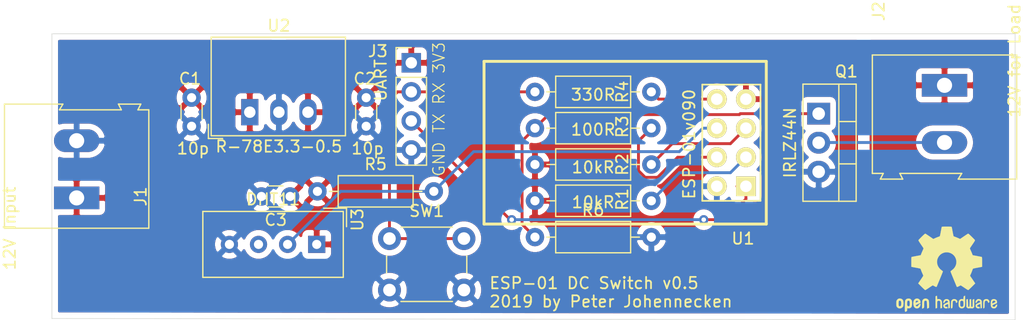
<source format=kicad_pcb>
(kicad_pcb (version 20171130) (host pcbnew 5.1.2)

  (general
    (thickness 1.6)
    (drawings 6)
    (tracks 54)
    (zones 0)
    (modules 18)
    (nets 14)
  )

  (page A4)
  (layers
    (0 F.Cu signal)
    (31 B.Cu signal)
    (32 B.Adhes user)
    (33 F.Adhes user)
    (34 B.Paste user)
    (35 F.Paste user)
    (36 B.SilkS user)
    (37 F.SilkS user)
    (38 B.Mask user)
    (39 F.Mask user)
    (40 Dwgs.User user)
    (41 Cmts.User user)
    (42 Eco1.User user)
    (43 Eco2.User user)
    (44 Edge.Cuts user)
    (45 Margin user)
    (46 B.CrtYd user)
    (47 F.CrtYd user)
    (48 B.Fab user)
    (49 F.Fab user)
  )

  (setup
    (last_trace_width 0.25)
    (trace_clearance 0.2)
    (zone_clearance 0.508)
    (zone_45_only no)
    (trace_min 0.2)
    (via_size 0.8)
    (via_drill 0.4)
    (via_min_size 0.4)
    (via_min_drill 0.3)
    (uvia_size 0.3)
    (uvia_drill 0.1)
    (uvias_allowed no)
    (uvia_min_size 0.2)
    (uvia_min_drill 0.1)
    (edge_width 0.05)
    (segment_width 0.2)
    (pcb_text_width 0.3)
    (pcb_text_size 1.5 1.5)
    (mod_edge_width 0.12)
    (mod_text_size 1 1)
    (mod_text_width 0.15)
    (pad_size 1.524 1.524)
    (pad_drill 0.762)
    (pad_to_mask_clearance 0.051)
    (solder_mask_min_width 0.25)
    (aux_axis_origin 0 0)
    (visible_elements FFFFFF7F)
    (pcbplotparams
      (layerselection 0x010fc_ffffffff)
      (usegerberextensions false)
      (usegerberattributes false)
      (usegerberadvancedattributes false)
      (creategerberjobfile false)
      (excludeedgelayer true)
      (linewidth 0.100000)
      (plotframeref false)
      (viasonmask false)
      (mode 1)
      (useauxorigin false)
      (hpglpennumber 1)
      (hpglpenspeed 20)
      (hpglpendiameter 15.000000)
      (psnegative false)
      (psa4output false)
      (plotreference true)
      (plotvalue true)
      (plotinvisibletext false)
      (padsonsilk false)
      (subtractmaskfromsilk false)
      (outputformat 4)
      (mirror false)
      (drillshape 0)
      (scaleselection 1)
      (outputdirectory "plots/"))
  )

  (net 0 "")
  (net 1 GND)
  (net 2 +12V)
  (net 3 +3V3)
  (net 4 "Net-(J2-Pad2)")
  (net 5 RX)
  (net 6 TX)
  (net 7 "Net-(Q1-Pad1)")
  (net 8 "Net-(R1-Pad1)")
  (net 9 "Net-(R2-Pad1)")
  (net 10 GPIO0)
  (net 11 "Net-(R4-Pad2)")
  (net 12 GPIO2)
  (net 13 "Net-(U3-Pad3)")

  (net_class Default "Dies ist die voreingestellte Netzklasse."
    (clearance 0.2)
    (trace_width 0.25)
    (via_dia 0.8)
    (via_drill 0.4)
    (uvia_dia 0.3)
    (uvia_drill 0.1)
    (add_net +3V3)
    (add_net GND)
    (add_net GPIO0)
    (add_net GPIO2)
    (add_net "Net-(J2-Pad2)")
    (add_net "Net-(Q1-Pad1)")
    (add_net "Net-(R1-Pad1)")
    (add_net "Net-(R2-Pad1)")
    (add_net "Net-(R4-Pad2)")
    (add_net "Net-(U3-Pad3)")
    (add_net RX)
    (add_net TX)
  )

  (net_class 12V ""
    (clearance 0.2)
    (trace_width 0.5)
    (via_dia 0.8)
    (via_drill 0.4)
    (uvia_dia 0.3)
    (uvia_drill 0.1)
    (add_net +12V)
  )

  (module TerminalBlock:TerminalBlock_Altech_AK300-2_P5.00mm (layer F.Cu) (tedit 59FF0306) (tstamp 5CCFD778)
    (at 104.3305 17.2085 270)
    (descr "Altech AK300 terminal block, pitch 5.0mm, 45 degree angled, see http://www.mouser.com/ds/2/16/PCBMETRC-24178.pdf")
    (tags "Altech AK300 terminal block pitch 5.0mm")
    (path /5CD0DE8B)
    (fp_text reference J2 (at -6.477 5.75 90) (layer F.SilkS)
      (effects (font (size 1 1) (thickness 0.15)))
    )
    (fp_text value "12V for Load" (at -2.159 -6.096 90) (layer F.SilkS)
      (effects (font (size 1 1) (thickness 0.15)))
    )
    (fp_arc (start -1.13 -4.65) (end -1.42 -4.13) (angle 104.2) (layer F.Fab) (width 0.1))
    (fp_arc (start -0.01 -3.71) (end -1.62 -5) (angle 100) (layer F.Fab) (width 0.1))
    (fp_arc (start 0.06 -6.07) (end 1.53 -4.12) (angle 75.5) (layer F.Fab) (width 0.1))
    (fp_arc (start 1.03 -4.59) (end 1.53 -5.05) (angle 90.5) (layer F.Fab) (width 0.1))
    (fp_arc (start 3.87 -4.65) (end 3.58 -4.13) (angle 104.2) (layer F.Fab) (width 0.1))
    (fp_arc (start 4.99 -3.71) (end 3.39 -5) (angle 100) (layer F.Fab) (width 0.1))
    (fp_arc (start 5.07 -6.07) (end 6.53 -4.12) (angle 75.5) (layer F.Fab) (width 0.1))
    (fp_arc (start 6.03 -4.59) (end 6.54 -5.05) (angle 90.5) (layer F.Fab) (width 0.1))
    (fp_line (start 8.36 6.47) (end -2.83 6.47) (layer F.CrtYd) (width 0.05))
    (fp_line (start 8.36 6.47) (end 8.36 -6.47) (layer F.CrtYd) (width 0.05))
    (fp_line (start -2.83 -6.47) (end -2.83 6.47) (layer F.CrtYd) (width 0.05))
    (fp_line (start -2.83 -6.47) (end 8.36 -6.47) (layer F.CrtYd) (width 0.05))
    (fp_line (start 3.36 -0.25) (end 6.67 -0.25) (layer F.Fab) (width 0.1))
    (fp_line (start 2.98 -0.25) (end 3.36 -0.25) (layer F.Fab) (width 0.1))
    (fp_line (start 7.05 -0.25) (end 6.67 -0.25) (layer F.Fab) (width 0.1))
    (fp_line (start 6.67 -0.64) (end 3.36 -0.64) (layer F.Fab) (width 0.1))
    (fp_line (start 7.61 -0.64) (end 6.67 -0.64) (layer F.Fab) (width 0.1))
    (fp_line (start 1.66 -0.64) (end 3.36 -0.64) (layer F.Fab) (width 0.1))
    (fp_line (start -1.64 -0.64) (end 1.66 -0.64) (layer F.Fab) (width 0.1))
    (fp_line (start -2.58 -0.64) (end -1.64 -0.64) (layer F.Fab) (width 0.1))
    (fp_line (start 1.66 -0.25) (end -1.64 -0.25) (layer F.Fab) (width 0.1))
    (fp_line (start 2.04 -0.25) (end 1.66 -0.25) (layer F.Fab) (width 0.1))
    (fp_line (start -2.02 -0.25) (end -1.64 -0.25) (layer F.Fab) (width 0.1))
    (fp_line (start -1.49 -4.32) (end 1.56 -4.95) (layer F.Fab) (width 0.1))
    (fp_line (start -1.62 -4.45) (end 1.44 -5.08) (layer F.Fab) (width 0.1))
    (fp_line (start 3.52 -4.32) (end 6.56 -4.95) (layer F.Fab) (width 0.1))
    (fp_line (start 3.39 -4.45) (end 6.44 -5.08) (layer F.Fab) (width 0.1))
    (fp_line (start 2.04 -5.97) (end -2.02 -5.97) (layer F.Fab) (width 0.1))
    (fp_line (start -2.02 -3.43) (end -2.02 -5.97) (layer F.Fab) (width 0.1))
    (fp_line (start 2.04 -3.43) (end -2.02 -3.43) (layer F.Fab) (width 0.1))
    (fp_line (start 2.04 -3.43) (end 2.04 -5.97) (layer F.Fab) (width 0.1))
    (fp_line (start 7.05 -3.43) (end 2.98 -3.43) (layer F.Fab) (width 0.1))
    (fp_line (start 7.05 -5.97) (end 7.05 -3.43) (layer F.Fab) (width 0.1))
    (fp_line (start 2.98 -5.97) (end 7.05 -5.97) (layer F.Fab) (width 0.1))
    (fp_line (start 2.98 -3.43) (end 2.98 -5.97) (layer F.Fab) (width 0.1))
    (fp_line (start 7.61 -3.17) (end 7.61 -1.65) (layer F.Fab) (width 0.1))
    (fp_line (start -2.58 -3.17) (end -2.58 -6.22) (layer F.Fab) (width 0.1))
    (fp_line (start -2.58 -3.17) (end 7.61 -3.17) (layer F.Fab) (width 0.1))
    (fp_line (start 7.61 -0.64) (end 7.61 4.06) (layer F.Fab) (width 0.1))
    (fp_line (start 7.61 -1.65) (end 7.61 -0.64) (layer F.Fab) (width 0.1))
    (fp_line (start -2.58 -0.64) (end -2.58 -3.17) (layer F.Fab) (width 0.1))
    (fp_line (start -2.58 6.22) (end -2.58 -0.64) (layer F.Fab) (width 0.1))
    (fp_line (start 6.67 0.51) (end 6.28 0.51) (layer F.Fab) (width 0.1))
    (fp_line (start 3.36 0.51) (end 3.74 0.51) (layer F.Fab) (width 0.1))
    (fp_line (start 1.66 0.51) (end 1.28 0.51) (layer F.Fab) (width 0.1))
    (fp_line (start -1.64 0.51) (end -1.26 0.51) (layer F.Fab) (width 0.1))
    (fp_line (start -1.64 3.68) (end -1.64 0.51) (layer F.Fab) (width 0.1))
    (fp_line (start 1.66 3.68) (end -1.64 3.68) (layer F.Fab) (width 0.1))
    (fp_line (start 1.66 3.68) (end 1.66 0.51) (layer F.Fab) (width 0.1))
    (fp_line (start 3.36 3.68) (end 3.36 0.51) (layer F.Fab) (width 0.1))
    (fp_line (start 6.67 3.68) (end 3.36 3.68) (layer F.Fab) (width 0.1))
    (fp_line (start 6.67 3.68) (end 6.67 0.51) (layer F.Fab) (width 0.1))
    (fp_line (start -2.02 4.32) (end -2.02 6.22) (layer F.Fab) (width 0.1))
    (fp_line (start 2.04 4.32) (end 2.04 -0.25) (layer F.Fab) (width 0.1))
    (fp_line (start 2.04 4.32) (end -2.02 4.32) (layer F.Fab) (width 0.1))
    (fp_line (start 7.05 4.32) (end 7.05 6.22) (layer F.Fab) (width 0.1))
    (fp_line (start 2.98 4.32) (end 2.98 -0.25) (layer F.Fab) (width 0.1))
    (fp_line (start 2.98 4.32) (end 7.05 4.32) (layer F.Fab) (width 0.1))
    (fp_line (start -2.02 6.22) (end 2.04 6.22) (layer F.Fab) (width 0.1))
    (fp_line (start -2.58 6.22) (end -2.02 6.22) (layer F.Fab) (width 0.1))
    (fp_line (start -2.02 -0.25) (end -2.02 4.32) (layer F.Fab) (width 0.1))
    (fp_line (start 2.04 6.22) (end 2.98 6.22) (layer F.Fab) (width 0.1))
    (fp_line (start 2.04 6.22) (end 2.04 4.32) (layer F.Fab) (width 0.1))
    (fp_line (start 7.05 6.22) (end 7.61 6.22) (layer F.Fab) (width 0.1))
    (fp_line (start 2.98 6.22) (end 7.05 6.22) (layer F.Fab) (width 0.1))
    (fp_line (start 7.05 -0.25) (end 7.05 4.32) (layer F.Fab) (width 0.1))
    (fp_line (start 2.98 6.22) (end 2.98 4.32) (layer F.Fab) (width 0.1))
    (fp_line (start 8.11 3.81) (end 8.11 5.46) (layer F.Fab) (width 0.1))
    (fp_line (start 7.61 4.06) (end 7.61 5.21) (layer F.Fab) (width 0.1))
    (fp_line (start 8.11 3.81) (end 7.61 4.06) (layer F.Fab) (width 0.1))
    (fp_line (start 7.61 5.21) (end 7.61 6.22) (layer F.Fab) (width 0.1))
    (fp_line (start 8.11 5.46) (end 7.61 5.21) (layer F.Fab) (width 0.1))
    (fp_line (start 8.11 -1.4) (end 7.61 -1.65) (layer F.Fab) (width 0.1))
    (fp_line (start 8.11 -6.22) (end 8.11 -1.4) (layer F.Fab) (width 0.1))
    (fp_line (start 7.61 -6.22) (end 8.11 -6.22) (layer F.Fab) (width 0.1))
    (fp_line (start 7.61 -6.22) (end -2.58 -6.22) (layer F.Fab) (width 0.1))
    (fp_line (start 7.61 -6.22) (end 7.61 -3.17) (layer F.Fab) (width 0.1))
    (fp_line (start 3.74 2.54) (end 3.74 -0.25) (layer F.Fab) (width 0.1))
    (fp_line (start 3.74 -0.25) (end 6.28 -0.25) (layer F.Fab) (width 0.1))
    (fp_line (start 6.28 2.54) (end 6.28 -0.25) (layer F.Fab) (width 0.1))
    (fp_line (start 3.74 2.54) (end 6.28 2.54) (layer F.Fab) (width 0.1))
    (fp_line (start -1.26 2.54) (end -1.26 -0.25) (layer F.Fab) (width 0.1))
    (fp_line (start -1.26 -0.25) (end 1.28 -0.25) (layer F.Fab) (width 0.1))
    (fp_line (start 1.28 2.54) (end 1.28 -0.25) (layer F.Fab) (width 0.1))
    (fp_line (start -1.26 2.54) (end 1.28 2.54) (layer F.Fab) (width 0.1))
    (fp_line (start 8.2 -6.3) (end -2.65 -6.3) (layer F.SilkS) (width 0.12))
    (fp_line (start 8.2 -1.2) (end 8.2 -6.3) (layer F.SilkS) (width 0.12))
    (fp_line (start 7.7 -1.5) (end 8.2 -1.2) (layer F.SilkS) (width 0.12))
    (fp_line (start 7.7 3.9) (end 7.7 -1.5) (layer F.SilkS) (width 0.12))
    (fp_line (start 8.2 3.65) (end 7.7 3.9) (layer F.SilkS) (width 0.12))
    (fp_line (start 8.2 3.7) (end 8.2 3.65) (layer F.SilkS) (width 0.12))
    (fp_line (start 8.2 5.6) (end 8.2 3.7) (layer F.SilkS) (width 0.12))
    (fp_line (start 7.7 5.35) (end 8.2 5.6) (layer F.SilkS) (width 0.12))
    (fp_line (start 7.7 6.3) (end 7.7 5.35) (layer F.SilkS) (width 0.12))
    (fp_line (start -2.65 6.3) (end 7.7 6.3) (layer F.SilkS) (width 0.12))
    (fp_line (start -2.65 -6.3) (end -2.65 6.3) (layer F.SilkS) (width 0.12))
    (fp_text user %R (at -3 -2.95 90) (layer F.Fab)
      (effects (font (size 1 1) (thickness 0.15)))
    )
    (pad 2 thru_hole oval (at 5 0 270) (size 1.98 3.96) (drill 1.32) (layers *.Cu *.Mask)
      (net 4 "Net-(J2-Pad2)"))
    (pad 1 thru_hole rect (at 0 0 270) (size 1.98 3.96) (drill 1.32) (layers *.Cu *.Mask)
      (net 2 +12V))
    (model ${KISYS3DMOD}/TerminalBlock.3dshapes/TerminalBlock_Altech_AK300-2_P5.00mm.wrl
      (at (xyz 0 0 0))
      (scale (xyz 1 1 1))
      (rotate (xyz 0 0 0))
    )
  )

  (module TerminalBlock:TerminalBlock_Altech_AK300-2_P5.00mm (layer F.Cu) (tedit 59FF0306) (tstamp 5CCFD755)
    (at 28.575 27.051 90)
    (descr "Altech AK300 terminal block, pitch 5.0mm, 45 degree angled, see http://www.mouser.com/ds/2/16/PCBMETRC-24178.pdf")
    (tags "Altech AK300 terminal block pitch 5.0mm")
    (path /5CD0D381)
    (fp_text reference J1 (at 0.127 5.588 90) (layer F.SilkS)
      (effects (font (size 1 1) (thickness 0.15)))
    )
    (fp_text value "12V Input" (at -2.667 -5.842 90) (layer F.SilkS)
      (effects (font (size 1 1) (thickness 0.15)))
    )
    (fp_arc (start -1.13 -4.65) (end -1.42 -4.13) (angle 104.2) (layer F.Fab) (width 0.1))
    (fp_arc (start -0.01 -3.71) (end -1.62 -5) (angle 100) (layer F.Fab) (width 0.1))
    (fp_arc (start 0.06 -6.07) (end 1.53 -4.12) (angle 75.5) (layer F.Fab) (width 0.1))
    (fp_arc (start 1.03 -4.59) (end 1.53 -5.05) (angle 90.5) (layer F.Fab) (width 0.1))
    (fp_arc (start 3.87 -4.65) (end 3.58 -4.13) (angle 104.2) (layer F.Fab) (width 0.1))
    (fp_arc (start 4.99 -3.71) (end 3.39 -5) (angle 100) (layer F.Fab) (width 0.1))
    (fp_arc (start 5.07 -6.07) (end 6.53 -4.12) (angle 75.5) (layer F.Fab) (width 0.1))
    (fp_arc (start 6.03 -4.59) (end 6.54 -5.05) (angle 90.5) (layer F.Fab) (width 0.1))
    (fp_line (start 8.36 6.47) (end -2.83 6.47) (layer F.CrtYd) (width 0.05))
    (fp_line (start 8.36 6.47) (end 8.36 -6.47) (layer F.CrtYd) (width 0.05))
    (fp_line (start -2.83 -6.47) (end -2.83 6.47) (layer F.CrtYd) (width 0.05))
    (fp_line (start -2.83 -6.47) (end 8.36 -6.47) (layer F.CrtYd) (width 0.05))
    (fp_line (start 3.36 -0.25) (end 6.67 -0.25) (layer F.Fab) (width 0.1))
    (fp_line (start 2.98 -0.25) (end 3.36 -0.25) (layer F.Fab) (width 0.1))
    (fp_line (start 7.05 -0.25) (end 6.67 -0.25) (layer F.Fab) (width 0.1))
    (fp_line (start 6.67 -0.64) (end 3.36 -0.64) (layer F.Fab) (width 0.1))
    (fp_line (start 7.61 -0.64) (end 6.67 -0.64) (layer F.Fab) (width 0.1))
    (fp_line (start 1.66 -0.64) (end 3.36 -0.64) (layer F.Fab) (width 0.1))
    (fp_line (start -1.64 -0.64) (end 1.66 -0.64) (layer F.Fab) (width 0.1))
    (fp_line (start -2.58 -0.64) (end -1.64 -0.64) (layer F.Fab) (width 0.1))
    (fp_line (start 1.66 -0.25) (end -1.64 -0.25) (layer F.Fab) (width 0.1))
    (fp_line (start 2.04 -0.25) (end 1.66 -0.25) (layer F.Fab) (width 0.1))
    (fp_line (start -2.02 -0.25) (end -1.64 -0.25) (layer F.Fab) (width 0.1))
    (fp_line (start -1.49 -4.32) (end 1.56 -4.95) (layer F.Fab) (width 0.1))
    (fp_line (start -1.62 -4.45) (end 1.44 -5.08) (layer F.Fab) (width 0.1))
    (fp_line (start 3.52 -4.32) (end 6.56 -4.95) (layer F.Fab) (width 0.1))
    (fp_line (start 3.39 -4.45) (end 6.44 -5.08) (layer F.Fab) (width 0.1))
    (fp_line (start 2.04 -5.97) (end -2.02 -5.97) (layer F.Fab) (width 0.1))
    (fp_line (start -2.02 -3.43) (end -2.02 -5.97) (layer F.Fab) (width 0.1))
    (fp_line (start 2.04 -3.43) (end -2.02 -3.43) (layer F.Fab) (width 0.1))
    (fp_line (start 2.04 -3.43) (end 2.04 -5.97) (layer F.Fab) (width 0.1))
    (fp_line (start 7.05 -3.43) (end 2.98 -3.43) (layer F.Fab) (width 0.1))
    (fp_line (start 7.05 -5.97) (end 7.05 -3.43) (layer F.Fab) (width 0.1))
    (fp_line (start 2.98 -5.97) (end 7.05 -5.97) (layer F.Fab) (width 0.1))
    (fp_line (start 2.98 -3.43) (end 2.98 -5.97) (layer F.Fab) (width 0.1))
    (fp_line (start 7.61 -3.17) (end 7.61 -1.65) (layer F.Fab) (width 0.1))
    (fp_line (start -2.58 -3.17) (end -2.58 -6.22) (layer F.Fab) (width 0.1))
    (fp_line (start -2.58 -3.17) (end 7.61 -3.17) (layer F.Fab) (width 0.1))
    (fp_line (start 7.61 -0.64) (end 7.61 4.06) (layer F.Fab) (width 0.1))
    (fp_line (start 7.61 -1.65) (end 7.61 -0.64) (layer F.Fab) (width 0.1))
    (fp_line (start -2.58 -0.64) (end -2.58 -3.17) (layer F.Fab) (width 0.1))
    (fp_line (start -2.58 6.22) (end -2.58 -0.64) (layer F.Fab) (width 0.1))
    (fp_line (start 6.67 0.51) (end 6.28 0.51) (layer F.Fab) (width 0.1))
    (fp_line (start 3.36 0.51) (end 3.74 0.51) (layer F.Fab) (width 0.1))
    (fp_line (start 1.66 0.51) (end 1.28 0.51) (layer F.Fab) (width 0.1))
    (fp_line (start -1.64 0.51) (end -1.26 0.51) (layer F.Fab) (width 0.1))
    (fp_line (start -1.64 3.68) (end -1.64 0.51) (layer F.Fab) (width 0.1))
    (fp_line (start 1.66 3.68) (end -1.64 3.68) (layer F.Fab) (width 0.1))
    (fp_line (start 1.66 3.68) (end 1.66 0.51) (layer F.Fab) (width 0.1))
    (fp_line (start 3.36 3.68) (end 3.36 0.51) (layer F.Fab) (width 0.1))
    (fp_line (start 6.67 3.68) (end 3.36 3.68) (layer F.Fab) (width 0.1))
    (fp_line (start 6.67 3.68) (end 6.67 0.51) (layer F.Fab) (width 0.1))
    (fp_line (start -2.02 4.32) (end -2.02 6.22) (layer F.Fab) (width 0.1))
    (fp_line (start 2.04 4.32) (end 2.04 -0.25) (layer F.Fab) (width 0.1))
    (fp_line (start 2.04 4.32) (end -2.02 4.32) (layer F.Fab) (width 0.1))
    (fp_line (start 7.05 4.32) (end 7.05 6.22) (layer F.Fab) (width 0.1))
    (fp_line (start 2.98 4.32) (end 2.98 -0.25) (layer F.Fab) (width 0.1))
    (fp_line (start 2.98 4.32) (end 7.05 4.32) (layer F.Fab) (width 0.1))
    (fp_line (start -2.02 6.22) (end 2.04 6.22) (layer F.Fab) (width 0.1))
    (fp_line (start -2.58 6.22) (end -2.02 6.22) (layer F.Fab) (width 0.1))
    (fp_line (start -2.02 -0.25) (end -2.02 4.32) (layer F.Fab) (width 0.1))
    (fp_line (start 2.04 6.22) (end 2.98 6.22) (layer F.Fab) (width 0.1))
    (fp_line (start 2.04 6.22) (end 2.04 4.32) (layer F.Fab) (width 0.1))
    (fp_line (start 7.05 6.22) (end 7.61 6.22) (layer F.Fab) (width 0.1))
    (fp_line (start 2.98 6.22) (end 7.05 6.22) (layer F.Fab) (width 0.1))
    (fp_line (start 7.05 -0.25) (end 7.05 4.32) (layer F.Fab) (width 0.1))
    (fp_line (start 2.98 6.22) (end 2.98 4.32) (layer F.Fab) (width 0.1))
    (fp_line (start 8.11 3.81) (end 8.11 5.46) (layer F.Fab) (width 0.1))
    (fp_line (start 7.61 4.06) (end 7.61 5.21) (layer F.Fab) (width 0.1))
    (fp_line (start 8.11 3.81) (end 7.61 4.06) (layer F.Fab) (width 0.1))
    (fp_line (start 7.61 5.21) (end 7.61 6.22) (layer F.Fab) (width 0.1))
    (fp_line (start 8.11 5.46) (end 7.61 5.21) (layer F.Fab) (width 0.1))
    (fp_line (start 8.11 -1.4) (end 7.61 -1.65) (layer F.Fab) (width 0.1))
    (fp_line (start 8.11 -6.22) (end 8.11 -1.4) (layer F.Fab) (width 0.1))
    (fp_line (start 7.61 -6.22) (end 8.11 -6.22) (layer F.Fab) (width 0.1))
    (fp_line (start 7.61 -6.22) (end -2.58 -6.22) (layer F.Fab) (width 0.1))
    (fp_line (start 7.61 -6.22) (end 7.61 -3.17) (layer F.Fab) (width 0.1))
    (fp_line (start 3.74 2.54) (end 3.74 -0.25) (layer F.Fab) (width 0.1))
    (fp_line (start 3.74 -0.25) (end 6.28 -0.25) (layer F.Fab) (width 0.1))
    (fp_line (start 6.28 2.54) (end 6.28 -0.25) (layer F.Fab) (width 0.1))
    (fp_line (start 3.74 2.54) (end 6.28 2.54) (layer F.Fab) (width 0.1))
    (fp_line (start -1.26 2.54) (end -1.26 -0.25) (layer F.Fab) (width 0.1))
    (fp_line (start -1.26 -0.25) (end 1.28 -0.25) (layer F.Fab) (width 0.1))
    (fp_line (start 1.28 2.54) (end 1.28 -0.25) (layer F.Fab) (width 0.1))
    (fp_line (start -1.26 2.54) (end 1.28 2.54) (layer F.Fab) (width 0.1))
    (fp_line (start 8.2 -6.3) (end -2.65 -6.3) (layer F.SilkS) (width 0.12))
    (fp_line (start 8.2 -1.2) (end 8.2 -6.3) (layer F.SilkS) (width 0.12))
    (fp_line (start 7.7 -1.5) (end 8.2 -1.2) (layer F.SilkS) (width 0.12))
    (fp_line (start 7.7 3.9) (end 7.7 -1.5) (layer F.SilkS) (width 0.12))
    (fp_line (start 8.2 3.65) (end 7.7 3.9) (layer F.SilkS) (width 0.12))
    (fp_line (start 8.2 3.7) (end 8.2 3.65) (layer F.SilkS) (width 0.12))
    (fp_line (start 8.2 5.6) (end 8.2 3.7) (layer F.SilkS) (width 0.12))
    (fp_line (start 7.7 5.35) (end 8.2 5.6) (layer F.SilkS) (width 0.12))
    (fp_line (start 7.7 6.3) (end 7.7 5.35) (layer F.SilkS) (width 0.12))
    (fp_line (start -2.65 6.3) (end 7.7 6.3) (layer F.SilkS) (width 0.12))
    (fp_line (start -2.65 -6.3) (end -2.65 6.3) (layer F.SilkS) (width 0.12))
    (fp_text user %R (at -3 -2.95 90) (layer F.Fab)
      (effects (font (size 1 1) (thickness 0.15)))
    )
    (pad 2 thru_hole oval (at 5 0 90) (size 1.98 3.96) (drill 1.32) (layers *.Cu *.Mask)
      (net 1 GND))
    (pad 1 thru_hole rect (at 0 0 90) (size 1.98 3.96) (drill 1.32) (layers *.Cu *.Mask)
      (net 2 +12V))
    (model ${KISYS3DMOD}/TerminalBlock.3dshapes/TerminalBlock_Altech_AK300-2_P5.00mm.wrl
      (at (xyz 0 0 0))
      (scale (xyz 1 1 1))
      (rotate (xyz 0 0 0))
    )
  )

  (module Resistor_THT:R_Axial_DIN0207_L6.3mm_D2.5mm_P10.16mm_Horizontal (layer F.Cu) (tedit 5AE5139B) (tstamp 5CD34922)
    (at 68.58 30.48)
    (descr "Resistor, Axial_DIN0207 series, Axial, Horizontal, pin pitch=10.16mm, 0.25W = 1/4W, length*diameter=6.3*2.5mm^2, http://cdn-reichelt.de/documents/datenblatt/B400/1_4W%23YAG.pdf")
    (tags "Resistor Axial_DIN0207 series Axial Horizontal pin pitch 10.16mm 0.25W = 1/4W length 6.3mm diameter 2.5mm")
    (path /5CD43336)
    (fp_text reference R6 (at 5.08 -2.37) (layer F.SilkS)
      (effects (font (size 1 1) (thickness 0.15)))
    )
    (fp_text value 10kR (at 5.08 2.37) (layer F.Fab)
      (effects (font (size 1 1) (thickness 0.15)))
    )
    (fp_text user %R (at 5.08 0) (layer F.Fab)
      (effects (font (size 1 1) (thickness 0.15)))
    )
    (fp_line (start 11.21 -1.5) (end -1.05 -1.5) (layer F.CrtYd) (width 0.05))
    (fp_line (start 11.21 1.5) (end 11.21 -1.5) (layer F.CrtYd) (width 0.05))
    (fp_line (start -1.05 1.5) (end 11.21 1.5) (layer F.CrtYd) (width 0.05))
    (fp_line (start -1.05 -1.5) (end -1.05 1.5) (layer F.CrtYd) (width 0.05))
    (fp_line (start 9.12 0) (end 8.35 0) (layer F.SilkS) (width 0.12))
    (fp_line (start 1.04 0) (end 1.81 0) (layer F.SilkS) (width 0.12))
    (fp_line (start 8.35 -1.37) (end 1.81 -1.37) (layer F.SilkS) (width 0.12))
    (fp_line (start 8.35 1.37) (end 8.35 -1.37) (layer F.SilkS) (width 0.12))
    (fp_line (start 1.81 1.37) (end 8.35 1.37) (layer F.SilkS) (width 0.12))
    (fp_line (start 1.81 -1.37) (end 1.81 1.37) (layer F.SilkS) (width 0.12))
    (fp_line (start 10.16 0) (end 8.23 0) (layer F.Fab) (width 0.1))
    (fp_line (start 0 0) (end 1.93 0) (layer F.Fab) (width 0.1))
    (fp_line (start 8.23 -1.25) (end 1.93 -1.25) (layer F.Fab) (width 0.1))
    (fp_line (start 8.23 1.25) (end 8.23 -1.25) (layer F.Fab) (width 0.1))
    (fp_line (start 1.93 1.25) (end 8.23 1.25) (layer F.Fab) (width 0.1))
    (fp_line (start 1.93 -1.25) (end 1.93 1.25) (layer F.Fab) (width 0.1))
    (pad 2 thru_hole oval (at 10.16 0) (size 1.6 1.6) (drill 0.8) (layers *.Cu *.Mask)
      (net 1 GND))
    (pad 1 thru_hole circle (at 0 0) (size 1.6 1.6) (drill 0.8) (layers *.Cu *.Mask)
      (net 7 "Net-(Q1-Pad1)"))
    (model ${KISYS3DMOD}/Resistor_THT.3dshapes/R_Axial_DIN0207_L6.3mm_D2.5mm_P10.16mm_Horizontal.wrl
      (at (xyz 0 0 0))
      (scale (xyz 1 1 1))
      (rotate (xyz 0 0 0))
    )
  )

  (module Resistor_THT:R_Axial_DIN0207_L6.3mm_D2.5mm_P10.16mm_Horizontal (layer F.Cu) (tedit 5AE5139B) (tstamp 5CD34389)
    (at 49.5935 26.4795)
    (descr "Resistor, Axial_DIN0207 series, Axial, Horizontal, pin pitch=10.16mm, 0.25W = 1/4W, length*diameter=6.3*2.5mm^2, http://cdn-reichelt.de/documents/datenblatt/B400/1_4W%23YAG.pdf")
    (tags "Resistor Axial_DIN0207 series Axial Horizontal pin pitch 10.16mm 0.25W = 1/4W length 6.3mm diameter 2.5mm")
    (path /5CD3B3F7)
    (fp_text reference R5 (at 5.08 -2.37) (layer F.SilkS)
      (effects (font (size 1 1) (thickness 0.15)))
    )
    (fp_text value 1kR (at 5.08 2.37) (layer F.Fab)
      (effects (font (size 1 1) (thickness 0.15)))
    )
    (fp_text user %R (at 5.08 0) (layer F.Fab)
      (effects (font (size 1 1) (thickness 0.15)))
    )
    (fp_line (start 11.21 -1.5) (end -1.05 -1.5) (layer F.CrtYd) (width 0.05))
    (fp_line (start 11.21 1.5) (end 11.21 -1.5) (layer F.CrtYd) (width 0.05))
    (fp_line (start -1.05 1.5) (end 11.21 1.5) (layer F.CrtYd) (width 0.05))
    (fp_line (start -1.05 -1.5) (end -1.05 1.5) (layer F.CrtYd) (width 0.05))
    (fp_line (start 9.12 0) (end 8.35 0) (layer F.SilkS) (width 0.12))
    (fp_line (start 1.04 0) (end 1.81 0) (layer F.SilkS) (width 0.12))
    (fp_line (start 8.35 -1.37) (end 1.81 -1.37) (layer F.SilkS) (width 0.12))
    (fp_line (start 8.35 1.37) (end 8.35 -1.37) (layer F.SilkS) (width 0.12))
    (fp_line (start 1.81 1.37) (end 8.35 1.37) (layer F.SilkS) (width 0.12))
    (fp_line (start 1.81 -1.37) (end 1.81 1.37) (layer F.SilkS) (width 0.12))
    (fp_line (start 10.16 0) (end 8.23 0) (layer F.Fab) (width 0.1))
    (fp_line (start 0 0) (end 1.93 0) (layer F.Fab) (width 0.1))
    (fp_line (start 8.23 -1.25) (end 1.93 -1.25) (layer F.Fab) (width 0.1))
    (fp_line (start 8.23 1.25) (end 8.23 -1.25) (layer F.Fab) (width 0.1))
    (fp_line (start 1.93 1.25) (end 8.23 1.25) (layer F.Fab) (width 0.1))
    (fp_line (start 1.93 -1.25) (end 1.93 1.25) (layer F.Fab) (width 0.1))
    (pad 2 thru_hole oval (at 10.16 0) (size 1.6 1.6) (drill 0.8) (layers *.Cu *.Mask)
      (net 10 GPIO0))
    (pad 1 thru_hole circle (at 0 0) (size 1.6 1.6) (drill 0.8) (layers *.Cu *.Mask)
      (net 3 +3V3))
    (model ${KISYS3DMOD}/Resistor_THT.3dshapes/R_Axial_DIN0207_L6.3mm_D2.5mm_P10.16mm_Horizontal.wrl
      (at (xyz 0 0 0))
      (scale (xyz 1 1 1))
      (rotate (xyz 0 0 0))
    )
  )

  (module Capacitor_THT:C_Disc_D3.0mm_W1.6mm_P2.50mm (layer F.Cu) (tedit 5AE50EF0) (tstamp 5CD3476C)
    (at 47.204 26.924 180)
    (descr "C, Disc series, Radial, pin pitch=2.50mm, , diameter*width=3.0*1.6mm^2, Capacitor, http://www.vishay.com/docs/45233/krseries.pdf")
    (tags "C Disc series Radial pin pitch 2.50mm  diameter 3.0mm width 1.6mm Capacitor")
    (path /5CD343CD)
    (fp_text reference C3 (at 1.25 -2.05) (layer F.SilkS)
      (effects (font (size 1 1) (thickness 0.15)))
    )
    (fp_text value 100nF (at 1.25 2.05) (layer F.Fab)
      (effects (font (size 1 1) (thickness 0.15)))
    )
    (fp_text user %R (at 1.25 0) (layer F.Fab)
      (effects (font (size 0.6 0.6) (thickness 0.09)))
    )
    (fp_line (start 3.55 -1.05) (end -1.05 -1.05) (layer F.CrtYd) (width 0.05))
    (fp_line (start 3.55 1.05) (end 3.55 -1.05) (layer F.CrtYd) (width 0.05))
    (fp_line (start -1.05 1.05) (end 3.55 1.05) (layer F.CrtYd) (width 0.05))
    (fp_line (start -1.05 -1.05) (end -1.05 1.05) (layer F.CrtYd) (width 0.05))
    (fp_line (start 0.621 0.92) (end 1.879 0.92) (layer F.SilkS) (width 0.12))
    (fp_line (start 0.621 -0.92) (end 1.879 -0.92) (layer F.SilkS) (width 0.12))
    (fp_line (start 2.75 -0.8) (end -0.25 -0.8) (layer F.Fab) (width 0.1))
    (fp_line (start 2.75 0.8) (end 2.75 -0.8) (layer F.Fab) (width 0.1))
    (fp_line (start -0.25 0.8) (end 2.75 0.8) (layer F.Fab) (width 0.1))
    (fp_line (start -0.25 -0.8) (end -0.25 0.8) (layer F.Fab) (width 0.1))
    (pad 2 thru_hole circle (at 2.5 0 180) (size 1.6 1.6) (drill 0.8) (layers *.Cu *.Mask)
      (net 1 GND))
    (pad 1 thru_hole circle (at 0 0 180) (size 1.6 1.6) (drill 0.8) (layers *.Cu *.Mask)
      (net 3 +3V3))
    (model ${KISYS3DMOD}/Capacitor_THT.3dshapes/C_Disc_D3.0mm_W1.6mm_P2.50mm.wrl
      (at (xyz 0 0 0))
      (scale (xyz 1 1 1))
      (rotate (xyz 0 0 0))
    )
  )

  (module Symbol:OSHW-Logo2_9.8x8mm_SilkScreen (layer F.Cu) (tedit 0) (tstamp 5CD2C02B)
    (at 104.521 33.274)
    (descr "Open Source Hardware Symbol")
    (tags "Logo Symbol OSHW")
    (attr virtual)
    (fp_text reference REF** (at 0 0) (layer F.SilkS) hide
      (effects (font (size 1 1) (thickness 0.15)))
    )
    (fp_text value OSHW-Logo2_9.8x8mm_SilkScreen (at 0.75 0) (layer F.Fab) hide
      (effects (font (size 1 1) (thickness 0.15)))
    )
    (fp_poly (pts (xy 0.139878 -3.712224) (xy 0.245612 -3.711645) (xy 0.322132 -3.710078) (xy 0.374372 -3.707028)
      (xy 0.407263 -3.702004) (xy 0.425737 -3.694511) (xy 0.434727 -3.684056) (xy 0.439163 -3.670147)
      (xy 0.439594 -3.668346) (xy 0.446333 -3.635855) (xy 0.458808 -3.571748) (xy 0.475719 -3.482849)
      (xy 0.495771 -3.375981) (xy 0.517664 -3.257967) (xy 0.518429 -3.253822) (xy 0.540359 -3.138169)
      (xy 0.560877 -3.035986) (xy 0.578659 -2.953402) (xy 0.592381 -2.896544) (xy 0.600718 -2.871542)
      (xy 0.601116 -2.871099) (xy 0.625677 -2.85889) (xy 0.676315 -2.838544) (xy 0.742095 -2.814455)
      (xy 0.742461 -2.814326) (xy 0.825317 -2.783182) (xy 0.923 -2.743509) (xy 1.015077 -2.703619)
      (xy 1.019434 -2.701647) (xy 1.169407 -2.63358) (xy 1.501498 -2.860361) (xy 1.603374 -2.929496)
      (xy 1.695657 -2.991303) (xy 1.773003 -3.042267) (xy 1.830064 -3.078873) (xy 1.861495 -3.097606)
      (xy 1.864479 -3.098996) (xy 1.887321 -3.09281) (xy 1.929982 -3.062965) (xy 1.994128 -3.008053)
      (xy 2.081421 -2.926666) (xy 2.170535 -2.840078) (xy 2.256441 -2.754753) (xy 2.333327 -2.676892)
      (xy 2.396564 -2.611303) (xy 2.441523 -2.562795) (xy 2.463576 -2.536175) (xy 2.464396 -2.534805)
      (xy 2.466834 -2.516537) (xy 2.45765 -2.486705) (xy 2.434574 -2.441279) (xy 2.395337 -2.37623)
      (xy 2.33767 -2.28753) (xy 2.260795 -2.173343) (xy 2.19257 -2.072838) (xy 2.131582 -1.982697)
      (xy 2.081356 -1.908151) (xy 2.045416 -1.854435) (xy 2.027287 -1.826782) (xy 2.026146 -1.824905)
      (xy 2.028359 -1.79841) (xy 2.045138 -1.746914) (xy 2.073142 -1.680149) (xy 2.083122 -1.658828)
      (xy 2.126672 -1.563841) (xy 2.173134 -1.456063) (xy 2.210877 -1.362808) (xy 2.238073 -1.293594)
      (xy 2.259675 -1.240994) (xy 2.272158 -1.213503) (xy 2.273709 -1.211384) (xy 2.296668 -1.207876)
      (xy 2.350786 -1.198262) (xy 2.428868 -1.183911) (xy 2.523719 -1.166193) (xy 2.628143 -1.146475)
      (xy 2.734944 -1.126126) (xy 2.836926 -1.106514) (xy 2.926894 -1.089009) (xy 2.997653 -1.074978)
      (xy 3.042006 -1.065791) (xy 3.052885 -1.063193) (xy 3.064122 -1.056782) (xy 3.072605 -1.042303)
      (xy 3.078714 -1.014867) (xy 3.082832 -0.969589) (xy 3.085341 -0.90158) (xy 3.086621 -0.805953)
      (xy 3.087054 -0.67782) (xy 3.087077 -0.625299) (xy 3.087077 -0.198155) (xy 2.9845 -0.177909)
      (xy 2.927431 -0.16693) (xy 2.842269 -0.150905) (xy 2.739372 -0.131767) (xy 2.629096 -0.111449)
      (xy 2.598615 -0.105868) (xy 2.496855 -0.086083) (xy 2.408205 -0.066627) (xy 2.340108 -0.049303)
      (xy 2.300004 -0.035912) (xy 2.293323 -0.031921) (xy 2.276919 -0.003658) (xy 2.253399 0.051109)
      (xy 2.227316 0.121588) (xy 2.222142 0.136769) (xy 2.187956 0.230896) (xy 2.145523 0.337101)
      (xy 2.103997 0.432473) (xy 2.103792 0.432916) (xy 2.03464 0.582525) (xy 2.489512 1.251617)
      (xy 2.1975 1.544116) (xy 2.10918 1.63117) (xy 2.028625 1.707909) (xy 1.96036 1.770237)
      (xy 1.908908 1.814056) (xy 1.878794 1.83527) (xy 1.874474 1.836616) (xy 1.849111 1.826016)
      (xy 1.797358 1.796547) (xy 1.724868 1.751705) (xy 1.637294 1.694984) (xy 1.542612 1.631462)
      (xy 1.446516 1.566668) (xy 1.360837 1.510287) (xy 1.291016 1.465788) (xy 1.242494 1.436639)
      (xy 1.220782 1.426308) (xy 1.194293 1.43505) (xy 1.144062 1.458087) (xy 1.080451 1.490631)
      (xy 1.073708 1.494249) (xy 0.988046 1.53721) (xy 0.929306 1.558279) (xy 0.892772 1.558503)
      (xy 0.873731 1.538928) (xy 0.87362 1.538654) (xy 0.864102 1.515472) (xy 0.841403 1.460441)
      (xy 0.807282 1.377822) (xy 0.7635 1.271872) (xy 0.711816 1.146852) (xy 0.653992 1.00702)
      (xy 0.597991 0.871637) (xy 0.536447 0.722234) (xy 0.479939 0.583832) (xy 0.430161 0.460673)
      (xy 0.388806 0.357002) (xy 0.357568 0.277059) (xy 0.338141 0.225088) (xy 0.332154 0.205692)
      (xy 0.347168 0.183443) (xy 0.386439 0.147982) (xy 0.438807 0.108887) (xy 0.587941 -0.014755)
      (xy 0.704511 -0.156478) (xy 0.787118 -0.313296) (xy 0.834366 -0.482225) (xy 0.844857 -0.660278)
      (xy 0.837231 -0.742461) (xy 0.795682 -0.912969) (xy 0.724123 -1.063541) (xy 0.626995 -1.192691)
      (xy 0.508734 -1.298936) (xy 0.37378 -1.38079) (xy 0.226571 -1.436768) (xy 0.071544 -1.465385)
      (xy -0.086861 -1.465156) (xy -0.244206 -1.434595) (xy -0.396054 -1.372218) (xy -0.537965 -1.27654)
      (xy -0.597197 -1.222428) (xy -0.710797 -1.08348) (xy -0.789894 -0.931639) (xy -0.835014 -0.771333)
      (xy -0.846684 -0.606988) (xy -0.825431 -0.443029) (xy -0.77178 -0.283882) (xy -0.68626 -0.133975)
      (xy -0.569395 0.002267) (xy -0.438807 0.108887) (xy -0.384412 0.149642) (xy -0.345986 0.184718)
      (xy -0.332154 0.205726) (xy -0.339397 0.228635) (xy -0.359995 0.283365) (xy -0.392254 0.365672)
      (xy -0.434479 0.471315) (xy -0.484977 0.59605) (xy -0.542052 0.735636) (xy -0.598146 0.87167)
      (xy -0.660033 1.021201) (xy -0.717356 1.159767) (xy -0.768356 1.283107) (xy -0.811273 1.386964)
      (xy -0.844347 1.46708) (xy -0.865819 1.519195) (xy -0.873775 1.538654) (xy -0.892571 1.558423)
      (xy -0.928926 1.558365) (xy -0.987521 1.537441) (xy -1.073032 1.494613) (xy -1.073708 1.494249)
      (xy -1.138093 1.461012) (xy -1.190139 1.436802) (xy -1.219488 1.426404) (xy -1.220783 1.426308)
      (xy -1.242876 1.436855) (xy -1.291652 1.466184) (xy -1.361669 1.510827) (xy -1.447486 1.567314)
      (xy -1.542612 1.631462) (xy -1.63946 1.696411) (xy -1.726747 1.752896) (xy -1.798819 1.797421)
      (xy -1.850023 1.82649) (xy -1.874474 1.836616) (xy -1.89699 1.823307) (xy -1.942258 1.786112)
      (xy -2.005756 1.729128) (xy -2.082961 1.656449) (xy -2.169349 1.572171) (xy -2.197601 1.544016)
      (xy -2.489713 1.251416) (xy -2.267369 0.925104) (xy -2.199798 0.824897) (xy -2.140493 0.734963)
      (xy -2.092783 0.66051) (xy -2.059993 0.606751) (xy -2.045452 0.578894) (xy -2.045026 0.576912)
      (xy -2.052692 0.550655) (xy -2.073311 0.497837) (xy -2.103315 0.42731) (xy -2.124375 0.380093)
      (xy -2.163752 0.289694) (xy -2.200835 0.198366) (xy -2.229585 0.1212) (xy -2.237395 0.097692)
      (xy -2.259583 0.034916) (xy -2.281273 -0.013589) (xy -2.293187 -0.031921) (xy -2.319477 -0.043141)
      (xy -2.376858 -0.059046) (xy -2.457882 -0.077833) (xy -2.555105 -0.097701) (xy -2.598615 -0.105868)
      (xy -2.709104 -0.126171) (xy -2.815084 -0.14583) (xy -2.906199 -0.162912) (xy -2.972092 -0.175482)
      (xy -2.9845 -0.177909) (xy -3.087077 -0.198155) (xy -3.087077 -0.625299) (xy -3.086847 -0.765754)
      (xy -3.085901 -0.872021) (xy -3.083859 -0.948987) (xy -3.080338 -1.00154) (xy -3.074957 -1.034567)
      (xy -3.067334 -1.052955) (xy -3.057088 -1.061592) (xy -3.052885 -1.063193) (xy -3.02753 -1.068873)
      (xy -2.971516 -1.080205) (xy -2.892036 -1.095821) (xy -2.796288 -1.114353) (xy -2.691467 -1.134431)
      (xy -2.584768 -1.154688) (xy -2.483387 -1.173754) (xy -2.394521 -1.190261) (xy -2.325363 -1.202841)
      (xy -2.283111 -1.210125) (xy -2.27371 -1.211384) (xy -2.265193 -1.228237) (xy -2.24634 -1.27313)
      (xy -2.220676 -1.33757) (xy -2.210877 -1.362808) (xy -2.171352 -1.460314) (xy -2.124808 -1.568041)
      (xy -2.083123 -1.658828) (xy -2.05245 -1.728247) (xy -2.032044 -1.78529) (xy -2.025232 -1.820223)
      (xy -2.026318 -1.824905) (xy -2.040715 -1.847009) (xy -2.073588 -1.896169) (xy -2.12141 -1.967152)
      (xy -2.180652 -2.054722) (xy -2.247785 -2.153643) (xy -2.261059 -2.17317) (xy -2.338954 -2.28886)
      (xy -2.396213 -2.376956) (xy -2.435119 -2.441514) (xy -2.457956 -2.486589) (xy -2.467006 -2.516237)
      (xy -2.464552 -2.534515) (xy -2.464489 -2.534631) (xy -2.445173 -2.558639) (xy -2.402449 -2.605053)
      (xy -2.340949 -2.669063) (xy -2.265302 -2.745855) (xy -2.180139 -2.830618) (xy -2.170535 -2.840078)
      (xy -2.06321 -2.944011) (xy -1.980385 -3.020325) (xy -1.920395 -3.070429) (xy -1.881577 -3.09573)
      (xy -1.86448 -3.098996) (xy -1.839527 -3.08475) (xy -1.787745 -3.051844) (xy -1.71448 -3.003792)
      (xy -1.62508 -2.94411) (xy -1.524889 -2.876312) (xy -1.501499 -2.860361) (xy -1.169407 -2.63358)
      (xy -1.019435 -2.701647) (xy -0.92823 -2.741315) (xy -0.830331 -2.781209) (xy -0.746169 -2.813017)
      (xy -0.742462 -2.814326) (xy -0.676631 -2.838424) (xy -0.625884 -2.8588) (xy -0.601158 -2.871064)
      (xy -0.601116 -2.871099) (xy -0.593271 -2.893266) (xy -0.579934 -2.947783) (xy -0.56243 -3.02852)
      (xy -0.542083 -3.12935) (xy -0.520218 -3.244144) (xy -0.518429 -3.253822) (xy -0.496496 -3.372096)
      (xy -0.47636 -3.479458) (xy -0.45932 -3.569083) (xy -0.446672 -3.634149) (xy -0.439716 -3.667832)
      (xy -0.439594 -3.668346) (xy -0.435361 -3.682675) (xy -0.427129 -3.693493) (xy -0.409967 -3.701294)
      (xy -0.378942 -3.706571) (xy -0.329122 -3.709818) (xy -0.255576 -3.711528) (xy -0.153371 -3.712193)
      (xy -0.017575 -3.712307) (xy 0 -3.712308) (xy 0.139878 -3.712224)) (layer F.SilkS) (width 0.01))
    (fp_poly (pts (xy 4.245224 2.647838) (xy 4.322528 2.698361) (xy 4.359814 2.74359) (xy 4.389353 2.825663)
      (xy 4.391699 2.890607) (xy 4.386385 2.977445) (xy 4.186115 3.065103) (xy 4.088739 3.109887)
      (xy 4.025113 3.145913) (xy 3.992029 3.177117) (xy 3.98628 3.207436) (xy 4.004658 3.240805)
      (xy 4.024923 3.262923) (xy 4.083889 3.298393) (xy 4.148024 3.300879) (xy 4.206926 3.273235)
      (xy 4.250197 3.21832) (xy 4.257936 3.198928) (xy 4.295006 3.138364) (xy 4.337654 3.112552)
      (xy 4.396154 3.090471) (xy 4.396154 3.174184) (xy 4.390982 3.23115) (xy 4.370723 3.279189)
      (xy 4.328262 3.334346) (xy 4.321951 3.341514) (xy 4.27472 3.390585) (xy 4.234121 3.41692)
      (xy 4.183328 3.429035) (xy 4.14122 3.433003) (xy 4.065902 3.433991) (xy 4.012286 3.421466)
      (xy 3.978838 3.402869) (xy 3.926268 3.361975) (xy 3.889879 3.317748) (xy 3.86685 3.262126)
      (xy 3.854359 3.187047) (xy 3.849587 3.084449) (xy 3.849206 3.032376) (xy 3.850501 2.969948)
      (xy 3.968471 2.969948) (xy 3.969839 3.003438) (xy 3.973249 3.008923) (xy 3.995753 3.001472)
      (xy 4.044182 2.981753) (xy 4.108908 2.953718) (xy 4.122443 2.947692) (xy 4.204244 2.906096)
      (xy 4.249312 2.869538) (xy 4.259217 2.835296) (xy 4.235526 2.800648) (xy 4.21596 2.785339)
      (xy 4.14536 2.754721) (xy 4.07928 2.75978) (xy 4.023959 2.797151) (xy 3.985636 2.863473)
      (xy 3.973349 2.916116) (xy 3.968471 2.969948) (xy 3.850501 2.969948) (xy 3.85173 2.91072)
      (xy 3.861032 2.82071) (xy 3.87946 2.755167) (xy 3.90936 2.706912) (xy 3.95308 2.668767)
      (xy 3.972141 2.65644) (xy 4.058726 2.624336) (xy 4.153522 2.622316) (xy 4.245224 2.647838)) (layer F.SilkS) (width 0.01))
    (fp_poly (pts (xy 3.570807 2.636782) (xy 3.594161 2.646988) (xy 3.649902 2.691134) (xy 3.697569 2.754967)
      (xy 3.727048 2.823087) (xy 3.731846 2.85667) (xy 3.71576 2.903556) (xy 3.680475 2.928365)
      (xy 3.642644 2.943387) (xy 3.625321 2.946155) (xy 3.616886 2.926066) (xy 3.60023 2.882351)
      (xy 3.592923 2.862598) (xy 3.551948 2.794271) (xy 3.492622 2.760191) (xy 3.416552 2.761239)
      (xy 3.410918 2.762581) (xy 3.370305 2.781836) (xy 3.340448 2.819375) (xy 3.320055 2.879809)
      (xy 3.307836 2.967751) (xy 3.3025 3.087813) (xy 3.302 3.151698) (xy 3.301752 3.252403)
      (xy 3.300126 3.321054) (xy 3.295801 3.364673) (xy 3.287454 3.390282) (xy 3.273765 3.404903)
      (xy 3.253411 3.415558) (xy 3.252234 3.416095) (xy 3.213038 3.432667) (xy 3.193619 3.438769)
      (xy 3.190635 3.420319) (xy 3.188081 3.369323) (xy 3.18614 3.292308) (xy 3.184997 3.195805)
      (xy 3.184769 3.125184) (xy 3.185932 2.988525) (xy 3.190479 2.884851) (xy 3.199999 2.808108)
      (xy 3.216081 2.752246) (xy 3.240313 2.711212) (xy 3.274286 2.678954) (xy 3.307833 2.65644)
      (xy 3.388499 2.626476) (xy 3.482381 2.619718) (xy 3.570807 2.636782)) (layer F.SilkS) (width 0.01))
    (fp_poly (pts (xy 2.887333 2.633528) (xy 2.94359 2.659117) (xy 2.987747 2.690124) (xy 3.020101 2.724795)
      (xy 3.042438 2.76952) (xy 3.056546 2.830692) (xy 3.064211 2.914701) (xy 3.06722 3.02794)
      (xy 3.067538 3.102509) (xy 3.067538 3.39342) (xy 3.017773 3.416095) (xy 2.978576 3.432667)
      (xy 2.959157 3.438769) (xy 2.955442 3.42061) (xy 2.952495 3.371648) (xy 2.950691 3.300153)
      (xy 2.950308 3.243385) (xy 2.948661 3.161371) (xy 2.944222 3.096309) (xy 2.93774 3.056467)
      (xy 2.93259 3.048) (xy 2.897977 3.056646) (xy 2.84364 3.078823) (xy 2.780722 3.108886)
      (xy 2.720368 3.141192) (xy 2.673721 3.170098) (xy 2.651926 3.189961) (xy 2.651839 3.190175)
      (xy 2.653714 3.226935) (xy 2.670525 3.262026) (xy 2.700039 3.290528) (xy 2.743116 3.300061)
      (xy 2.779932 3.29895) (xy 2.832074 3.298133) (xy 2.859444 3.310349) (xy 2.875882 3.342624)
      (xy 2.877955 3.34871) (xy 2.885081 3.394739) (xy 2.866024 3.422687) (xy 2.816353 3.436007)
      (xy 2.762697 3.43847) (xy 2.666142 3.42021) (xy 2.616159 3.394131) (xy 2.554429 3.332868)
      (xy 2.52169 3.25767) (xy 2.518753 3.178211) (xy 2.546424 3.104167) (xy 2.588047 3.057769)
      (xy 2.629604 3.031793) (xy 2.694922 2.998907) (xy 2.771038 2.965557) (xy 2.783726 2.960461)
      (xy 2.867333 2.923565) (xy 2.91553 2.891046) (xy 2.93103 2.858718) (xy 2.91655 2.822394)
      (xy 2.891692 2.794) (xy 2.832939 2.759039) (xy 2.768293 2.756417) (xy 2.709008 2.783358)
      (xy 2.666339 2.837088) (xy 2.660739 2.85095) (xy 2.628133 2.901936) (xy 2.58053 2.939787)
      (xy 2.520461 2.97085) (xy 2.520461 2.882768) (xy 2.523997 2.828951) (xy 2.539156 2.786534)
      (xy 2.572768 2.741279) (xy 2.605035 2.70642) (xy 2.655209 2.657062) (xy 2.694193 2.630547)
      (xy 2.736064 2.619911) (xy 2.78346 2.618154) (xy 2.887333 2.633528)) (layer F.SilkS) (width 0.01))
    (fp_poly (pts (xy 2.395929 2.636662) (xy 2.398911 2.688068) (xy 2.401247 2.766192) (xy 2.402749 2.864857)
      (xy 2.403231 2.968343) (xy 2.403231 3.318533) (xy 2.341401 3.380363) (xy 2.298793 3.418462)
      (xy 2.26139 3.433895) (xy 2.21027 3.432918) (xy 2.189978 3.430433) (xy 2.126554 3.4232)
      (xy 2.074095 3.419055) (xy 2.061308 3.418672) (xy 2.018199 3.421176) (xy 1.956544 3.427462)
      (xy 1.932638 3.430433) (xy 1.873922 3.435028) (xy 1.834464 3.425046) (xy 1.795338 3.394228)
      (xy 1.781215 3.380363) (xy 1.719385 3.318533) (xy 1.719385 2.663503) (xy 1.76915 2.640829)
      (xy 1.812002 2.624034) (xy 1.837073 2.618154) (xy 1.843501 2.636736) (xy 1.849509 2.688655)
      (xy 1.854697 2.768172) (xy 1.858664 2.869546) (xy 1.860577 2.955192) (xy 1.865923 3.292231)
      (xy 1.91256 3.298825) (xy 1.954976 3.294214) (xy 1.97576 3.279287) (xy 1.98157 3.251377)
      (xy 1.98653 3.191925) (xy 1.990246 3.108466) (xy 1.992324 3.008532) (xy 1.992624 2.957104)
      (xy 1.992923 2.661054) (xy 2.054454 2.639604) (xy 2.098004 2.62502) (xy 2.121694 2.618219)
      (xy 2.122377 2.618154) (xy 2.124754 2.636642) (xy 2.127366 2.687906) (xy 2.129995 2.765649)
      (xy 2.132421 2.863574) (xy 2.134115 2.955192) (xy 2.139461 3.292231) (xy 2.256692 3.292231)
      (xy 2.262072 2.984746) (xy 2.267451 2.677261) (xy 2.324601 2.647707) (xy 2.366797 2.627413)
      (xy 2.39177 2.618204) (xy 2.392491 2.618154) (xy 2.395929 2.636662)) (layer F.SilkS) (width 0.01))
    (fp_poly (pts (xy 1.602081 2.780289) (xy 1.601833 2.92632) (xy 1.600872 3.038655) (xy 1.598794 3.122678)
      (xy 1.595193 3.183769) (xy 1.589665 3.227309) (xy 1.581804 3.258679) (xy 1.571207 3.283262)
      (xy 1.563182 3.297294) (xy 1.496728 3.373388) (xy 1.41247 3.421084) (xy 1.319249 3.438199)
      (xy 1.2259 3.422546) (xy 1.170312 3.394418) (xy 1.111957 3.34576) (xy 1.072186 3.286333)
      (xy 1.04819 3.208507) (xy 1.037161 3.104652) (xy 1.035599 3.028462) (xy 1.035809 3.022986)
      (xy 1.172308 3.022986) (xy 1.173141 3.110355) (xy 1.176961 3.168192) (xy 1.185746 3.206029)
      (xy 1.201474 3.233398) (xy 1.220266 3.254042) (xy 1.283375 3.29389) (xy 1.351137 3.297295)
      (xy 1.415179 3.264025) (xy 1.420164 3.259517) (xy 1.441439 3.236067) (xy 1.454779 3.208166)
      (xy 1.462001 3.166641) (xy 1.464923 3.102316) (xy 1.465385 3.0312) (xy 1.464383 2.941858)
      (xy 1.460238 2.882258) (xy 1.451236 2.843089) (xy 1.435667 2.81504) (xy 1.422902 2.800144)
      (xy 1.3636 2.762575) (xy 1.295301 2.758057) (xy 1.23011 2.786753) (xy 1.217528 2.797406)
      (xy 1.196111 2.821063) (xy 1.182744 2.849251) (xy 1.175566 2.891245) (xy 1.172719 2.956319)
      (xy 1.172308 3.022986) (xy 1.035809 3.022986) (xy 1.040322 2.905765) (xy 1.056362 2.813577)
      (xy 1.086528 2.744269) (xy 1.133629 2.690211) (xy 1.170312 2.662505) (xy 1.23699 2.632572)
      (xy 1.314272 2.618678) (xy 1.38611 2.622397) (xy 1.426308 2.6374) (xy 1.442082 2.64167)
      (xy 1.45255 2.62575) (xy 1.459856 2.583089) (xy 1.465385 2.518106) (xy 1.471437 2.445732)
      (xy 1.479844 2.402187) (xy 1.495141 2.377287) (xy 1.521864 2.360845) (xy 1.538654 2.353564)
      (xy 1.602154 2.326963) (xy 1.602081 2.780289)) (layer F.SilkS) (width 0.01))
    (fp_poly (pts (xy 0.713362 2.62467) (xy 0.802117 2.657421) (xy 0.874022 2.71535) (xy 0.902144 2.756128)
      (xy 0.932802 2.830954) (xy 0.932165 2.885058) (xy 0.899987 2.921446) (xy 0.888081 2.927633)
      (xy 0.836675 2.946925) (xy 0.810422 2.941982) (xy 0.80153 2.909587) (xy 0.801077 2.891692)
      (xy 0.784797 2.825859) (xy 0.742365 2.779807) (xy 0.683388 2.757564) (xy 0.617475 2.763161)
      (xy 0.563895 2.792229) (xy 0.545798 2.80881) (xy 0.532971 2.828925) (xy 0.524306 2.859332)
      (xy 0.518696 2.906788) (xy 0.515035 2.97805) (xy 0.512215 3.079875) (xy 0.511484 3.112115)
      (xy 0.50882 3.22241) (xy 0.505792 3.300036) (xy 0.50125 3.351396) (xy 0.494046 3.38289)
      (xy 0.483033 3.40092) (xy 0.46706 3.411888) (xy 0.456834 3.416733) (xy 0.413406 3.433301)
      (xy 0.387842 3.438769) (xy 0.379395 3.420507) (xy 0.374239 3.365296) (xy 0.372346 3.272499)
      (xy 0.373689 3.141478) (xy 0.374107 3.121269) (xy 0.377058 3.001733) (xy 0.380548 2.914449)
      (xy 0.385514 2.852591) (xy 0.392893 2.809336) (xy 0.403624 2.77786) (xy 0.418645 2.751339)
      (xy 0.426502 2.739975) (xy 0.471553 2.689692) (xy 0.52194 2.650581) (xy 0.528108 2.647167)
      (xy 0.618458 2.620212) (xy 0.713362 2.62467)) (layer F.SilkS) (width 0.01))
    (fp_poly (pts (xy 0.053501 2.626303) (xy 0.13006 2.654733) (xy 0.130936 2.655279) (xy 0.178285 2.690127)
      (xy 0.213241 2.730852) (xy 0.237825 2.783925) (xy 0.254062 2.855814) (xy 0.263975 2.952992)
      (xy 0.269586 3.081928) (xy 0.270077 3.100298) (xy 0.277141 3.377287) (xy 0.217695 3.408028)
      (xy 0.174681 3.428802) (xy 0.14871 3.438646) (xy 0.147509 3.438769) (xy 0.143014 3.420606)
      (xy 0.139444 3.371612) (xy 0.137248 3.300031) (xy 0.136769 3.242068) (xy 0.136758 3.14817)
      (xy 0.132466 3.089203) (xy 0.117503 3.061079) (xy 0.085482 3.059706) (xy 0.030014 3.080998)
      (xy -0.053731 3.120136) (xy -0.115311 3.152643) (xy -0.146983 3.180845) (xy -0.156294 3.211582)
      (xy -0.156308 3.213104) (xy -0.140943 3.266054) (xy -0.095453 3.29466) (xy -0.025834 3.298803)
      (xy 0.024313 3.298084) (xy 0.050754 3.312527) (xy 0.067243 3.347218) (xy 0.076733 3.391416)
      (xy 0.063057 3.416493) (xy 0.057907 3.420082) (xy 0.009425 3.434496) (xy -0.058469 3.436537)
      (xy -0.128388 3.426983) (xy -0.177932 3.409522) (xy -0.24643 3.351364) (xy -0.285366 3.270408)
      (xy -0.293077 3.20716) (xy -0.287193 3.150111) (xy -0.265899 3.103542) (xy -0.223735 3.062181)
      (xy -0.155241 3.020755) (xy -0.054956 2.973993) (xy -0.048846 2.97135) (xy 0.04149 2.929617)
      (xy 0.097235 2.895391) (xy 0.121129 2.864635) (xy 0.115913 2.833311) (xy 0.084328 2.797383)
      (xy 0.074883 2.789116) (xy 0.011617 2.757058) (xy -0.053936 2.758407) (xy -0.111028 2.789838)
      (xy -0.148907 2.848024) (xy -0.152426 2.859446) (xy -0.1867 2.914837) (xy -0.230191 2.941518)
      (xy -0.293077 2.96796) (xy -0.293077 2.899548) (xy -0.273948 2.80011) (xy -0.217169 2.708902)
      (xy -0.187622 2.678389) (xy -0.120458 2.639228) (xy -0.035044 2.6215) (xy 0.053501 2.626303)) (layer F.SilkS) (width 0.01))
    (fp_poly (pts (xy -0.840154 2.49212) (xy -0.834428 2.57198) (xy -0.827851 2.619039) (xy -0.818738 2.639566)
      (xy -0.805402 2.639829) (xy -0.801077 2.637378) (xy -0.743556 2.619636) (xy -0.668732 2.620672)
      (xy -0.592661 2.63891) (xy -0.545082 2.662505) (xy -0.496298 2.700198) (xy -0.460636 2.742855)
      (xy -0.436155 2.797057) (xy -0.420913 2.869384) (xy -0.41297 2.966419) (xy -0.410384 3.094742)
      (xy -0.410338 3.119358) (xy -0.410308 3.39587) (xy -0.471839 3.41732) (xy -0.515541 3.431912)
      (xy -0.539518 3.438706) (xy -0.540223 3.438769) (xy -0.542585 3.420345) (xy -0.544594 3.369526)
      (xy -0.546099 3.292993) (xy -0.546947 3.19743) (xy -0.547077 3.139329) (xy -0.547349 3.024771)
      (xy -0.548748 2.942667) (xy -0.552151 2.886393) (xy -0.558433 2.849326) (xy -0.568471 2.824844)
      (xy -0.583139 2.806325) (xy -0.592298 2.797406) (xy -0.655211 2.761466) (xy -0.723864 2.758775)
      (xy -0.786152 2.78917) (xy -0.797671 2.800144) (xy -0.814567 2.820779) (xy -0.826286 2.845256)
      (xy -0.833767 2.880647) (xy -0.837946 2.934026) (xy -0.839763 3.012466) (xy -0.840154 3.120617)
      (xy -0.840154 3.39587) (xy -0.901685 3.41732) (xy -0.945387 3.431912) (xy -0.969364 3.438706)
      (xy -0.97007 3.438769) (xy -0.971874 3.420069) (xy -0.9735 3.367322) (xy -0.974883 3.285557)
      (xy -0.975958 3.179805) (xy -0.97666 3.055094) (xy -0.976923 2.916455) (xy -0.976923 2.381806)
      (xy -0.849923 2.328236) (xy -0.840154 2.49212)) (layer F.SilkS) (width 0.01))
    (fp_poly (pts (xy -2.465746 2.599745) (xy -2.388714 2.651567) (xy -2.329184 2.726412) (xy -2.293622 2.821654)
      (xy -2.286429 2.891756) (xy -2.287246 2.921009) (xy -2.294086 2.943407) (xy -2.312888 2.963474)
      (xy -2.349592 2.985733) (xy -2.410138 3.014709) (xy -2.500466 3.054927) (xy -2.500923 3.055129)
      (xy -2.584067 3.09321) (xy -2.652247 3.127025) (xy -2.698495 3.152933) (xy -2.715842 3.167295)
      (xy -2.715846 3.167411) (xy -2.700557 3.198685) (xy -2.664804 3.233157) (xy -2.623758 3.25799)
      (xy -2.602963 3.262923) (xy -2.54623 3.245862) (xy -2.497373 3.203133) (xy -2.473535 3.156155)
      (xy -2.450603 3.121522) (xy -2.405682 3.082081) (xy -2.352877 3.048009) (xy -2.30629 3.02948)
      (xy -2.296548 3.028462) (xy -2.285582 3.045215) (xy -2.284921 3.088039) (xy -2.29298 3.145781)
      (xy -2.308173 3.207289) (xy -2.328914 3.261409) (xy -2.329962 3.26351) (xy -2.392379 3.35066)
      (xy -2.473274 3.409939) (xy -2.565144 3.439034) (xy -2.660487 3.435634) (xy -2.751802 3.397428)
      (xy -2.755862 3.394741) (xy -2.827694 3.329642) (xy -2.874927 3.244705) (xy -2.901066 3.133021)
      (xy -2.904574 3.101643) (xy -2.910787 2.953536) (xy -2.903339 2.884468) (xy -2.715846 2.884468)
      (xy -2.71341 2.927552) (xy -2.700086 2.940126) (xy -2.666868 2.930719) (xy -2.614506 2.908483)
      (xy -2.555976 2.88061) (xy -2.554521 2.879872) (xy -2.504911 2.853777) (xy -2.485 2.836363)
      (xy -2.48991 2.818107) (xy -2.510584 2.79412) (xy -2.563181 2.759406) (xy -2.619823 2.756856)
      (xy -2.670631 2.782119) (xy -2.705724 2.830847) (xy -2.715846 2.884468) (xy -2.903339 2.884468)
      (xy -2.898008 2.835036) (xy -2.865222 2.741055) (xy -2.819579 2.675215) (xy -2.737198 2.608681)
      (xy -2.646454 2.575676) (xy -2.553815 2.573573) (xy -2.465746 2.599745)) (layer F.SilkS) (width 0.01))
    (fp_poly (pts (xy -3.983114 2.587256) (xy -3.891536 2.635409) (xy -3.823951 2.712905) (xy -3.799943 2.762727)
      (xy -3.781262 2.837533) (xy -3.771699 2.932052) (xy -3.770792 3.03521) (xy -3.778079 3.135935)
      (xy -3.793097 3.223153) (xy -3.815385 3.285791) (xy -3.822235 3.296579) (xy -3.903368 3.377105)
      (xy -3.999734 3.425336) (xy -4.104299 3.43945) (xy -4.210032 3.417629) (xy -4.239457 3.404547)
      (xy -4.296759 3.364231) (xy -4.34705 3.310775) (xy -4.351803 3.303995) (xy -4.371122 3.271321)
      (xy -4.383892 3.236394) (xy -4.391436 3.190414) (xy -4.395076 3.124584) (xy -4.396135 3.030105)
      (xy -4.396154 3.008923) (xy -4.396106 3.002182) (xy -4.200769 3.002182) (xy -4.199632 3.091349)
      (xy -4.195159 3.15052) (xy -4.185754 3.188741) (xy -4.169824 3.215053) (xy -4.161692 3.223846)
      (xy -4.114942 3.257261) (xy -4.069553 3.255737) (xy -4.02366 3.226752) (xy -3.996288 3.195809)
      (xy -3.980077 3.150643) (xy -3.970974 3.07942) (xy -3.970349 3.071114) (xy -3.968796 2.942037)
      (xy -3.985035 2.846172) (xy -4.018848 2.784107) (xy -4.070016 2.756432) (xy -4.08828 2.754923)
      (xy -4.13624 2.762513) (xy -4.169047 2.788808) (xy -4.189105 2.839095) (xy -4.198822 2.918664)
      (xy -4.200769 3.002182) (xy -4.396106 3.002182) (xy -4.395426 2.908249) (xy -4.392371 2.837906)
      (xy -4.385678 2.789163) (xy -4.37404 2.753288) (xy -4.356147 2.721548) (xy -4.352192 2.715648)
      (xy -4.285733 2.636104) (xy -4.213315 2.589929) (xy -4.125151 2.571599) (xy -4.095213 2.570703)
      (xy -3.983114 2.587256)) (layer F.SilkS) (width 0.01))
    (fp_poly (pts (xy -1.728336 2.595089) (xy -1.665633 2.631358) (xy -1.622039 2.667358) (xy -1.590155 2.705075)
      (xy -1.56819 2.751199) (xy -1.554351 2.812421) (xy -1.546847 2.895431) (xy -1.543883 3.006919)
      (xy -1.543539 3.087062) (xy -1.543539 3.382065) (xy -1.709615 3.456515) (xy -1.719385 3.133402)
      (xy -1.723421 3.012729) (xy -1.727656 2.925141) (xy -1.732903 2.86465) (xy -1.739975 2.825268)
      (xy -1.749689 2.801007) (xy -1.762856 2.78588) (xy -1.767081 2.782606) (xy -1.831091 2.757034)
      (xy -1.895792 2.767153) (xy -1.934308 2.794) (xy -1.949975 2.813024) (xy -1.96082 2.837988)
      (xy -1.967712 2.875834) (xy -1.971521 2.933502) (xy -1.973117 3.017935) (xy -1.973385 3.105928)
      (xy -1.973437 3.216323) (xy -1.975328 3.294463) (xy -1.981655 3.347165) (xy -1.995017 3.381242)
      (xy -2.018015 3.403511) (xy -2.053246 3.420787) (xy -2.100303 3.438738) (xy -2.151697 3.458278)
      (xy -2.145579 3.111485) (xy -2.143116 2.986468) (xy -2.140233 2.894082) (xy -2.136102 2.827881)
      (xy -2.129893 2.78142) (xy -2.120774 2.748256) (xy -2.107917 2.721944) (xy -2.092416 2.698729)
      (xy -2.017629 2.624569) (xy -1.926372 2.581684) (xy -1.827117 2.571412) (xy -1.728336 2.595089)) (layer F.SilkS) (width 0.01))
    (fp_poly (pts (xy -3.231114 2.584505) (xy -3.156461 2.621727) (xy -3.090569 2.690261) (xy -3.072423 2.715648)
      (xy -3.052655 2.748866) (xy -3.039828 2.784945) (xy -3.03249 2.833098) (xy -3.029187 2.902536)
      (xy -3.028462 2.994206) (xy -3.031737 3.11983) (xy -3.043123 3.214154) (xy -3.064959 3.284523)
      (xy -3.099581 3.338286) (xy -3.14933 3.382788) (xy -3.152986 3.385423) (xy -3.202015 3.412377)
      (xy -3.261055 3.425712) (xy -3.336141 3.429) (xy -3.458205 3.429) (xy -3.458256 3.547497)
      (xy -3.459392 3.613492) (xy -3.466314 3.652202) (xy -3.484402 3.675419) (xy -3.519038 3.694933)
      (xy -3.527355 3.69892) (xy -3.56628 3.717603) (xy -3.596417 3.729403) (xy -3.618826 3.730422)
      (xy -3.634567 3.716761) (xy -3.644698 3.684522) (xy -3.650277 3.629804) (xy -3.652365 3.548711)
      (xy -3.652019 3.437344) (xy -3.6503 3.291802) (xy -3.649763 3.248269) (xy -3.647828 3.098205)
      (xy -3.646096 3.000042) (xy -3.458308 3.000042) (xy -3.457252 3.083364) (xy -3.452562 3.13788)
      (xy -3.441949 3.173837) (xy -3.423128 3.201482) (xy -3.41035 3.214965) (xy -3.35811 3.254417)
      (xy -3.311858 3.257628) (xy -3.264133 3.225049) (xy -3.262923 3.223846) (xy -3.243506 3.198668)
      (xy -3.231693 3.164447) (xy -3.225735 3.111748) (xy -3.22388 3.031131) (xy -3.223846 3.013271)
      (xy -3.22833 2.902175) (xy -3.242926 2.825161) (xy -3.26935 2.778147) (xy -3.309317 2.75705)
      (xy -3.332416 2.754923) (xy -3.387238 2.7649) (xy -3.424842 2.797752) (xy -3.447477 2.857857)
      (xy -3.457394 2.949598) (xy -3.458308 3.000042) (xy -3.646096 3.000042) (xy -3.645778 2.98206)
      (xy -3.643127 2.894679) (xy -3.639394 2.830905) (xy -3.634093 2.785582) (xy -3.626742 2.753555)
      (xy -3.616857 2.729668) (xy -3.603954 2.708764) (xy -3.598421 2.700898) (xy -3.525031 2.626595)
      (xy -3.43224 2.584467) (xy -3.324904 2.572722) (xy -3.231114 2.584505)) (layer F.SilkS) (width 0.01))
  )

  (module Package_TO_SOT_THT:TO-220-3_Vertical (layer F.Cu) (tedit 5AC8BA0D) (tstamp 5CCFD7AA)
    (at 93.345 19.685 270)
    (descr "TO-220-3, Vertical, RM 2.54mm, see https://www.vishay.com/docs/66542/to-220-1.pdf")
    (tags "TO-220-3 Vertical RM 2.54mm")
    (path /5CCF926C)
    (fp_text reference Q1 (at -3.683 -2.413 180) (layer F.SilkS)
      (effects (font (size 1 1) (thickness 0.15)))
    )
    (fp_text value IRLZ44N (at 2.54 2.5 90) (layer F.SilkS)
      (effects (font (size 1 1) (thickness 0.15)))
    )
    (fp_text user %R (at -3.683 0.635 180) (layer F.Fab)
      (effects (font (size 1 1) (thickness 0.15)))
    )
    (fp_line (start 7.79 -3.4) (end -2.71 -3.4) (layer F.CrtYd) (width 0.05))
    (fp_line (start 7.79 1.51) (end 7.79 -3.4) (layer F.CrtYd) (width 0.05))
    (fp_line (start -2.71 1.51) (end 7.79 1.51) (layer F.CrtYd) (width 0.05))
    (fp_line (start -2.71 -3.4) (end -2.71 1.51) (layer F.CrtYd) (width 0.05))
    (fp_line (start 4.391 -3.27) (end 4.391 -1.76) (layer F.SilkS) (width 0.12))
    (fp_line (start 0.69 -3.27) (end 0.69 -1.76) (layer F.SilkS) (width 0.12))
    (fp_line (start -2.58 -1.76) (end 7.66 -1.76) (layer F.SilkS) (width 0.12))
    (fp_line (start 7.66 -3.27) (end 7.66 1.371) (layer F.SilkS) (width 0.12))
    (fp_line (start -2.58 -3.27) (end -2.58 1.371) (layer F.SilkS) (width 0.12))
    (fp_line (start -2.58 1.371) (end 7.66 1.371) (layer F.SilkS) (width 0.12))
    (fp_line (start -2.58 -3.27) (end 7.66 -3.27) (layer F.SilkS) (width 0.12))
    (fp_line (start 4.39 -3.15) (end 4.39 -1.88) (layer F.Fab) (width 0.1))
    (fp_line (start 0.69 -3.15) (end 0.69 -1.88) (layer F.Fab) (width 0.1))
    (fp_line (start -2.46 -1.88) (end 7.54 -1.88) (layer F.Fab) (width 0.1))
    (fp_line (start 7.54 -3.15) (end -2.46 -3.15) (layer F.Fab) (width 0.1))
    (fp_line (start 7.54 1.25) (end 7.54 -3.15) (layer F.Fab) (width 0.1))
    (fp_line (start -2.46 1.25) (end 7.54 1.25) (layer F.Fab) (width 0.1))
    (fp_line (start -2.46 -3.15) (end -2.46 1.25) (layer F.Fab) (width 0.1))
    (pad 3 thru_hole oval (at 5.08 0 270) (size 1.905 2) (drill 1.1) (layers *.Cu *.Mask)
      (net 1 GND))
    (pad 2 thru_hole oval (at 2.54 0 270) (size 1.905 2) (drill 1.1) (layers *.Cu *.Mask)
      (net 4 "Net-(J2-Pad2)"))
    (pad 1 thru_hole rect (at 0 0 270) (size 1.905 2) (drill 1.1) (layers *.Cu *.Mask)
      (net 7 "Net-(Q1-Pad1)"))
    (model ${KISYS3DMOD}/Package_TO_SOT_THT.3dshapes/TO-220-3_Vertical.wrl
      (at (xyz 0 0 0))
      (scale (xyz 1 1 1))
      (rotate (xyz 0 0 0))
    )
  )

  (module ESP8266:ESP-01 (layer F.Cu) (tedit 577EF889) (tstamp 5CCFE0A5)
    (at 86.995 26.035 180)
    (descr "Module, ESP-8266, ESP-01, 8 pin")
    (tags "Module ESP-8266 ESP8266")
    (path /5CCF629E)
    (fp_text reference U1 (at 0.254 -4.572) (layer F.SilkS)
      (effects (font (size 1 1) (thickness 0.15)))
    )
    (fp_text value ESP-01v090 (at 4.953 3.683 90) (layer F.SilkS)
      (effects (font (size 1 1) (thickness 0.15)))
    )
    (fp_line (start 3.81 -1.27) (end 1.27 -1.27) (layer F.SilkS) (width 0.1524))
    (fp_line (start 3.81 8.89) (end 3.81 -1.27) (layer F.SilkS) (width 0.1524))
    (fp_line (start -1.27 8.89) (end 3.81 8.89) (layer F.SilkS) (width 0.1524))
    (fp_line (start -1.27 1.27) (end -1.27 8.89) (layer F.SilkS) (width 0.1524))
    (fp_line (start -1.75 9.4) (end 4.3 9.4) (layer F.CrtYd) (width 0.05))
    (fp_line (start -1.75 -1.75) (end 4.3 -1.75) (layer F.CrtYd) (width 0.05))
    (fp_line (start 4.3 -1.75) (end 4.3 9.4) (layer F.CrtYd) (width 0.05))
    (fp_line (start -1.75 -1.75) (end -1.75 9.4) (layer F.CrtYd) (width 0.05))
    (fp_line (start -1.27 -1.27) (end -1.27 1.27) (layer F.SilkS) (width 0.1524))
    (fp_line (start 1.27 -1.27) (end -1.27 -1.27) (layer F.SilkS) (width 0.1524))
    (fp_line (start -1.778 10.922) (end -1.778 -3.302) (layer F.Fab) (width 0.05))
    (fp_line (start 22.86 10.922) (end -1.778 10.922) (layer F.Fab) (width 0.05))
    (fp_line (start 22.86 -3.302) (end 22.86 10.922) (layer F.Fab) (width 0.05))
    (fp_line (start -1.778 -3.302) (end 22.86 -3.302) (layer F.Fab) (width 0.05))
    (fp_line (start -1.778 10.922) (end -1.778 -3.302) (layer F.SilkS) (width 0.254))
    (fp_line (start 22.86 10.922) (end -1.778 10.922) (layer F.SilkS) (width 0.254))
    (fp_line (start 22.86 -3.302) (end 22.86 10.922) (layer F.SilkS) (width 0.254))
    (fp_line (start -1.778 -3.302) (end 22.86 -3.302) (layer F.SilkS) (width 0.254))
    (pad 8 thru_hole oval (at 2.54 7.62 180) (size 1.7272 1.7272) (drill 1.016) (layers *.Cu *.Mask F.SilkS)
      (net 11 "Net-(R4-Pad2)"))
    (pad 7 thru_hole oval (at 0 7.62 180) (size 1.7272 1.7272) (drill 1.016) (layers *.Cu *.Mask F.SilkS)
      (net 3 +3V3))
    (pad 6 thru_hole oval (at 2.54 5.08 180) (size 1.7272 1.7272) (drill 1.016) (layers *.Cu *.Mask F.SilkS)
      (net 10 GPIO0))
    (pad 5 thru_hole oval (at 0 5.08 180) (size 1.7272 1.7272) (drill 1.016) (layers *.Cu *.Mask F.SilkS)
      (net 9 "Net-(R2-Pad1)"))
    (pad 4 thru_hole oval (at 2.54 2.54 180) (size 1.7272 1.7272) (drill 1.016) (layers *.Cu *.Mask F.SilkS)
      (net 12 GPIO2))
    (pad 3 thru_hole oval (at 0 2.54 180) (size 1.7272 1.7272) (drill 1.016) (layers *.Cu *.Mask F.SilkS)
      (net 8 "Net-(R1-Pad1)"))
    (pad 2 thru_hole oval (at 2.54 0 180) (size 1.7272 1.7272) (drill 1.016) (layers *.Cu *.Mask F.SilkS)
      (net 1 GND))
    (pad 1 thru_hole rect (at 0 0 180) (size 1.7272 1.7272) (drill 1.016) (layers *.Cu *.Mask F.SilkS)
      (net 6 TX))
  )

  (module Sensor:Aosong_DHT11_5.5x12.0_P2.54mm (layer F.Cu) (tedit 5C4B60CF) (tstamp 5CCFD872)
    (at 49.53 31.115 270)
    (descr "Temperature and humidity module, http://akizukidenshi.com/download/ds/aosong/DHT11.pdf")
    (tags "Temperature and humidity module")
    (path /5CD02A11)
    (fp_text reference U3 (at -2.159 -3.556 270) (layer F.SilkS)
      (effects (font (size 1 1) (thickness 0.15)))
    )
    (fp_text value DHT11 (at -3.937 3.81 180) (layer F.SilkS)
      (effects (font (size 1 1) (thickness 0.15)))
    )
    (fp_line (start -3.16 -2.6) (end -1.55 -2.6) (layer F.SilkS) (width 0.12))
    (fp_line (start -3.16 -2.6) (end -3.16 -0.6) (layer F.SilkS) (width 0.12))
    (fp_line (start -2.75 -1.19) (end -1.75 -2.19) (layer F.Fab) (width 0.1))
    (fp_line (start -3 10.06) (end -3 -2.44) (layer F.CrtYd) (width 0.05))
    (fp_line (start 3 10.06) (end -3 10.06) (layer F.CrtYd) (width 0.05))
    (fp_line (start 3 -2.44) (end 3 10.06) (layer F.CrtYd) (width 0.05))
    (fp_line (start -3 -2.44) (end 3 -2.44) (layer F.CrtYd) (width 0.05))
    (fp_text user %R (at -1.905 10.922 270) (layer F.Fab)
      (effects (font (size 1 1) (thickness 0.15)))
    )
    (fp_line (start -2.88 9.94) (end -2.88 -2.31) (layer F.SilkS) (width 0.12))
    (fp_line (start 2.88 9.94) (end -2.88 9.94) (layer F.SilkS) (width 0.12))
    (fp_line (start 2.88 -2.32) (end 2.88 9.94) (layer F.SilkS) (width 0.12))
    (fp_line (start -2.87 -2.32) (end 2.87 -2.32) (layer F.SilkS) (width 0.12))
    (fp_line (start -2.75 -1.19) (end -2.75 9.81) (layer F.Fab) (width 0.1))
    (fp_line (start 2.75 9.81) (end -2.75 9.81) (layer F.Fab) (width 0.1))
    (fp_line (start 2.75 -2.19) (end 2.75 9.81) (layer F.Fab) (width 0.1))
    (fp_line (start -1.75 -2.19) (end 2.75 -2.19) (layer F.Fab) (width 0.1))
    (pad 4 thru_hole circle (at 0 7.62 270) (size 1.5 1.5) (drill 0.8) (layers *.Cu *.Mask)
      (net 1 GND))
    (pad 3 thru_hole circle (at 0 5.08 270) (size 1.5 1.5) (drill 0.8) (layers *.Cu *.Mask)
      (net 13 "Net-(U3-Pad3)"))
    (pad 2 thru_hole circle (at 0 2.54 270) (size 1.5 1.5) (drill 0.8) (layers *.Cu *.Mask)
      (net 10 GPIO0))
    (pad 1 thru_hole rect (at 0 0 270) (size 1.5 1.5) (drill 0.8) (layers *.Cu *.Mask)
      (net 3 +3V3))
    (model ${KISYS3DMOD}/Sensor.3dshapes/Aosong_DHT11_5.5x12.0_P2.54mm.wrl
      (at (xyz 0 0 0))
      (scale (xyz 1 1 1))
      (rotate (xyz 0 0 0))
    )
  )

  (module Converter_DCDC:Converter_DCDC_RECOM_R-78E-0.5_THT (layer F.Cu) (tedit 5B741BB0) (tstamp 5CCFD85A)
    (at 43.688 19.558)
    (descr "DCDC-Converter, RECOM, RECOM_R-78E-0.5, SIP-3, pitch 2.54mm, package size 11.6x8.5x10.4mm^3, https://www.recom-power.com/pdf/Innoline/R-78Exx-0.5.pdf")
    (tags "dc-dc recom buck sip-3 pitch 2.54mm")
    (path /5CCF7A8E)
    (fp_text reference U2 (at 2.54 -7.56) (layer F.SilkS)
      (effects (font (size 1 1) (thickness 0.15)))
    )
    (fp_text value R-78E3.3-0.5 (at 2.54 3) (layer F.SilkS)
      (effects (font (size 1 1) (thickness 0.15)))
    )
    (fp_text user %R (at 2.54 -2.25) (layer F.Fab)
      (effects (font (size 1 1) (thickness 0.15)))
    )
    (fp_line (start 8.54 -6.75) (end -3.57 -6.75) (layer F.CrtYd) (width 0.05))
    (fp_line (start 8.54 2.25) (end 8.54 -6.75) (layer F.CrtYd) (width 0.05))
    (fp_line (start -3.57 2.25) (end 8.54 2.25) (layer F.CrtYd) (width 0.05))
    (fp_line (start -3.57 -6.75) (end -3.57 2.25) (layer F.CrtYd) (width 0.05))
    (fp_line (start -3.611 2.3) (end -2.371 2.3) (layer F.SilkS) (width 0.12))
    (fp_line (start -3.611 1.06) (end -3.611 2.3) (layer F.SilkS) (width 0.12))
    (fp_line (start 8.35 -6.56) (end 8.35 2.06) (layer F.SilkS) (width 0.12))
    (fp_line (start -3.371 -6.56) (end -3.371 2.06) (layer F.SilkS) (width 0.12))
    (fp_line (start -3.371 2.06) (end 8.35 2.06) (layer F.SilkS) (width 0.12))
    (fp_line (start -3.371 -6.56) (end 8.35 -6.56) (layer F.SilkS) (width 0.12))
    (fp_line (start -3.31 1) (end -3.31 -6.5) (layer F.Fab) (width 0.1))
    (fp_line (start -2.31 2) (end -3.31 1) (layer F.Fab) (width 0.1))
    (fp_line (start 8.29 2) (end -2.31 2) (layer F.Fab) (width 0.1))
    (fp_line (start 8.29 -6.5) (end 8.29 2) (layer F.Fab) (width 0.1))
    (fp_line (start -3.31 -6.5) (end 8.29 -6.5) (layer F.Fab) (width 0.1))
    (pad 3 thru_hole oval (at 5.08 0) (size 1.5 2.3) (drill 1) (layers *.Cu *.Mask)
      (net 3 +3V3))
    (pad 2 thru_hole oval (at 2.54 0) (size 1.5 2.3) (drill 1) (layers *.Cu *.Mask)
      (net 1 GND))
    (pad 1 thru_hole rect (at 0 0) (size 1.5 2.3) (drill 1) (layers *.Cu *.Mask)
      (net 2 +12V))
    (model ${KISYS3DMOD}/Converter_DCDC.3dshapes/Converter_DCDC_RECOM_R-78E-0.5_THT.wrl
      (at (xyz 0 0 0))
      (scale (xyz 1 1 1))
      (rotate (xyz 0 0 0))
    )
  )

  (module Button_Switch_THT:SW_PUSH_6mm (layer F.Cu) (tedit 5A02FE31) (tstamp 5CCFD825)
    (at 55.88 30.607)
    (descr https://www.omron.com/ecb/products/pdf/en-b3f.pdf)
    (tags "tact sw push 6mm")
    (path /5CD25517)
    (fp_text reference SW1 (at 3.25 -2.413) (layer F.SilkS)
      (effects (font (size 1 1) (thickness 0.15)))
    )
    (fp_text value SW_Push (at 11.176 1.905 180) (layer F.Fab)
      (effects (font (size 1 1) (thickness 0.15)))
    )
    (fp_circle (center 3.25 2.25) (end 1.25 2.5) (layer F.Fab) (width 0.1))
    (fp_line (start 6.75 3) (end 6.75 1.5) (layer F.SilkS) (width 0.12))
    (fp_line (start 5.5 -1) (end 1 -1) (layer F.SilkS) (width 0.12))
    (fp_line (start -0.25 1.5) (end -0.25 3) (layer F.SilkS) (width 0.12))
    (fp_line (start 1 5.5) (end 5.5 5.5) (layer F.SilkS) (width 0.12))
    (fp_line (start 8 -1.25) (end 8 5.75) (layer F.CrtYd) (width 0.05))
    (fp_line (start 7.75 6) (end -1.25 6) (layer F.CrtYd) (width 0.05))
    (fp_line (start -1.5 5.75) (end -1.5 -1.25) (layer F.CrtYd) (width 0.05))
    (fp_line (start -1.25 -1.5) (end 7.75 -1.5) (layer F.CrtYd) (width 0.05))
    (fp_line (start -1.5 6) (end -1.25 6) (layer F.CrtYd) (width 0.05))
    (fp_line (start -1.5 5.75) (end -1.5 6) (layer F.CrtYd) (width 0.05))
    (fp_line (start -1.5 -1.5) (end -1.25 -1.5) (layer F.CrtYd) (width 0.05))
    (fp_line (start -1.5 -1.25) (end -1.5 -1.5) (layer F.CrtYd) (width 0.05))
    (fp_line (start 8 -1.5) (end 8 -1.25) (layer F.CrtYd) (width 0.05))
    (fp_line (start 7.75 -1.5) (end 8 -1.5) (layer F.CrtYd) (width 0.05))
    (fp_line (start 8 6) (end 8 5.75) (layer F.CrtYd) (width 0.05))
    (fp_line (start 7.75 6) (end 8 6) (layer F.CrtYd) (width 0.05))
    (fp_line (start 0.25 -0.75) (end 3.25 -0.75) (layer F.Fab) (width 0.1))
    (fp_line (start 0.25 5.25) (end 0.25 -0.75) (layer F.Fab) (width 0.1))
    (fp_line (start 6.25 5.25) (end 0.25 5.25) (layer F.Fab) (width 0.1))
    (fp_line (start 6.25 -0.75) (end 6.25 5.25) (layer F.Fab) (width 0.1))
    (fp_line (start 3.25 -0.75) (end 6.25 -0.75) (layer F.Fab) (width 0.1))
    (fp_text user %R (at 3.25 2.25) (layer F.Fab)
      (effects (font (size 1 1) (thickness 0.15)))
    )
    (pad 1 thru_hole circle (at 6.5 0 90) (size 2 2) (drill 1.1) (layers *.Cu *.Mask)
      (net 5 RX))
    (pad 2 thru_hole circle (at 6.5 4.5 90) (size 2 2) (drill 1.1) (layers *.Cu *.Mask)
      (net 1 GND))
    (pad 1 thru_hole circle (at 0 0 90) (size 2 2) (drill 1.1) (layers *.Cu *.Mask)
      (net 5 RX))
    (pad 2 thru_hole circle (at 0 4.5 90) (size 2 2) (drill 1.1) (layers *.Cu *.Mask)
      (net 1 GND))
    (model ${KISYS3DMOD}/Button_Switch_THT.3dshapes/SW_PUSH_6mm.wrl
      (at (xyz 0 0 0))
      (scale (xyz 1 1 1))
      (rotate (xyz 0 0 0))
    )
  )

  (module Resistor_THT:R_Axial_DIN0207_L6.3mm_D2.5mm_P10.16mm_Horizontal (layer F.Cu) (tedit 5AE5139B) (tstamp 5CCFD806)
    (at 68.58 17.78)
    (descr "Resistor, Axial_DIN0207 series, Axial, Horizontal, pin pitch=10.16mm, 0.25W = 1/4W, length*diameter=6.3*2.5mm^2, http://cdn-reichelt.de/documents/datenblatt/B400/1_4W%23YAG.pdf")
    (tags "Resistor Axial_DIN0207 series Axial Horizontal pin pitch 10.16mm 0.25W = 1/4W length 6.3mm diameter 2.5mm")
    (path /5CD2A59C)
    (fp_text reference R4 (at 7.62 0 90) (layer F.SilkS)
      (effects (font (size 1 1) (thickness 0.15)))
    )
    (fp_text value 330R (at 5.08 0.254) (layer F.SilkS)
      (effects (font (size 1 1) (thickness 0.15)))
    )
    (fp_text user %R (at 2.794 0 90) (layer F.Fab)
      (effects (font (size 1 1) (thickness 0.15)))
    )
    (fp_line (start 11.21 -1.5) (end -1.05 -1.5) (layer F.CrtYd) (width 0.05))
    (fp_line (start 11.21 1.5) (end 11.21 -1.5) (layer F.CrtYd) (width 0.05))
    (fp_line (start -1.05 1.5) (end 11.21 1.5) (layer F.CrtYd) (width 0.05))
    (fp_line (start -1.05 -1.5) (end -1.05 1.5) (layer F.CrtYd) (width 0.05))
    (fp_line (start 9.12 0) (end 8.35 0) (layer F.SilkS) (width 0.12))
    (fp_line (start 1.04 0) (end 1.81 0) (layer F.SilkS) (width 0.12))
    (fp_line (start 8.35 -1.37) (end 1.81 -1.37) (layer F.SilkS) (width 0.12))
    (fp_line (start 8.35 1.37) (end 8.35 -1.37) (layer F.SilkS) (width 0.12))
    (fp_line (start 1.81 1.37) (end 8.35 1.37) (layer F.SilkS) (width 0.12))
    (fp_line (start 1.81 -1.37) (end 1.81 1.37) (layer F.SilkS) (width 0.12))
    (fp_line (start 10.16 0) (end 8.23 0) (layer F.Fab) (width 0.1))
    (fp_line (start 0 0) (end 1.93 0) (layer F.Fab) (width 0.1))
    (fp_line (start 8.23 -1.25) (end 1.93 -1.25) (layer F.Fab) (width 0.1))
    (fp_line (start 8.23 1.25) (end 8.23 -1.25) (layer F.Fab) (width 0.1))
    (fp_line (start 1.93 1.25) (end 8.23 1.25) (layer F.Fab) (width 0.1))
    (fp_line (start 1.93 -1.25) (end 1.93 1.25) (layer F.Fab) (width 0.1))
    (pad 2 thru_hole oval (at 10.16 0) (size 1.6 1.6) (drill 0.8) (layers *.Cu *.Mask)
      (net 11 "Net-(R4-Pad2)"))
    (pad 1 thru_hole circle (at 0 0) (size 1.6 1.6) (drill 0.8) (layers *.Cu *.Mask)
      (net 5 RX))
    (model ${KISYS3DMOD}/Resistor_THT.3dshapes/R_Axial_DIN0207_L6.3mm_D2.5mm_P10.16mm_Horizontal.wrl
      (at (xyz 0 0 0))
      (scale (xyz 1 1 1))
      (rotate (xyz 0 0 0))
    )
  )

  (module Resistor_THT:R_Axial_DIN0207_L6.3mm_D2.5mm_P10.16mm_Horizontal (layer F.Cu) (tedit 5AE5139B) (tstamp 5CD264BE)
    (at 68.58 20.955)
    (descr "Resistor, Axial_DIN0207 series, Axial, Horizontal, pin pitch=10.16mm, 0.25W = 1/4W, length*diameter=6.3*2.5mm^2, http://cdn-reichelt.de/documents/datenblatt/B400/1_4W%23YAG.pdf")
    (tags "Resistor Axial_DIN0207 series Axial Horizontal pin pitch 10.16mm 0.25W = 1/4W length 6.3mm diameter 2.5mm")
    (path /5CD13860)
    (fp_text reference R3 (at 7.62 -0.127 90) (layer F.SilkS)
      (effects (font (size 1 1) (thickness 0.15)))
    )
    (fp_text value 100R (at 5.08 0.127) (layer F.SilkS)
      (effects (font (size 1 1) (thickness 0.15)))
    )
    (fp_text user %R (at 2.54 -0.127 90) (layer F.Fab)
      (effects (font (size 1 1) (thickness 0.15)))
    )
    (fp_line (start 11.21 -1.5) (end -1.05 -1.5) (layer F.CrtYd) (width 0.05))
    (fp_line (start 11.21 1.5) (end 11.21 -1.5) (layer F.CrtYd) (width 0.05))
    (fp_line (start -1.05 1.5) (end 11.21 1.5) (layer F.CrtYd) (width 0.05))
    (fp_line (start -1.05 -1.5) (end -1.05 1.5) (layer F.CrtYd) (width 0.05))
    (fp_line (start 9.12 0) (end 8.35 0) (layer F.SilkS) (width 0.12))
    (fp_line (start 1.04 0) (end 1.81 0) (layer F.SilkS) (width 0.12))
    (fp_line (start 8.35 -1.37) (end 1.81 -1.37) (layer F.SilkS) (width 0.12))
    (fp_line (start 8.35 1.37) (end 8.35 -1.37) (layer F.SilkS) (width 0.12))
    (fp_line (start 1.81 1.37) (end 8.35 1.37) (layer F.SilkS) (width 0.12))
    (fp_line (start 1.81 -1.37) (end 1.81 1.37) (layer F.SilkS) (width 0.12))
    (fp_line (start 10.16 0) (end 8.23 0) (layer F.Fab) (width 0.1))
    (fp_line (start 0 0) (end 1.93 0) (layer F.Fab) (width 0.1))
    (fp_line (start 8.23 -1.25) (end 1.93 -1.25) (layer F.Fab) (width 0.1))
    (fp_line (start 8.23 1.25) (end 8.23 -1.25) (layer F.Fab) (width 0.1))
    (fp_line (start 1.93 1.25) (end 8.23 1.25) (layer F.Fab) (width 0.1))
    (fp_line (start 1.93 -1.25) (end 1.93 1.25) (layer F.Fab) (width 0.1))
    (pad 2 thru_hole oval (at 10.16 0) (size 1.6 1.6) (drill 0.8) (layers *.Cu *.Mask)
      (net 12 GPIO2))
    (pad 1 thru_hole circle (at 0 0) (size 1.6 1.6) (drill 0.8) (layers *.Cu *.Mask)
      (net 7 "Net-(Q1-Pad1)"))
    (model ${KISYS3DMOD}/Resistor_THT.3dshapes/R_Axial_DIN0207_L6.3mm_D2.5mm_P10.16mm_Horizontal.wrl
      (at (xyz 0 0 0))
      (scale (xyz 1 1 1))
      (rotate (xyz 0 0 0))
    )
  )

  (module Resistor_THT:R_Axial_DIN0207_L6.3mm_D2.5mm_P10.16mm_Horizontal (layer F.Cu) (tedit 5AE5139B) (tstamp 5CCFD7D8)
    (at 78.74 24.13 180)
    (descr "Resistor, Axial_DIN0207 series, Axial, Horizontal, pin pitch=10.16mm, 0.25W = 1/4W, length*diameter=6.3*2.5mm^2, http://cdn-reichelt.de/documents/datenblatt/B400/1_4W%23YAG.pdf")
    (tags "Resistor Axial_DIN0207 series Axial Horizontal pin pitch 10.16mm 0.25W = 1/4W length 6.3mm diameter 2.5mm")
    (path /5CD093B7)
    (fp_text reference R2 (at 2.54 0 90) (layer F.SilkS)
      (effects (font (size 1 1) (thickness 0.15)))
    )
    (fp_text value 10kR (at 5.08 -0.254) (layer F.SilkS)
      (effects (font (size 1 1) (thickness 0.15)))
    )
    (fp_text user %R (at 7.366 0 90) (layer F.Fab)
      (effects (font (size 1 1) (thickness 0.15)))
    )
    (fp_line (start 11.21 -1.5) (end -1.05 -1.5) (layer F.CrtYd) (width 0.05))
    (fp_line (start 11.21 1.5) (end 11.21 -1.5) (layer F.CrtYd) (width 0.05))
    (fp_line (start -1.05 1.5) (end 11.21 1.5) (layer F.CrtYd) (width 0.05))
    (fp_line (start -1.05 -1.5) (end -1.05 1.5) (layer F.CrtYd) (width 0.05))
    (fp_line (start 9.12 0) (end 8.35 0) (layer F.SilkS) (width 0.12))
    (fp_line (start 1.04 0) (end 1.81 0) (layer F.SilkS) (width 0.12))
    (fp_line (start 8.35 -1.37) (end 1.81 -1.37) (layer F.SilkS) (width 0.12))
    (fp_line (start 8.35 1.37) (end 8.35 -1.37) (layer F.SilkS) (width 0.12))
    (fp_line (start 1.81 1.37) (end 8.35 1.37) (layer F.SilkS) (width 0.12))
    (fp_line (start 1.81 -1.37) (end 1.81 1.37) (layer F.SilkS) (width 0.12))
    (fp_line (start 10.16 0) (end 8.23 0) (layer F.Fab) (width 0.1))
    (fp_line (start 0 0) (end 1.93 0) (layer F.Fab) (width 0.1))
    (fp_line (start 8.23 -1.25) (end 1.93 -1.25) (layer F.Fab) (width 0.1))
    (fp_line (start 8.23 1.25) (end 8.23 -1.25) (layer F.Fab) (width 0.1))
    (fp_line (start 1.93 1.25) (end 8.23 1.25) (layer F.Fab) (width 0.1))
    (fp_line (start 1.93 -1.25) (end 1.93 1.25) (layer F.Fab) (width 0.1))
    (pad 2 thru_hole oval (at 10.16 0 180) (size 1.6 1.6) (drill 0.8) (layers *.Cu *.Mask)
      (net 3 +3V3))
    (pad 1 thru_hole circle (at 0 0 180) (size 1.6 1.6) (drill 0.8) (layers *.Cu *.Mask)
      (net 9 "Net-(R2-Pad1)"))
    (model ${KISYS3DMOD}/Resistor_THT.3dshapes/R_Axial_DIN0207_L6.3mm_D2.5mm_P10.16mm_Horizontal.wrl
      (at (xyz 0 0 0))
      (scale (xyz 1 1 1))
      (rotate (xyz 0 0 0))
    )
  )

  (module Resistor_THT:R_Axial_DIN0207_L6.3mm_D2.5mm_P10.16mm_Horizontal (layer F.Cu) (tedit 5AE5139B) (tstamp 5CCFDE53)
    (at 78.74 27.305 180)
    (descr "Resistor, Axial_DIN0207 series, Axial, Horizontal, pin pitch=10.16mm, 0.25W = 1/4W, length*diameter=6.3*2.5mm^2, http://cdn-reichelt.de/documents/datenblatt/B400/1_4W%23YAG.pdf")
    (tags "Resistor Axial_DIN0207 series Axial Horizontal pin pitch 10.16mm 0.25W = 1/4W length 6.3mm diameter 2.5mm")
    (path /5CD08CFD)
    (fp_text reference R1 (at 2.54 0.127 90) (layer F.SilkS)
      (effects (font (size 1 1) (thickness 0.15)))
    )
    (fp_text value 10kR (at 5.08 -0.127) (layer F.SilkS)
      (effects (font (size 1 1) (thickness 0.15)))
    )
    (fp_text user %R (at 7.366 0.127 90) (layer F.Fab)
      (effects (font (size 1 1) (thickness 0.15)))
    )
    (fp_line (start 11.21 -1.5) (end -1.05 -1.5) (layer F.CrtYd) (width 0.05))
    (fp_line (start 11.21 1.5) (end 11.21 -1.5) (layer F.CrtYd) (width 0.05))
    (fp_line (start -1.05 1.5) (end 11.21 1.5) (layer F.CrtYd) (width 0.05))
    (fp_line (start -1.05 -1.5) (end -1.05 1.5) (layer F.CrtYd) (width 0.05))
    (fp_line (start 9.12 0) (end 8.35 0) (layer F.SilkS) (width 0.12))
    (fp_line (start 1.04 0) (end 1.81 0) (layer F.SilkS) (width 0.12))
    (fp_line (start 8.35 -1.37) (end 1.81 -1.37) (layer F.SilkS) (width 0.12))
    (fp_line (start 8.35 1.37) (end 8.35 -1.37) (layer F.SilkS) (width 0.12))
    (fp_line (start 1.81 1.37) (end 8.35 1.37) (layer F.SilkS) (width 0.12))
    (fp_line (start 1.81 -1.37) (end 1.81 1.37) (layer F.SilkS) (width 0.12))
    (fp_line (start 10.16 0) (end 8.23 0) (layer F.Fab) (width 0.1))
    (fp_line (start 0 0) (end 1.93 0) (layer F.Fab) (width 0.1))
    (fp_line (start 8.23 -1.25) (end 1.93 -1.25) (layer F.Fab) (width 0.1))
    (fp_line (start 8.23 1.25) (end 8.23 -1.25) (layer F.Fab) (width 0.1))
    (fp_line (start 1.93 1.25) (end 8.23 1.25) (layer F.Fab) (width 0.1))
    (fp_line (start 1.93 -1.25) (end 1.93 1.25) (layer F.Fab) (width 0.1))
    (pad 2 thru_hole oval (at 10.16 0 180) (size 1.6 1.6) (drill 0.8) (layers *.Cu *.Mask)
      (net 3 +3V3))
    (pad 1 thru_hole circle (at 0 0 180) (size 1.6 1.6) (drill 0.8) (layers *.Cu *.Mask)
      (net 8 "Net-(R1-Pad1)"))
    (model ${KISYS3DMOD}/Resistor_THT.3dshapes/R_Axial_DIN0207_L6.3mm_D2.5mm_P10.16mm_Horizontal.wrl
      (at (xyz 0 0 0))
      (scale (xyz 1 1 1))
      (rotate (xyz 0 0 0))
    )
  )

  (module Connector_PinHeader_2.54mm:PinHeader_1x04_P2.54mm_Vertical (layer F.Cu) (tedit 59FED5CC) (tstamp 5CCFD790)
    (at 57.785 15.24)
    (descr "Through hole straight pin header, 1x04, 2.54mm pitch, single row")
    (tags "Through hole pin header THT 1x04 2.54mm single row")
    (path /5CD1CDD8)
    (fp_text reference J3 (at -2.921 -1.016) (layer F.SilkS)
      (effects (font (size 1 1) (thickness 0.15)))
    )
    (fp_text value UART (at -2.667 1.524 90) (layer F.SilkS)
      (effects (font (size 1 1) (thickness 0.15)))
    )
    (fp_text user %R (at -4.445 0.254 180) (layer F.Fab)
      (effects (font (size 1 1) (thickness 0.15)))
    )
    (fp_line (start 1.8 -1.8) (end -1.8 -1.8) (layer F.CrtYd) (width 0.05))
    (fp_line (start 1.8 9.4) (end 1.8 -1.8) (layer F.CrtYd) (width 0.05))
    (fp_line (start -1.8 9.4) (end 1.8 9.4) (layer F.CrtYd) (width 0.05))
    (fp_line (start -1.8 -1.8) (end -1.8 9.4) (layer F.CrtYd) (width 0.05))
    (fp_line (start -1.33 -1.33) (end 0 -1.33) (layer F.SilkS) (width 0.12))
    (fp_line (start -1.33 0) (end -1.33 -1.33) (layer F.SilkS) (width 0.12))
    (fp_line (start -1.33 1.27) (end 1.33 1.27) (layer F.SilkS) (width 0.12))
    (fp_line (start 1.33 1.27) (end 1.33 8.95) (layer F.SilkS) (width 0.12))
    (fp_line (start -1.33 1.27) (end -1.33 8.95) (layer F.SilkS) (width 0.12))
    (fp_line (start -1.33 8.95) (end 1.33 8.95) (layer F.SilkS) (width 0.12))
    (fp_line (start -1.27 -0.635) (end -0.635 -1.27) (layer F.Fab) (width 0.1))
    (fp_line (start -1.27 8.89) (end -1.27 -0.635) (layer F.Fab) (width 0.1))
    (fp_line (start 1.27 8.89) (end -1.27 8.89) (layer F.Fab) (width 0.1))
    (fp_line (start 1.27 -1.27) (end 1.27 8.89) (layer F.Fab) (width 0.1))
    (fp_line (start -0.635 -1.27) (end 1.27 -1.27) (layer F.Fab) (width 0.1))
    (pad 4 thru_hole oval (at 0 7.62) (size 1.7 1.7) (drill 1) (layers *.Cu *.Mask)
      (net 1 GND))
    (pad 3 thru_hole oval (at 0 5.08) (size 1.7 1.7) (drill 1) (layers *.Cu *.Mask)
      (net 6 TX))
    (pad 2 thru_hole oval (at 0 2.54) (size 1.7 1.7) (drill 1) (layers *.Cu *.Mask)
      (net 5 RX))
    (pad 1 thru_hole rect (at 0 0) (size 1.7 1.7) (drill 1) (layers *.Cu *.Mask)
      (net 3 +3V3))
    (model ${KISYS3DMOD}/Connector_PinHeader_2.54mm.3dshapes/PinHeader_1x04_P2.54mm_Vertical.wrl
      (at (xyz 0 0 0))
      (scale (xyz 1 1 1))
      (rotate (xyz 0 0 0))
    )
  )

  (module Capacitor_THT:C_Disc_D3.0mm_W1.6mm_P2.50mm (layer F.Cu) (tedit 5AE50EF0) (tstamp 5CCFD732)
    (at 53.848 18.288 270)
    (descr "C, Disc series, Radial, pin pitch=2.50mm, , diameter*width=3.0*1.6mm^2, Capacitor, http://www.vishay.com/docs/45233/krseries.pdf")
    (tags "C Disc series Radial pin pitch 2.50mm  diameter 3.0mm width 1.6mm Capacitor")
    (path /5CCFA7E9)
    (fp_text reference C2 (at -1.651 0.127 180) (layer F.SilkS)
      (effects (font (size 1 1) (thickness 0.15)))
    )
    (fp_text value 10p (at 4.445 -0.127 180) (layer F.SilkS)
      (effects (font (size 1 1) (thickness 0.15)))
    )
    (fp_text user %R (at 1.25 0 90) (layer F.Fab)
      (effects (font (size 0.6 0.6) (thickness 0.09)))
    )
    (fp_line (start 3.55 -1.05) (end -1.05 -1.05) (layer F.CrtYd) (width 0.05))
    (fp_line (start 3.55 1.05) (end 3.55 -1.05) (layer F.CrtYd) (width 0.05))
    (fp_line (start -1.05 1.05) (end 3.55 1.05) (layer F.CrtYd) (width 0.05))
    (fp_line (start -1.05 -1.05) (end -1.05 1.05) (layer F.CrtYd) (width 0.05))
    (fp_line (start 0.621 0.92) (end 1.879 0.92) (layer F.SilkS) (width 0.12))
    (fp_line (start 0.621 -0.92) (end 1.879 -0.92) (layer F.SilkS) (width 0.12))
    (fp_line (start 2.75 -0.8) (end -0.25 -0.8) (layer F.Fab) (width 0.1))
    (fp_line (start 2.75 0.8) (end 2.75 -0.8) (layer F.Fab) (width 0.1))
    (fp_line (start -0.25 0.8) (end 2.75 0.8) (layer F.Fab) (width 0.1))
    (fp_line (start -0.25 -0.8) (end -0.25 0.8) (layer F.Fab) (width 0.1))
    (pad 2 thru_hole circle (at 2.5 0 270) (size 1.6 1.6) (drill 0.8) (layers *.Cu *.Mask)
      (net 1 GND))
    (pad 1 thru_hole circle (at 0 0 270) (size 1.6 1.6) (drill 0.8) (layers *.Cu *.Mask)
      (net 3 +3V3))
    (model ${KISYS3DMOD}/Capacitor_THT.3dshapes/C_Disc_D3.0mm_W1.6mm_P2.50mm.wrl
      (at (xyz 0 0 0))
      (scale (xyz 1 1 1))
      (rotate (xyz 0 0 0))
    )
  )

  (module Capacitor_THT:C_Disc_D3.0mm_W1.6mm_P2.50mm (layer F.Cu) (tedit 5AE50EF0) (tstamp 5CCFD721)
    (at 38.608 18.288 270)
    (descr "C, Disc series, Radial, pin pitch=2.50mm, , diameter*width=3.0*1.6mm^2, Capacitor, http://www.vishay.com/docs/45233/krseries.pdf")
    (tags "C Disc series Radial pin pitch 2.50mm  diameter 3.0mm width 1.6mm Capacitor")
    (path /5CCF9FAB)
    (fp_text reference C1 (at -1.651 0.127 180) (layer F.SilkS)
      (effects (font (size 1 1) (thickness 0.15)))
    )
    (fp_text value 10p (at 4.445 -0.127 180) (layer F.SilkS)
      (effects (font (size 1 1) (thickness 0.15)))
    )
    (fp_text user %R (at 1.25 0 90) (layer F.Fab)
      (effects (font (size 0.6 0.6) (thickness 0.09)))
    )
    (fp_line (start 3.55 -1.05) (end -1.05 -1.05) (layer F.CrtYd) (width 0.05))
    (fp_line (start 3.55 1.05) (end 3.55 -1.05) (layer F.CrtYd) (width 0.05))
    (fp_line (start -1.05 1.05) (end 3.55 1.05) (layer F.CrtYd) (width 0.05))
    (fp_line (start -1.05 -1.05) (end -1.05 1.05) (layer F.CrtYd) (width 0.05))
    (fp_line (start 0.621 0.92) (end 1.879 0.92) (layer F.SilkS) (width 0.12))
    (fp_line (start 0.621 -0.92) (end 1.879 -0.92) (layer F.SilkS) (width 0.12))
    (fp_line (start 2.75 -0.8) (end -0.25 -0.8) (layer F.Fab) (width 0.1))
    (fp_line (start 2.75 0.8) (end 2.75 -0.8) (layer F.Fab) (width 0.1))
    (fp_line (start -0.25 0.8) (end 2.75 0.8) (layer F.Fab) (width 0.1))
    (fp_line (start -0.25 -0.8) (end -0.25 0.8) (layer F.Fab) (width 0.1))
    (pad 2 thru_hole circle (at 2.5 0 270) (size 1.6 1.6) (drill 0.8) (layers *.Cu *.Mask)
      (net 1 GND))
    (pad 1 thru_hole circle (at 0 0 270) (size 1.6 1.6) (drill 0.8) (layers *.Cu *.Mask)
      (net 2 +12V))
    (model ${KISYS3DMOD}/Capacitor_THT.3dshapes/C_Disc_D3.0mm_W1.6mm_P2.50mm.wrl
      (at (xyz 0 0 0))
      (scale (xyz 1 1 1))
      (rotate (xyz 0 0 0))
    )
  )

  (gr_text "ESP-01 DC Switch v0.5\n2019 by Peter Johennecken" (at 64.516 35.306) (layer F.SilkS)
    (effects (font (size 1 1) (thickness 0.15)) (justify left))
  )
  (gr_text "GND TX RX 3V3" (at 60.198 19.304 90) (layer F.SilkS)
    (effects (font (size 1 1) (thickness 0.1)))
  )
  (gr_line (start 110.49 12.7) (end 26.416 12.7) (layer Edge.Cuts) (width 0.05) (tstamp 5CCFEE41))
  (gr_line (start 110.49 37.719) (end 110.49 12.7) (layer Edge.Cuts) (width 0.05))
  (gr_line (start 26.416 37.592) (end 110.49 37.719) (layer Edge.Cuts) (width 0.05))
  (gr_line (start 26.416 12.7) (end 26.416 37.592) (layer Edge.Cuts) (width 0.05))

  (segment (start 38.39 20.955) (end 38.735 20.955) (width 0.5) (layer F.Cu) (net 1))
  (segment (start 48.895 30.48) (end 49.53 31.115) (width 0.25) (layer F.Cu) (net 3))
  (segment (start 93.3925 22.225) (end 93.345 22.225) (width 0.25) (layer F.Cu) (net 4))
  (segment (start 93.3615 22.2085) (end 93.345 22.225) (width 0.25) (layer B.Cu) (net 4))
  (segment (start 104.3305 22.2085) (end 93.3615 22.2085) (width 0.25) (layer B.Cu) (net 4))
  (segment (start 68.58 17.78) (end 57.785 17.78) (width 0.25) (layer F.Cu) (net 5))
  (segment (start 56.582919 17.78) (end 55.88 18.482919) (width 0.25) (layer F.Cu) (net 5))
  (segment (start 57.785 17.78) (end 56.582919 17.78) (width 0.25) (layer F.Cu) (net 5))
  (segment (start 55.88 18.482919) (end 55.88 28.575) (width 0.25) (layer F.Cu) (net 5))
  (segment (start 55.88 28.575) (end 55.88 30.607) (width 0.25) (layer F.Cu) (net 5))
  (segment (start 57.294213 30.607) (end 62.38 30.607) (width 0.25) (layer F.Cu) (net 5))
  (segment (start 55.88 30.607) (end 57.294213 30.607) (width 0.25) (layer F.Cu) (net 5))
  (segment (start 86.995 26.035) (end 86.21413 26.035) (width 0.25) (layer F.Cu) (net 6))
  (via (at 83.312 28.956) (size 0.8) (drill 0.4) (layers F.Cu B.Cu) (net 6))
  (segment (start 85.1876 28.956) (end 83.312 28.956) (width 0.25) (layer F.Cu) (net 6))
  (segment (start 86.995 26.035) (end 86.995 27.1486) (width 0.25) (layer F.Cu) (net 6))
  (segment (start 86.995 27.1486) (end 85.1876 28.956) (width 0.25) (layer F.Cu) (net 6))
  (via (at 66.548 28.956) (size 0.8) (drill 0.4) (layers F.Cu B.Cu) (net 6))
  (segment (start 57.785 20.32) (end 66.421 28.956) (width 0.25) (layer F.Cu) (net 6))
  (segment (start 83.312 28.956) (end 66.548 28.956) (width 0.25) (layer B.Cu) (net 6))
  (segment (start 66.421 28.956) (end 66.548 28.956) (width 0.25) (layer F.Cu) (net 6))
  (segment (start 67.454999 29.354999) (end 67.780001 29.680001) (width 0.25) (layer F.Cu) (net 7))
  (segment (start 67.780001 29.680001) (end 68.58 30.48) (width 0.25) (layer F.Cu) (net 7))
  (segment (start 67.454999 22.080001) (end 67.454999 29.354999) (width 0.25) (layer F.Cu) (net 7))
  (segment (start 68.58 20.955) (end 67.454999 22.080001) (width 0.25) (layer F.Cu) (net 7))
  (segment (start 69.379999 20.155001) (end 68.58 20.955) (width 0.25) (layer F.Cu) (net 7))
  (segment (start 86.424471 19.766399) (end 69.768601 19.766399) (width 0.25) (layer F.Cu) (net 7))
  (segment (start 86.50587 19.685) (end 86.424471 19.766399) (width 0.25) (layer F.Cu) (net 7))
  (segment (start 69.768601 19.766399) (end 69.379999 20.155001) (width 0.25) (layer F.Cu) (net 7))
  (segment (start 93.345 19.685) (end 86.50587 19.685) (width 0.25) (layer F.Cu) (net 7))
  (segment (start 79.539999 26.505001) (end 78.74 27.305) (width 0.25) (layer B.Cu) (net 8))
  (segment (start 81.198601 24.846399) (end 79.539999 26.505001) (width 0.25) (layer B.Cu) (net 8))
  (segment (start 85.643601 24.846399) (end 81.198601 24.846399) (width 0.25) (layer B.Cu) (net 8))
  (segment (start 86.995 23.495) (end 85.643601 24.846399) (width 0.25) (layer B.Cu) (net 8))
  (segment (start 79.539999 23.330001) (end 78.74 24.13) (width 0.25) (layer F.Cu) (net 9))
  (segment (start 80.563601 22.306399) (end 79.539999 23.330001) (width 0.25) (layer F.Cu) (net 9))
  (segment (start 85.643601 22.306399) (end 80.563601 22.306399) (width 0.25) (layer F.Cu) (net 9))
  (segment (start 86.995 20.955) (end 85.643601 22.306399) (width 0.25) (layer F.Cu) (net 9))
  (segment (start 51.6255 26.4795) (end 59.7535 26.4795) (width 0.25) (layer B.Cu) (net 10))
  (segment (start 46.99 31.115) (end 51.6255 26.4795) (width 0.25) (layer B.Cu) (net 10))
  (segment (start 60.553499 25.679501) (end 59.7535 26.4795) (width 0.25) (layer B.Cu) (net 10))
  (segment (start 63.228001 23.004999) (end 60.553499 25.679501) (width 0.25) (layer B.Cu) (net 10))
  (segment (start 81.183687 23.004999) (end 63.228001 23.004999) (width 0.25) (layer B.Cu) (net 10))
  (segment (start 83.233686 20.955) (end 81.183687 23.004999) (width 0.25) (layer B.Cu) (net 10))
  (segment (start 84.455 20.955) (end 83.233686 20.955) (width 0.25) (layer B.Cu) (net 10))
  (segment (start 79.375 18.415) (end 78.74 17.78) (width 0.25) (layer F.Cu) (net 11))
  (segment (start 84.455 18.415) (end 79.375 18.415) (width 0.25) (layer F.Cu) (net 11))
  (segment (start 77.940001 21.754999) (end 78.74 20.955) (width 0.25) (layer F.Cu) (net 12))
  (segment (start 77.614999 22.080001) (end 77.940001 21.754999) (width 0.25) (layer F.Cu) (net 12))
  (segment (start 77.614999 24.670001) (end 77.614999 22.080001) (width 0.25) (layer F.Cu) (net 12))
  (segment (start 78.199999 25.255001) (end 77.614999 24.670001) (width 0.25) (layer F.Cu) (net 12))
  (segment (start 79.280001 25.255001) (end 78.199999 25.255001) (width 0.25) (layer F.Cu) (net 12))
  (segment (start 81.040002 23.495) (end 79.280001 25.255001) (width 0.25) (layer F.Cu) (net 12))
  (segment (start 84.455 23.495) (end 81.040002 23.495) (width 0.25) (layer F.Cu) (net 12))

  (zone (net 1) (net_name GND) (layer B.Cu) (tstamp 5CD30080) (hatch edge 0.508)
    (connect_pads (clearance 0.508))
    (min_thickness 0.254)
    (fill yes (arc_segments 32) (thermal_gap 0.508) (thermal_bridge_width 0.508))
    (polygon
      (pts
        (xy 110.49 37.719) (xy 110.49 12.7) (xy 26.416 12.7) (xy 26.416 37.592)
      )
    )
    (filled_polygon
      (pts
        (xy 109.83 37.058003) (xy 27.076 36.932996) (xy 27.076 36.242413) (xy 54.924192 36.242413) (xy 55.019956 36.506814)
        (xy 55.309571 36.647704) (xy 55.621108 36.729384) (xy 55.942595 36.748718) (xy 56.261675 36.704961) (xy 56.566088 36.599795)
        (xy 56.740044 36.506814) (xy 56.835808 36.242413) (xy 61.424192 36.242413) (xy 61.519956 36.506814) (xy 61.809571 36.647704)
        (xy 62.121108 36.729384) (xy 62.442595 36.748718) (xy 62.761675 36.704961) (xy 63.066088 36.599795) (xy 63.240044 36.506814)
        (xy 63.335808 36.242413) (xy 62.38 35.286605) (xy 61.424192 36.242413) (xy 56.835808 36.242413) (xy 55.88 35.286605)
        (xy 54.924192 36.242413) (xy 27.076 36.242413) (xy 27.076 35.169595) (xy 54.238282 35.169595) (xy 54.282039 35.488675)
        (xy 54.387205 35.793088) (xy 54.480186 35.967044) (xy 54.744587 36.062808) (xy 55.700395 35.107) (xy 56.059605 35.107)
        (xy 57.015413 36.062808) (xy 57.279814 35.967044) (xy 57.420704 35.677429) (xy 57.502384 35.365892) (xy 57.514189 35.169595)
        (xy 60.738282 35.169595) (xy 60.782039 35.488675) (xy 60.887205 35.793088) (xy 60.980186 35.967044) (xy 61.244587 36.062808)
        (xy 62.200395 35.107) (xy 62.559605 35.107) (xy 63.515413 36.062808) (xy 63.779814 35.967044) (xy 63.920704 35.677429)
        (xy 64.002384 35.365892) (xy 64.021718 35.044405) (xy 63.977961 34.725325) (xy 63.872795 34.420912) (xy 63.779814 34.246956)
        (xy 63.515413 34.151192) (xy 62.559605 35.107) (xy 62.200395 35.107) (xy 61.244587 34.151192) (xy 60.980186 34.246956)
        (xy 60.839296 34.536571) (xy 60.757616 34.848108) (xy 60.738282 35.169595) (xy 57.514189 35.169595) (xy 57.521718 35.044405)
        (xy 57.477961 34.725325) (xy 57.372795 34.420912) (xy 57.279814 34.246956) (xy 57.015413 34.151192) (xy 56.059605 35.107)
        (xy 55.700395 35.107) (xy 54.744587 34.151192) (xy 54.480186 34.246956) (xy 54.339296 34.536571) (xy 54.257616 34.848108)
        (xy 54.238282 35.169595) (xy 27.076 35.169595) (xy 27.076 33.971587) (xy 54.924192 33.971587) (xy 55.88 34.927395)
        (xy 56.835808 33.971587) (xy 61.424192 33.971587) (xy 62.38 34.927395) (xy 63.335808 33.971587) (xy 63.240044 33.707186)
        (xy 62.950429 33.566296) (xy 62.638892 33.484616) (xy 62.317405 33.465282) (xy 61.998325 33.509039) (xy 61.693912 33.614205)
        (xy 61.519956 33.707186) (xy 61.424192 33.971587) (xy 56.835808 33.971587) (xy 56.740044 33.707186) (xy 56.450429 33.566296)
        (xy 56.138892 33.484616) (xy 55.817405 33.465282) (xy 55.498325 33.509039) (xy 55.193912 33.614205) (xy 55.019956 33.707186)
        (xy 54.924192 33.971587) (xy 27.076 33.971587) (xy 27.076 32.071993) (xy 41.132612 32.071993) (xy 41.198137 32.31086)
        (xy 41.445116 32.42676) (xy 41.70996 32.49225) (xy 41.982492 32.504812) (xy 42.252238 32.463965) (xy 42.508832 32.371277)
        (xy 42.621863 32.31086) (xy 42.687388 32.071993) (xy 41.91 31.294605) (xy 41.132612 32.071993) (xy 27.076 32.071993)
        (xy 27.076 31.187492) (xy 40.520188 31.187492) (xy 40.561035 31.457238) (xy 40.653723 31.713832) (xy 40.71414 31.826863)
        (xy 40.953007 31.892388) (xy 41.730395 31.115) (xy 42.089605 31.115) (xy 42.866993 31.892388) (xy 43.10586 31.826863)
        (xy 43.180164 31.668523) (xy 43.222629 31.771043) (xy 43.374201 31.997886) (xy 43.567114 32.190799) (xy 43.793957 32.342371)
        (xy 44.046011 32.446775) (xy 44.313589 32.5) (xy 44.586411 32.5) (xy 44.853989 32.446775) (xy 45.106043 32.342371)
        (xy 45.332886 32.190799) (xy 45.525799 31.997886) (xy 45.677371 31.771043) (xy 45.72 31.668127) (xy 45.762629 31.771043)
        (xy 45.914201 31.997886) (xy 46.107114 32.190799) (xy 46.333957 32.342371) (xy 46.586011 32.446775) (xy 46.853589 32.5)
        (xy 47.126411 32.5) (xy 47.393989 32.446775) (xy 47.646043 32.342371) (xy 47.872886 32.190799) (xy 48.065799 31.997886)
        (xy 48.143555 31.881517) (xy 48.154188 31.989482) (xy 48.190498 32.10918) (xy 48.249463 32.219494) (xy 48.328815 32.316185)
        (xy 48.425506 32.395537) (xy 48.53582 32.454502) (xy 48.655518 32.490812) (xy 48.78 32.503072) (xy 50.28 32.503072)
        (xy 50.404482 32.490812) (xy 50.52418 32.454502) (xy 50.634494 32.395537) (xy 50.731185 32.316185) (xy 50.810537 32.219494)
        (xy 50.869502 32.10918) (xy 50.905812 31.989482) (xy 50.918072 31.865) (xy 50.918072 30.445967) (xy 54.245 30.445967)
        (xy 54.245 30.768033) (xy 54.307832 31.083912) (xy 54.431082 31.381463) (xy 54.610013 31.649252) (xy 54.837748 31.876987)
        (xy 55.105537 32.055918) (xy 55.403088 32.179168) (xy 55.718967 32.242) (xy 56.041033 32.242) (xy 56.356912 32.179168)
        (xy 56.654463 32.055918) (xy 56.922252 31.876987) (xy 57.149987 31.649252) (xy 57.328918 31.381463) (xy 57.452168 31.083912)
        (xy 57.515 30.768033) (xy 57.515 30.445967) (xy 60.745 30.445967) (xy 60.745 30.768033) (xy 60.807832 31.083912)
        (xy 60.931082 31.381463) (xy 61.110013 31.649252) (xy 61.337748 31.876987) (xy 61.605537 32.055918) (xy 61.903088 32.179168)
        (xy 62.218967 32.242) (xy 62.541033 32.242) (xy 62.856912 32.179168) (xy 63.154463 32.055918) (xy 63.422252 31.876987)
        (xy 63.649987 31.649252) (xy 63.828918 31.381463) (xy 63.952168 31.083912) (xy 64.015 30.768033) (xy 64.015 30.445967)
        (xy 63.952168 30.130088) (xy 63.828918 29.832537) (xy 63.649987 29.564748) (xy 63.422252 29.337013) (xy 63.154463 29.158082)
        (xy 62.856912 29.034832) (xy 62.541033 28.972) (xy 62.218967 28.972) (xy 61.903088 29.034832) (xy 61.605537 29.158082)
        (xy 61.337748 29.337013) (xy 61.110013 29.564748) (xy 60.931082 29.832537) (xy 60.807832 30.130088) (xy 60.745 30.445967)
        (xy 57.515 30.445967) (xy 57.452168 30.130088) (xy 57.328918 29.832537) (xy 57.149987 29.564748) (xy 56.922252 29.337013)
        (xy 56.654463 29.158082) (xy 56.356912 29.034832) (xy 56.041033 28.972) (xy 55.718967 28.972) (xy 55.403088 29.034832)
        (xy 55.105537 29.158082) (xy 54.837748 29.337013) (xy 54.610013 29.564748) (xy 54.431082 29.832537) (xy 54.307832 30.130088)
        (xy 54.245 30.445967) (xy 50.918072 30.445967) (xy 50.918072 30.365) (xy 50.905812 30.240518) (xy 50.869502 30.12082)
        (xy 50.810537 30.010506) (xy 50.731185 29.913815) (xy 50.634494 29.834463) (xy 50.52418 29.775498) (xy 50.404482 29.739188)
        (xy 50.28 29.726928) (xy 49.452873 29.726928) (xy 51.940302 27.2395) (xy 58.532599 27.2395) (xy 58.554568 27.280601)
        (xy 58.733892 27.499108) (xy 58.952399 27.678432) (xy 59.201692 27.811682) (xy 59.472191 27.893736) (xy 59.683008 27.9145)
        (xy 59.823992 27.9145) (xy 60.034809 27.893736) (xy 60.305308 27.811682) (xy 60.554601 27.678432) (xy 60.773108 27.499108)
        (xy 60.952432 27.280601) (xy 61.085682 27.031308) (xy 61.167736 26.760809) (xy 61.195443 26.4795) (xy 61.167736 26.198191)
        (xy 61.154208 26.153593) (xy 63.542803 23.764999) (xy 67.191151 23.764999) (xy 67.165764 23.848691) (xy 67.138057 24.13)
        (xy 67.165764 24.411309) (xy 67.247818 24.681808) (xy 67.381068 24.931101) (xy 67.560392 25.149608) (xy 67.778899 25.328932)
        (xy 68.028192 25.462182) (xy 68.298691 25.544236) (xy 68.509508 25.565) (xy 68.650492 25.565) (xy 68.861309 25.544236)
        (xy 69.131808 25.462182) (xy 69.381101 25.328932) (xy 69.599608 25.149608) (xy 69.778932 24.931101) (xy 69.912182 24.681808)
        (xy 69.994236 24.411309) (xy 70.021943 24.13) (xy 69.994236 23.848691) (xy 69.968849 23.764999) (xy 77.349491 23.764999)
        (xy 77.305 23.988665) (xy 77.305 24.271335) (xy 77.360147 24.548574) (xy 77.46832 24.809727) (xy 77.625363 25.044759)
        (xy 77.825241 25.244637) (xy 78.060273 25.40168) (xy 78.321426 25.509853) (xy 78.598665 25.565) (xy 78.881335 25.565)
        (xy 79.158574 25.509853) (xy 79.419727 25.40168) (xy 79.654759 25.244637) (xy 79.854637 25.044759) (xy 80.01168 24.809727)
        (xy 80.119853 24.548574) (xy 80.175 24.271335) (xy 80.175 23.988665) (xy 80.130509 23.764999) (xy 81.146365 23.764999)
        (xy 81.183687 23.768675) (xy 81.221009 23.764999) (xy 81.22102 23.764999) (xy 81.332673 23.754002) (xy 81.475934 23.710545)
        (xy 81.607963 23.639973) (xy 81.723688 23.545) (xy 81.747491 23.515997) (xy 83.324162 21.939326) (xy 83.390203 22.019797)
        (xy 83.618394 22.207069) (xy 83.65194 22.225) (xy 83.618394 22.242931) (xy 83.390203 22.430203) (xy 83.202931 22.658394)
        (xy 83.063775 22.918736) (xy 82.978084 23.201223) (xy 82.949149 23.495) (xy 82.978084 23.788777) (xy 83.063775 24.071264)
        (xy 83.071865 24.086399) (xy 81.235923 24.086399) (xy 81.1986 24.082723) (xy 81.161277 24.086399) (xy 81.161268 24.086399)
        (xy 81.049615 24.097396) (xy 80.906354 24.140853) (xy 80.774325 24.211425) (xy 80.774323 24.211426) (xy 80.774324 24.211426)
        (xy 80.687597 24.2826) (xy 80.687593 24.282604) (xy 80.6586 24.306398) (xy 80.634806 24.335391) (xy 79.063887 25.906312)
        (xy 78.881335 25.87) (xy 78.598665 25.87) (xy 78.321426 25.925147) (xy 78.060273 26.03332) (xy 77.825241 26.190363)
        (xy 77.625363 26.390241) (xy 77.46832 26.625273) (xy 77.360147 26.886426) (xy 77.305 27.163665) (xy 77.305 27.446335)
        (xy 77.360147 27.723574) (xy 77.46832 27.984727) (xy 77.609488 28.196) (xy 69.705154 28.196) (xy 69.778932 28.106101)
        (xy 69.912182 27.856808) (xy 69.994236 27.586309) (xy 70.021943 27.305) (xy 69.994236 27.023691) (xy 69.912182 26.753192)
        (xy 69.778932 26.503899) (xy 69.599608 26.285392) (xy 69.381101 26.106068) (xy 69.131808 25.972818) (xy 68.861309 25.890764)
        (xy 68.650492 25.87) (xy 68.509508 25.87) (xy 68.298691 25.890764) (xy 68.028192 25.972818) (xy 67.778899 26.106068)
        (xy 67.560392 26.285392) (xy 67.381068 26.503899) (xy 67.247818 26.753192) (xy 67.165764 27.023691) (xy 67.138057 27.305)
        (xy 67.165764 27.586309) (xy 67.247818 27.856808) (xy 67.381068 28.106101) (xy 67.454846 28.196) (xy 67.251711 28.196)
        (xy 67.207774 28.152063) (xy 67.038256 28.038795) (xy 66.849898 27.960774) (xy 66.649939 27.921) (xy 66.446061 27.921)
        (xy 66.246102 27.960774) (xy 66.057744 28.038795) (xy 65.888226 28.152063) (xy 65.744063 28.296226) (xy 65.630795 28.465744)
        (xy 65.552774 28.654102) (xy 65.513 28.854061) (xy 65.513 29.057939) (xy 65.552774 29.257898) (xy 65.630795 29.446256)
        (xy 65.744063 29.615774) (xy 65.888226 29.759937) (xy 66.057744 29.873205) (xy 66.246102 29.951226) (xy 66.446061 29.991)
        (xy 66.649939 29.991) (xy 66.849898 29.951226) (xy 67.038256 29.873205) (xy 67.207774 29.759937) (xy 67.251711 29.716)
        (xy 67.364629 29.716) (xy 67.30832 29.800273) (xy 67.200147 30.061426) (xy 67.145 30.338665) (xy 67.145 30.621335)
        (xy 67.200147 30.898574) (xy 67.30832 31.159727) (xy 67.465363 31.394759) (xy 67.665241 31.594637) (xy 67.900273 31.75168)
        (xy 68.161426 31.859853) (xy 68.438665 31.915) (xy 68.721335 31.915) (xy 68.998574 31.859853) (xy 69.259727 31.75168)
        (xy 69.494759 31.594637) (xy 69.694637 31.394759) (xy 69.85168 31.159727) (xy 69.959853 30.898574) (xy 69.973684 30.829039)
        (xy 77.348096 30.829039) (xy 77.388754 30.963087) (xy 77.508963 31.21742) (xy 77.676481 31.443414) (xy 77.884869 31.632385)
        (xy 78.126119 31.77707) (xy 78.39096 31.871909) (xy 78.613 31.750624) (xy 78.613 30.607) (xy 78.867 30.607)
        (xy 78.867 31.750624) (xy 79.08904 31.871909) (xy 79.353881 31.77707) (xy 79.595131 31.632385) (xy 79.803519 31.443414)
        (xy 79.971037 31.21742) (xy 80.091246 30.963087) (xy 80.131904 30.829039) (xy 80.009915 30.607) (xy 78.867 30.607)
        (xy 78.613 30.607) (xy 77.470085 30.607) (xy 77.348096 30.829039) (xy 69.973684 30.829039) (xy 70.015 30.621335)
        (xy 70.015 30.338665) (xy 69.959853 30.061426) (xy 69.85168 29.800273) (xy 69.795371 29.716) (xy 77.528665 29.716)
        (xy 77.508963 29.74258) (xy 77.388754 29.996913) (xy 77.348096 30.130961) (xy 77.470085 30.353) (xy 78.613 30.353)
        (xy 78.613 30.333) (xy 78.867 30.333) (xy 78.867 30.353) (xy 80.009915 30.353) (xy 80.131904 30.130961)
        (xy 80.091246 29.996913) (xy 79.971037 29.74258) (xy 79.951335 29.716) (xy 82.608289 29.716) (xy 82.652226 29.759937)
        (xy 82.821744 29.873205) (xy 83.010102 29.951226) (xy 83.210061 29.991) (xy 83.413939 29.991) (xy 83.613898 29.951226)
        (xy 83.802256 29.873205) (xy 83.971774 29.759937) (xy 84.115937 29.615774) (xy 84.229205 29.446256) (xy 84.307226 29.257898)
        (xy 84.347 29.057939) (xy 84.347 28.854061) (xy 84.307226 28.654102) (xy 84.229205 28.465744) (xy 84.115937 28.296226)
        (xy 83.971774 28.152063) (xy 83.802256 28.038795) (xy 83.613898 27.960774) (xy 83.413939 27.921) (xy 83.210061 27.921)
        (xy 83.010102 27.960774) (xy 82.821744 28.038795) (xy 82.652226 28.152063) (xy 82.608289 28.196) (xy 79.870512 28.196)
        (xy 80.01168 27.984727) (xy 80.119853 27.723574) (xy 80.175 27.446335) (xy 80.175 27.163665) (xy 80.138688 26.981113)
        (xy 80.725775 26.394026) (xy 83.000042 26.394026) (xy 83.045778 26.544814) (xy 83.172316 26.809944) (xy 83.348146 27.045293)
        (xy 83.566512 27.241817) (xy 83.819022 27.391964) (xy 84.095973 27.489963) (xy 84.328 27.369464) (xy 84.328 26.162)
        (xy 83.121183 26.162) (xy 83.000042 26.394026) (xy 80.725775 26.394026) (xy 81.513404 25.606399) (xy 83.021145 25.606399)
        (xy 83.000042 25.675974) (xy 83.121183 25.908) (xy 84.328 25.908) (xy 84.328 25.888) (xy 84.582 25.888)
        (xy 84.582 25.908) (xy 84.602 25.908) (xy 84.602 26.162) (xy 84.582 26.162) (xy 84.582 27.369464)
        (xy 84.814027 27.489963) (xy 85.090978 27.391964) (xy 85.343488 27.241817) (xy 85.522947 27.080308) (xy 85.541898 27.14278)
        (xy 85.600863 27.253094) (xy 85.680215 27.349785) (xy 85.776906 27.429137) (xy 85.88722 27.488102) (xy 86.006918 27.524412)
        (xy 86.1314 27.536672) (xy 87.8586 27.536672) (xy 87.983082 27.524412) (xy 88.10278 27.488102) (xy 88.213094 27.429137)
        (xy 88.309785 27.349785) (xy 88.389137 27.253094) (xy 88.448102 27.14278) (xy 88.484412 27.023082) (xy 88.496672 26.8986)
        (xy 88.496672 25.1714) (xy 88.493381 25.13798) (xy 91.754437 25.13798) (xy 91.825429 25.356094) (xy 91.969031 25.631923)
        (xy 92.163685 25.874437) (xy 92.401911 26.074316) (xy 92.674554 26.223879) (xy 92.971137 26.317378) (xy 93.218 26.19057)
        (xy 93.218 24.892) (xy 93.472 24.892) (xy 93.472 26.19057) (xy 93.718863 26.317378) (xy 94.015446 26.223879)
        (xy 94.288089 26.074316) (xy 94.526315 25.874437) (xy 94.720969 25.631923) (xy 94.864571 25.356094) (xy 94.935563 25.13798)
        (xy 94.815594 24.892) (xy 93.472 24.892) (xy 93.218 24.892) (xy 91.874406 24.892) (xy 91.754437 25.13798)
        (xy 88.493381 25.13798) (xy 88.484412 25.046918) (xy 88.448102 24.92722) (xy 88.389137 24.816906) (xy 88.309785 24.720215)
        (xy 88.213094 24.640863) (xy 88.10278 24.581898) (xy 88.051735 24.566414) (xy 88.059797 24.559797) (xy 88.247069 24.331606)
        (xy 88.386225 24.071264) (xy 88.471916 23.788777) (xy 88.500851 23.495) (xy 88.471916 23.201223) (xy 88.386225 22.918736)
        (xy 88.247069 22.658394) (xy 88.059797 22.430203) (xy 87.831606 22.242931) (xy 87.79806 22.225) (xy 91.702319 22.225)
        (xy 91.73297 22.536204) (xy 91.823745 22.835449) (xy 91.971155 23.111235) (xy 92.169537 23.352963) (xy 92.348899 23.500163)
        (xy 92.163685 23.655563) (xy 91.969031 23.898077) (xy 91.825429 24.173906) (xy 91.754437 24.39202) (xy 91.874406 24.638)
        (xy 93.218 24.638) (xy 93.218 24.618) (xy 93.472 24.618) (xy 93.472 24.638) (xy 94.815594 24.638)
        (xy 94.935563 24.39202) (xy 94.864571 24.173906) (xy 94.720969 23.898077) (xy 94.526315 23.655563) (xy 94.341101 23.500163)
        (xy 94.520463 23.352963) (xy 94.718845 23.111235) (xy 94.795138 22.9685) (xy 101.904161 22.9685) (xy 101.982825 23.11567)
        (xy 102.185892 23.363108) (xy 102.43333 23.566175) (xy 102.715631 23.717068) (xy 103.021944 23.809987) (xy 103.260676 23.8335)
        (xy 105.400324 23.8335) (xy 105.639056 23.809987) (xy 105.945369 23.717068) (xy 106.22767 23.566175) (xy 106.475108 23.363108)
        (xy 106.678175 23.11567) (xy 106.829068 22.833369) (xy 106.921987 22.527056) (xy 106.953362 22.2085) (xy 106.921987 21.889944)
        (xy 106.829068 21.583631) (xy 106.678175 21.30133) (xy 106.475108 21.053892) (xy 106.22767 20.850825) (xy 105.945369 20.699932)
        (xy 105.639056 20.607013) (xy 105.400324 20.5835) (xy 103.260676 20.5835) (xy 103.021944 20.607013) (xy 102.715631 20.699932)
        (xy 102.43333 20.850825) (xy 102.185892 21.053892) (xy 101.982825 21.30133) (xy 101.904161 21.4485) (xy 94.777499 21.4485)
        (xy 94.718845 21.338765) (xy 94.615554 21.212905) (xy 94.699494 21.168037) (xy 94.796185 21.088685) (xy 94.875537 20.991994)
        (xy 94.934502 20.88168) (xy 94.970812 20.761982) (xy 94.983072 20.6375) (xy 94.983072 18.7325) (xy 94.970812 18.608018)
        (xy 94.934502 18.48832) (xy 94.875537 18.378006) (xy 94.796185 18.281315) (xy 94.699494 18.201963) (xy 94.58918 18.142998)
        (xy 94.469482 18.106688) (xy 94.345 18.094428) (xy 92.345 18.094428) (xy 92.220518 18.106688) (xy 92.10082 18.142998)
        (xy 91.990506 18.201963) (xy 91.893815 18.281315) (xy 91.814463 18.378006) (xy 91.755498 18.48832) (xy 91.719188 18.608018)
        (xy 91.706928 18.7325) (xy 91.706928 20.6375) (xy 91.719188 20.761982) (xy 91.755498 20.88168) (xy 91.814463 20.991994)
        (xy 91.893815 21.088685) (xy 91.990506 21.168037) (xy 92.074446 21.212905) (xy 91.971155 21.338765) (xy 91.823745 21.614551)
        (xy 91.73297 21.913796) (xy 91.702319 22.225) (xy 87.79806 22.225) (xy 87.831606 22.207069) (xy 88.059797 22.019797)
        (xy 88.247069 21.791606) (xy 88.386225 21.531264) (xy 88.471916 21.248777) (xy 88.500851 20.955) (xy 88.471916 20.661223)
        (xy 88.386225 20.378736) (xy 88.247069 20.118394) (xy 88.059797 19.890203) (xy 87.831606 19.702931) (xy 87.79806 19.685)
        (xy 87.831606 19.667069) (xy 88.059797 19.479797) (xy 88.247069 19.251606) (xy 88.386225 18.991264) (xy 88.471916 18.708777)
        (xy 88.500851 18.415) (xy 88.471916 18.121223) (xy 88.386225 17.838736) (xy 88.247069 17.578394) (xy 88.059797 17.350203)
        (xy 87.831606 17.162931) (xy 87.571264 17.023775) (xy 87.288777 16.938084) (xy 87.068619 16.9164) (xy 86.921381 16.9164)
        (xy 86.701223 16.938084) (xy 86.418736 17.023775) (xy 86.158394 17.162931) (xy 85.930203 17.350203) (xy 85.742931 17.578394)
        (xy 85.725 17.61194) (xy 85.707069 17.578394) (xy 85.519797 17.350203) (xy 85.291606 17.162931) (xy 85.031264 17.023775)
        (xy 84.748777 16.938084) (xy 84.528619 16.9164) (xy 84.381381 16.9164) (xy 84.161223 16.938084) (xy 83.878736 17.023775)
        (xy 83.618394 17.162931) (xy 83.390203 17.350203) (xy 83.202931 17.578394) (xy 83.063775 17.838736) (xy 82.978084 18.121223)
        (xy 82.949149 18.415) (xy 82.978084 18.708777) (xy 83.063775 18.991264) (xy 83.202931 19.251606) (xy 83.390203 19.479797)
        (xy 83.618394 19.667069) (xy 83.65194 19.685) (xy 83.618394 19.702931) (xy 83.390203 19.890203) (xy 83.202931 20.118394)
        (xy 83.160074 20.198573) (xy 83.0847 20.205997) (xy 82.941439 20.249454) (xy 82.80941 20.320026) (xy 82.809408 20.320027)
        (xy 82.809409 20.320027) (xy 82.722682 20.391201) (xy 82.722678 20.391205) (xy 82.693685 20.414999) (xy 82.669891 20.443992)
        (xy 80.868886 22.244999) (xy 79.370727 22.244999) (xy 79.541101 22.153932) (xy 79.759608 21.974608) (xy 79.938932 21.756101)
        (xy 80.072182 21.506808) (xy 80.154236 21.236309) (xy 80.181943 20.955) (xy 80.154236 20.673691) (xy 80.072182 20.403192)
        (xy 79.938932 20.153899) (xy 79.759608 19.935392) (xy 79.541101 19.756068) (xy 79.291808 19.622818) (xy 79.021309 19.540764)
        (xy 78.810492 19.52) (xy 78.669508 19.52) (xy 78.458691 19.540764) (xy 78.188192 19.622818) (xy 77.938899 19.756068)
        (xy 77.720392 19.935392) (xy 77.541068 20.153899) (xy 77.407818 20.403192) (xy 77.325764 20.673691) (xy 77.298057 20.955)
        (xy 77.325764 21.236309) (xy 77.407818 21.506808) (xy 77.541068 21.756101) (xy 77.720392 21.974608) (xy 77.938899 22.153932)
        (xy 78.109273 22.244999) (xy 69.215501 22.244999) (xy 69.259727 22.22668) (xy 69.494759 22.069637) (xy 69.694637 21.869759)
        (xy 69.85168 21.634727) (xy 69.959853 21.373574) (xy 70.015 21.096335) (xy 70.015 20.813665) (xy 69.959853 20.536426)
        (xy 69.85168 20.275273) (xy 69.694637 20.040241) (xy 69.494759 19.840363) (xy 69.259727 19.68332) (xy 68.998574 19.575147)
        (xy 68.721335 19.52) (xy 68.438665 19.52) (xy 68.161426 19.575147) (xy 67.900273 19.68332) (xy 67.665241 19.840363)
        (xy 67.465363 20.040241) (xy 67.30832 20.275273) (xy 67.200147 20.536426) (xy 67.145 20.813665) (xy 67.145 21.096335)
        (xy 67.200147 21.373574) (xy 67.30832 21.634727) (xy 67.465363 21.869759) (xy 67.665241 22.069637) (xy 67.900273 22.22668)
        (xy 67.944499 22.244999) (xy 63.265323 22.244999) (xy 63.228 22.241323) (xy 63.190678 22.244999) (xy 63.190668 22.244999)
        (xy 63.079015 22.255996) (xy 62.935754 22.299453) (xy 62.803724 22.370025) (xy 62.720084 22.438667) (xy 62.688 22.464998)
        (xy 62.664202 22.493996) (xy 60.079407 25.078792) (xy 60.034809 25.065264) (xy 59.823992 25.0445) (xy 59.683008 25.0445)
        (xy 59.472191 25.065264) (xy 59.201692 25.147318) (xy 58.952399 25.280568) (xy 58.733892 25.459892) (xy 58.554568 25.678399)
        (xy 58.532599 25.7195) (xy 51.662823 25.7195) (xy 51.6255 25.715824) (xy 51.588177 25.7195) (xy 51.588167 25.7195)
        (xy 51.476514 25.730497) (xy 51.333253 25.773954) (xy 51.201223 25.844526) (xy 51.123881 25.908) (xy 51.085499 25.939499)
        (xy 51.061701 25.968497) (xy 50.972158 26.05804) (xy 50.86518 25.799773) (xy 50.708137 25.564741) (xy 50.508259 25.364863)
        (xy 50.273227 25.20782) (xy 50.012074 25.099647) (xy 49.734835 25.0445) (xy 49.452165 25.0445) (xy 49.174926 25.099647)
        (xy 48.913773 25.20782) (xy 48.678741 25.364863) (xy 48.478863 25.564741) (xy 48.32182 25.799773) (xy 48.259536 25.95014)
        (xy 48.118759 25.809363) (xy 47.883727 25.65232) (xy 47.622574 25.544147) (xy 47.345335 25.489) (xy 47.062665 25.489)
        (xy 46.785426 25.544147) (xy 46.524273 25.65232) (xy 46.289241 25.809363) (xy 46.089363 26.009241) (xy 45.955308 26.209869)
        (xy 45.940671 26.182486) (xy 45.696702 26.110903) (xy 44.883605 26.924) (xy 45.696702 27.737097) (xy 45.940671 27.665514)
        (xy 45.954324 27.636659) (xy 46.089363 27.838759) (xy 46.289241 28.038637) (xy 46.524273 28.19568) (xy 46.785426 28.303853)
        (xy 47.062665 28.359) (xy 47.345335 28.359) (xy 47.622574 28.303853) (xy 47.883727 28.19568) (xy 48.118759 28.038637)
        (xy 48.318637 27.838759) (xy 48.47568 27.603727) (xy 48.537964 27.45336) (xy 48.678741 27.594137) (xy 48.913773 27.75118)
        (xy 49.172041 27.858158) (xy 47.271365 29.758833) (xy 47.126411 29.73) (xy 46.853589 29.73) (xy 46.586011 29.783225)
        (xy 46.333957 29.887629) (xy 46.107114 30.039201) (xy 45.914201 30.232114) (xy 45.762629 30.458957) (xy 45.72 30.561873)
        (xy 45.677371 30.458957) (xy 45.525799 30.232114) (xy 45.332886 30.039201) (xy 45.106043 29.887629) (xy 44.853989 29.783225)
        (xy 44.586411 29.73) (xy 44.313589 29.73) (xy 44.046011 29.783225) (xy 43.793957 29.887629) (xy 43.567114 30.039201)
        (xy 43.374201 30.232114) (xy 43.222629 30.458957) (xy 43.181489 30.558279) (xy 43.166277 30.516168) (xy 43.10586 30.403137)
        (xy 42.866993 30.337612) (xy 42.089605 31.115) (xy 41.730395 31.115) (xy 40.953007 30.337612) (xy 40.71414 30.403137)
        (xy 40.59824 30.650116) (xy 40.53275 30.91496) (xy 40.520188 31.187492) (xy 27.076 31.187492) (xy 27.076 30.158007)
        (xy 41.132612 30.158007) (xy 41.91 30.935395) (xy 42.687388 30.158007) (xy 42.621863 29.91914) (xy 42.374884 29.80324)
        (xy 42.11004 29.73775) (xy 41.837508 29.725188) (xy 41.567762 29.766035) (xy 41.311168 29.858723) (xy 41.198137 29.91914)
        (xy 41.132612 30.158007) (xy 27.076 30.158007) (xy 27.076 28.679072) (xy 30.555 28.679072) (xy 30.679482 28.666812)
        (xy 30.79918 28.630502) (xy 30.909494 28.571537) (xy 31.006185 28.492185) (xy 31.085537 28.395494) (xy 31.144502 28.28518)
        (xy 31.180812 28.165482) (xy 31.193072 28.041) (xy 31.193072 27.916702) (xy 43.890903 27.916702) (xy 43.962486 28.160671)
        (xy 44.217996 28.281571) (xy 44.492184 28.3503) (xy 44.774512 28.364217) (xy 45.05413 28.322787) (xy 45.320292 28.227603)
        (xy 45.445514 28.160671) (xy 45.517097 27.916702) (xy 44.704 27.103605) (xy 43.890903 27.916702) (xy 31.193072 27.916702)
        (xy 31.193072 26.994512) (xy 43.263783 26.994512) (xy 43.305213 27.27413) (xy 43.400397 27.540292) (xy 43.467329 27.665514)
        (xy 43.711298 27.737097) (xy 44.524395 26.924) (xy 43.711298 26.110903) (xy 43.467329 26.182486) (xy 43.346429 26.437996)
        (xy 43.2777 26.712184) (xy 43.263783 26.994512) (xy 31.193072 26.994512) (xy 31.193072 26.061) (xy 31.180812 25.936518)
        (xy 31.179229 25.931298) (xy 43.890903 25.931298) (xy 44.704 26.744395) (xy 45.517097 25.931298) (xy 45.445514 25.687329)
        (xy 45.190004 25.566429) (xy 44.915816 25.4977) (xy 44.633488 25.483783) (xy 44.35387 25.525213) (xy 44.087708 25.620397)
        (xy 43.962486 25.687329) (xy 43.890903 25.931298) (xy 31.179229 25.931298) (xy 31.144502 25.81682) (xy 31.085537 25.706506)
        (xy 31.006185 25.609815) (xy 30.909494 25.530463) (xy 30.79918 25.471498) (xy 30.679482 25.435188) (xy 30.555 25.422928)
        (xy 27.076 25.422928) (xy 27.076 23.593655) (xy 27.143418 23.62) (xy 27.458 23.676) (xy 28.448 23.676)
        (xy 28.448 22.178) (xy 28.702 22.178) (xy 28.702 23.676) (xy 29.692 23.676) (xy 30.006582 23.62)
        (xy 30.304194 23.503704) (xy 30.573399 23.331581) (xy 30.692814 23.21689) (xy 56.343524 23.21689) (xy 56.388175 23.364099)
        (xy 56.513359 23.62692) (xy 56.687412 23.860269) (xy 56.903645 24.055178) (xy 57.153748 24.204157) (xy 57.428109 24.301481)
        (xy 57.658 24.180814) (xy 57.658 22.987) (xy 57.912 22.987) (xy 57.912 24.180814) (xy 58.141891 24.301481)
        (xy 58.416252 24.204157) (xy 58.666355 24.055178) (xy 58.882588 23.860269) (xy 59.056641 23.62692) (xy 59.181825 23.364099)
        (xy 59.226476 23.21689) (xy 59.105155 22.987) (xy 57.912 22.987) (xy 57.658 22.987) (xy 56.464845 22.987)
        (xy 56.343524 23.21689) (xy 30.692814 23.21689) (xy 30.803852 23.110246) (xy 30.986696 22.848205) (xy 31.114905 22.555528)
        (xy 31.145218 22.429865) (xy 31.02574 22.178) (xy 28.702 22.178) (xy 28.448 22.178) (xy 28.428 22.178)
        (xy 28.428 21.924) (xy 28.448 21.924) (xy 28.448 20.426) (xy 28.702 20.426) (xy 28.702 21.924)
        (xy 31.02574 21.924) (xy 31.093716 21.780702) (xy 37.794903 21.780702) (xy 37.866486 22.024671) (xy 38.121996 22.145571)
        (xy 38.396184 22.2143) (xy 38.678512 22.228217) (xy 38.95813 22.186787) (xy 39.224292 22.091603) (xy 39.349514 22.024671)
        (xy 39.421097 21.780702) (xy 53.034903 21.780702) (xy 53.106486 22.024671) (xy 53.361996 22.145571) (xy 53.636184 22.2143)
        (xy 53.918512 22.228217) (xy 54.19813 22.186787) (xy 54.464292 22.091603) (xy 54.589514 22.024671) (xy 54.661097 21.780702)
        (xy 53.848 20.967605) (xy 53.034903 21.780702) (xy 39.421097 21.780702) (xy 38.608 20.967605) (xy 37.794903 21.780702)
        (xy 31.093716 21.780702) (xy 31.145218 21.672135) (xy 31.114905 21.546472) (xy 30.986696 21.253795) (xy 30.803852 20.991754)
        (xy 30.665122 20.858512) (xy 37.167783 20.858512) (xy 37.209213 21.13813) (xy 37.304397 21.404292) (xy 37.371329 21.529514)
        (xy 37.615298 21.601097) (xy 38.428395 20.788) (xy 38.787605 20.788) (xy 39.600702 21.601097) (xy 39.844671 21.529514)
        (xy 39.965571 21.274004) (xy 40.0343 20.999816) (xy 40.048217 20.717488) (xy 40.006787 20.43787) (xy 39.911603 20.171708)
        (xy 39.844671 20.046486) (xy 39.600702 19.974903) (xy 38.787605 20.788) (xy 38.428395 20.788) (xy 37.615298 19.974903)
        (xy 37.371329 20.046486) (xy 37.250429 20.301996) (xy 37.1817 20.576184) (xy 37.167783 20.858512) (xy 30.665122 20.858512)
        (xy 30.573399 20.770419) (xy 30.304194 20.598296) (xy 30.006582 20.482) (xy 29.692 20.426) (xy 28.702 20.426)
        (xy 28.448 20.426) (xy 27.458 20.426) (xy 27.143418 20.482) (xy 27.076 20.508345) (xy 27.076 18.146665)
        (xy 37.173 18.146665) (xy 37.173 18.429335) (xy 37.228147 18.706574) (xy 37.33632 18.967727) (xy 37.493363 19.202759)
        (xy 37.693241 19.402637) (xy 37.893869 19.536692) (xy 37.866486 19.551329) (xy 37.794903 19.795298) (xy 38.608 20.608395)
        (xy 39.421097 19.795298) (xy 39.349514 19.551329) (xy 39.320659 19.537676) (xy 39.522759 19.402637) (xy 39.722637 19.202759)
        (xy 39.87968 18.967727) (xy 39.987853 18.706574) (xy 40.043 18.429335) (xy 40.043 18.408) (xy 42.299928 18.408)
        (xy 42.299928 20.708) (xy 42.312188 20.832482) (xy 42.348498 20.95218) (xy 42.407463 21.062494) (xy 42.486815 21.159185)
        (xy 42.583506 21.238537) (xy 42.69382 21.297502) (xy 42.813518 21.333812) (xy 42.938 21.346072) (xy 44.438 21.346072)
        (xy 44.562482 21.333812) (xy 44.68218 21.297502) (xy 44.792494 21.238537) (xy 44.889185 21.159185) (xy 44.968537 21.062494)
        (xy 45.027502 20.95218) (xy 45.063812 20.832482) (xy 45.074582 20.723126) (xy 45.146972 20.833061) (xy 45.33846 21.027145)
        (xy 45.564132 21.180142) (xy 45.815316 21.286173) (xy 45.886815 21.300318) (xy 46.101 21.177656) (xy 46.101 19.685)
        (xy 46.081 19.685) (xy 46.081 19.431) (xy 46.101 19.431) (xy 46.101 17.938344) (xy 46.355 17.938344)
        (xy 46.355 19.431) (xy 46.375 19.431) (xy 46.375 19.685) (xy 46.355 19.685) (xy 46.355 21.177656)
        (xy 46.569185 21.300318) (xy 46.640684 21.286173) (xy 46.891868 21.180142) (xy 47.11754 21.027145) (xy 47.309028 20.833061)
        (xy 47.458972 20.605349) (xy 47.495514 20.515422) (xy 47.610843 20.731188) (xy 47.78392 20.942081) (xy 47.994813 21.115157)
        (xy 48.23542 21.243764) (xy 48.496494 21.32296) (xy 48.768 21.349701) (xy 49.039507 21.32296) (xy 49.300581 21.243764)
        (xy 49.541188 21.115157) (xy 49.752081 20.942081) (xy 49.820664 20.858512) (xy 52.407783 20.858512) (xy 52.449213 21.13813)
        (xy 52.544397 21.404292) (xy 52.611329 21.529514) (xy 52.855298 21.601097) (xy 53.668395 20.788) (xy 54.027605 20.788)
        (xy 54.840702 21.601097) (xy 55.084671 21.529514) (xy 55.205571 21.274004) (xy 55.2743 20.999816) (xy 55.288217 20.717488)
        (xy 55.246787 20.43787) (xy 55.151603 20.171708) (xy 55.084671 20.046486) (xy 54.840702 19.974903) (xy 54.027605 20.788)
        (xy 53.668395 20.788) (xy 52.855298 19.974903) (xy 52.611329 20.046486) (xy 52.490429 20.301996) (xy 52.4217 20.576184)
        (xy 52.407783 20.858512) (xy 49.820664 20.858512) (xy 49.925157 20.731188) (xy 50.053764 20.490581) (xy 50.13296 20.229507)
        (xy 50.153 20.026036) (xy 50.153 19.089963) (xy 50.13296 18.886493) (xy 50.053764 18.625419) (xy 49.925157 18.384812)
        (xy 49.75208 18.173919) (xy 49.718872 18.146665) (xy 52.413 18.146665) (xy 52.413 18.429335) (xy 52.468147 18.706574)
        (xy 52.57632 18.967727) (xy 52.733363 19.202759) (xy 52.933241 19.402637) (xy 53.133869 19.536692) (xy 53.106486 19.551329)
        (xy 53.034903 19.795298) (xy 53.848 20.608395) (xy 54.661097 19.795298) (xy 54.589514 19.551329) (xy 54.560659 19.537676)
        (xy 54.762759 19.402637) (xy 54.962637 19.202759) (xy 55.11968 18.967727) (xy 55.227853 18.706574) (xy 55.283 18.429335)
        (xy 55.283 18.146665) (xy 55.227853 17.869426) (xy 55.190812 17.78) (xy 56.292815 17.78) (xy 56.321487 18.071111)
        (xy 56.406401 18.351034) (xy 56.544294 18.609014) (xy 56.729866 18.835134) (xy 56.955986 19.020706) (xy 57.010791 19.05)
        (xy 56.955986 19.079294) (xy 56.729866 19.264866) (xy 56.544294 19.490986) (xy 56.406401 19.748966) (xy 56.321487 20.028889)
        (xy 56.292815 20.32) (xy 56.321487 20.611111) (xy 56.406401 20.891034) (xy 56.544294 21.149014) (xy 56.729866 21.375134)
        (xy 56.955986 21.560706) (xy 57.020523 21.595201) (xy 56.903645 21.664822) (xy 56.687412 21.859731) (xy 56.513359 22.09308)
        (xy 56.388175 22.355901) (xy 56.343524 22.50311) (xy 56.464845 22.733) (xy 57.658 22.733) (xy 57.658 22.713)
        (xy 57.912 22.713) (xy 57.912 22.733) (xy 59.105155 22.733) (xy 59.226476 22.50311) (xy 59.181825 22.355901)
        (xy 59.056641 22.09308) (xy 58.882588 21.859731) (xy 58.666355 21.664822) (xy 58.549477 21.595201) (xy 58.614014 21.560706)
        (xy 58.840134 21.375134) (xy 59.025706 21.149014) (xy 59.163599 20.891034) (xy 59.248513 20.611111) (xy 59.277185 20.32)
        (xy 59.248513 20.028889) (xy 59.163599 19.748966) (xy 59.025706 19.490986) (xy 58.840134 19.264866) (xy 58.614014 19.079294)
        (xy 58.559209 19.05) (xy 58.614014 19.020706) (xy 58.840134 18.835134) (xy 59.025706 18.609014) (xy 59.163599 18.351034)
        (xy 59.248513 18.071111) (xy 59.277185 17.78) (xy 59.263265 17.638665) (xy 67.145 17.638665) (xy 67.145 17.921335)
        (xy 67.200147 18.198574) (xy 67.30832 18.459727) (xy 67.465363 18.694759) (xy 67.665241 18.894637) (xy 67.900273 19.05168)
        (xy 68.161426 19.159853) (xy 68.438665 19.215) (xy 68.721335 19.215) (xy 68.998574 19.159853) (xy 69.259727 19.05168)
        (xy 69.494759 18.894637) (xy 69.694637 18.694759) (xy 69.85168 18.459727) (xy 69.959853 18.198574) (xy 70.015 17.921335)
        (xy 70.015 17.78) (xy 77.298057 17.78) (xy 77.325764 18.061309) (xy 77.407818 18.331808) (xy 77.541068 18.581101)
        (xy 77.720392 18.799608) (xy 77.938899 18.978932) (xy 78.188192 19.112182) (xy 78.458691 19.194236) (xy 78.669508 19.215)
        (xy 78.810492 19.215) (xy 79.021309 19.194236) (xy 79.291808 19.112182) (xy 79.541101 18.978932) (xy 79.759608 18.799608)
        (xy 79.938932 18.581101) (xy 80.072182 18.331808) (xy 80.154236 18.061309) (xy 80.181943 17.78) (xy 80.154236 17.498691)
        (xy 80.072182 17.228192) (xy 79.938932 16.978899) (xy 79.759608 16.760392) (xy 79.541101 16.581068) (xy 79.291808 16.447818)
        (xy 79.021309 16.365764) (xy 78.810492 16.345) (xy 78.669508 16.345) (xy 78.458691 16.365764) (xy 78.188192 16.447818)
        (xy 77.938899 16.581068) (xy 77.720392 16.760392) (xy 77.541068 16.978899) (xy 77.407818 17.228192) (xy 77.325764 17.498691)
        (xy 77.298057 17.78) (xy 70.015 17.78) (xy 70.015 17.638665) (xy 69.959853 17.361426) (xy 69.85168 17.100273)
        (xy 69.694637 16.865241) (xy 69.494759 16.665363) (xy 69.259727 16.50832) (xy 68.998574 16.400147) (xy 68.721335 16.345)
        (xy 68.438665 16.345) (xy 68.161426 16.400147) (xy 67.900273 16.50832) (xy 67.665241 16.665363) (xy 67.465363 16.865241)
        (xy 67.30832 17.100273) (xy 67.200147 17.361426) (xy 67.145 17.638665) (xy 59.263265 17.638665) (xy 59.248513 17.488889)
        (xy 59.163599 17.208966) (xy 59.025706 16.950986) (xy 58.840134 16.724866) (xy 58.810313 16.700393) (xy 58.87918 16.679502)
        (xy 58.989494 16.620537) (xy 59.086185 16.541185) (xy 59.165537 16.444494) (xy 59.224502 16.33418) (xy 59.259593 16.2185)
        (xy 101.712428 16.2185) (xy 101.712428 18.1985) (xy 101.724688 18.322982) (xy 101.760998 18.44268) (xy 101.819963 18.552994)
        (xy 101.899315 18.649685) (xy 101.996006 18.729037) (xy 102.10632 18.788002) (xy 102.226018 18.824312) (xy 102.3505 18.836572)
        (xy 106.3105 18.836572) (xy 106.434982 18.824312) (xy 106.55468 18.788002) (xy 106.664994 18.729037) (xy 106.761685 18.649685)
        (xy 106.841037 18.552994) (xy 106.900002 18.44268) (xy 106.936312 18.322982) (xy 106.948572 18.1985) (xy 106.948572 16.2185)
        (xy 106.936312 16.094018) (xy 106.900002 15.97432) (xy 106.841037 15.864006) (xy 106.761685 15.767315) (xy 106.664994 15.687963)
        (xy 106.55468 15.628998) (xy 106.434982 15.592688) (xy 106.3105 15.580428) (xy 102.3505 15.580428) (xy 102.226018 15.592688)
        (xy 102.10632 15.628998) (xy 101.996006 15.687963) (xy 101.899315 15.767315) (xy 101.819963 15.864006) (xy 101.760998 15.97432)
        (xy 101.724688 16.094018) (xy 101.712428 16.2185) (xy 59.259593 16.2185) (xy 59.260812 16.214482) (xy 59.273072 16.09)
        (xy 59.273072 14.39) (xy 59.260812 14.265518) (xy 59.224502 14.14582) (xy 59.165537 14.035506) (xy 59.086185 13.938815)
        (xy 58.989494 13.859463) (xy 58.87918 13.800498) (xy 58.759482 13.764188) (xy 58.635 13.751928) (xy 56.935 13.751928)
        (xy 56.810518 13.764188) (xy 56.69082 13.800498) (xy 56.580506 13.859463) (xy 56.483815 13.938815) (xy 56.404463 14.035506)
        (xy 56.345498 14.14582) (xy 56.309188 14.265518) (xy 56.296928 14.39) (xy 56.296928 16.09) (xy 56.309188 16.214482)
        (xy 56.345498 16.33418) (xy 56.404463 16.444494) (xy 56.483815 16.541185) (xy 56.580506 16.620537) (xy 56.69082 16.679502)
        (xy 56.759687 16.700393) (xy 56.729866 16.724866) (xy 56.544294 16.950986) (xy 56.406401 17.208966) (xy 56.321487 17.488889)
        (xy 56.292815 17.78) (xy 55.190812 17.78) (xy 55.11968 17.608273) (xy 54.962637 17.373241) (xy 54.762759 17.173363)
        (xy 54.527727 17.01632) (xy 54.266574 16.908147) (xy 53.989335 16.853) (xy 53.706665 16.853) (xy 53.429426 16.908147)
        (xy 53.168273 17.01632) (xy 52.933241 17.173363) (xy 52.733363 17.373241) (xy 52.57632 17.608273) (xy 52.468147 17.869426)
        (xy 52.413 18.146665) (xy 49.718872 18.146665) (xy 49.541187 18.000843) (xy 49.30058 17.872236) (xy 49.039506 17.79304)
        (xy 48.768 17.766299) (xy 48.496493 17.79304) (xy 48.235419 17.872236) (xy 47.994812 18.000843) (xy 47.783919 18.17392)
        (xy 47.610843 18.384813) (xy 47.495514 18.600579) (xy 47.458972 18.510651) (xy 47.309028 18.282939) (xy 47.11754 18.088855)
        (xy 46.891868 17.935858) (xy 46.640684 17.829827) (xy 46.569185 17.815682) (xy 46.355 17.938344) (xy 46.101 17.938344)
        (xy 45.886815 17.815682) (xy 45.815316 17.829827) (xy 45.564132 17.935858) (xy 45.33846 18.088855) (xy 45.146972 18.282939)
        (xy 45.074582 18.392874) (xy 45.063812 18.283518) (xy 45.027502 18.16382) (xy 44.968537 18.053506) (xy 44.889185 17.956815)
        (xy 44.792494 17.877463) (xy 44.68218 17.818498) (xy 44.562482 17.782188) (xy 44.438 17.769928) (xy 42.938 17.769928)
        (xy 42.813518 17.782188) (xy 42.69382 17.818498) (xy 42.583506 17.877463) (xy 42.486815 17.956815) (xy 42.407463 18.053506)
        (xy 42.348498 18.16382) (xy 42.312188 18.283518) (xy 42.299928 18.408) (xy 40.043 18.408) (xy 40.043 18.146665)
        (xy 39.987853 17.869426) (xy 39.87968 17.608273) (xy 39.722637 17.373241) (xy 39.522759 17.173363) (xy 39.287727 17.01632)
        (xy 39.026574 16.908147) (xy 38.749335 16.853) (xy 38.466665 16.853) (xy 38.189426 16.908147) (xy 37.928273 17.01632)
        (xy 37.693241 17.173363) (xy 37.493363 17.373241) (xy 37.33632 17.608273) (xy 37.228147 17.869426) (xy 37.173 18.146665)
        (xy 27.076 18.146665) (xy 27.076 13.36) (xy 109.830001 13.36)
      )
    )
  )
  (zone (net 2) (net_name +12V) (layer F.Cu) (tstamp 5CD3007D) (hatch edge 0.508)
    (connect_pads (clearance 0.508))
    (min_thickness 0.254)
    (fill yes (arc_segments 32) (thermal_gap 0.508) (thermal_bridge_width 0.508))
    (polygon
      (pts
        (xy 26.416 12.7) (xy 26.416 37.592) (xy 110.49 37.719) (xy 110.49 12.7) (xy 97.79 12.7)
        (xy 97.79 33.02) (xy 45.72 33.02) (xy 45.72 12.7)
      )
    )
    (filled_polygon
      (pts
        (xy 45.593 17.92698) (xy 45.454812 18.000843) (xy 45.243919 18.17392) (xy 45.073473 18.381609) (xy 45.063812 18.283518)
        (xy 45.027502 18.16382) (xy 44.968537 18.053506) (xy 44.889185 17.956815) (xy 44.792494 17.877463) (xy 44.68218 17.818498)
        (xy 44.562482 17.782188) (xy 44.438 17.769928) (xy 43.97375 17.773) (xy 43.815 17.93175) (xy 43.815 19.431)
        (xy 43.835 19.431) (xy 43.835 19.685) (xy 43.815 19.685) (xy 43.815 21.18425) (xy 43.97375 21.343)
        (xy 44.438 21.346072) (xy 44.562482 21.333812) (xy 44.68218 21.297502) (xy 44.792494 21.238537) (xy 44.889185 21.159185)
        (xy 44.968537 21.062494) (xy 45.027502 20.95218) (xy 45.063812 20.832482) (xy 45.073473 20.734392) (xy 45.24392 20.942081)
        (xy 45.454813 21.115157) (xy 45.593 21.189019) (xy 45.593 25.792151) (xy 45.383727 25.65232) (xy 45.122574 25.544147)
        (xy 44.845335 25.489) (xy 44.562665 25.489) (xy 44.285426 25.544147) (xy 44.024273 25.65232) (xy 43.789241 25.809363)
        (xy 43.589363 26.009241) (xy 43.43232 26.244273) (xy 43.324147 26.505426) (xy 43.269 26.782665) (xy 43.269 27.065335)
        (xy 43.324147 27.342574) (xy 43.43232 27.603727) (xy 43.589363 27.838759) (xy 43.789241 28.038637) (xy 44.024273 28.19568)
        (xy 44.285426 28.303853) (xy 44.562665 28.359) (xy 44.845335 28.359) (xy 45.122574 28.303853) (xy 45.383727 28.19568)
        (xy 45.593 28.055849) (xy 45.593 30.332687) (xy 45.525799 30.232114) (xy 45.332886 30.039201) (xy 45.106043 29.887629)
        (xy 44.853989 29.783225) (xy 44.586411 29.73) (xy 44.313589 29.73) (xy 44.046011 29.783225) (xy 43.793957 29.887629)
        (xy 43.567114 30.039201) (xy 43.374201 30.232114) (xy 43.222629 30.458957) (xy 43.18 30.561873) (xy 43.137371 30.458957)
        (xy 42.985799 30.232114) (xy 42.792886 30.039201) (xy 42.566043 29.887629) (xy 42.313989 29.783225) (xy 42.046411 29.73)
        (xy 41.773589 29.73) (xy 41.506011 29.783225) (xy 41.253957 29.887629) (xy 41.027114 30.039201) (xy 40.834201 30.232114)
        (xy 40.682629 30.458957) (xy 40.578225 30.711011) (xy 40.525 30.978589) (xy 40.525 31.251411) (xy 40.578225 31.518989)
        (xy 40.682629 31.771043) (xy 40.834201 31.997886) (xy 41.027114 32.190799) (xy 41.253957 32.342371) (xy 41.506011 32.446775)
        (xy 41.773589 32.5) (xy 42.046411 32.5) (xy 42.313989 32.446775) (xy 42.566043 32.342371) (xy 42.792886 32.190799)
        (xy 42.985799 31.997886) (xy 43.137371 31.771043) (xy 43.18 31.668127) (xy 43.222629 31.771043) (xy 43.374201 31.997886)
        (xy 43.567114 32.190799) (xy 43.793957 32.342371) (xy 44.046011 32.446775) (xy 44.313589 32.5) (xy 44.586411 32.5)
        (xy 44.853989 32.446775) (xy 45.106043 32.342371) (xy 45.332886 32.190799) (xy 45.525799 31.997886) (xy 45.593 31.897313)
        (xy 45.593 33.02) (xy 45.59544 33.044776) (xy 45.602667 33.068601) (xy 45.614403 33.090557) (xy 45.630197 33.109803)
        (xy 45.649443 33.125597) (xy 45.671399 33.137333) (xy 45.695224 33.14456) (xy 45.72 33.147) (xy 97.79 33.147)
        (xy 97.814776 33.14456) (xy 97.838601 33.137333) (xy 97.860557 33.125597) (xy 97.879803 33.109803) (xy 97.895597 33.090557)
        (xy 97.907333 33.068601) (xy 97.91456 33.044776) (xy 97.917 33.02) (xy 97.917 22.2085) (xy 101.707638 22.2085)
        (xy 101.739013 22.527056) (xy 101.831932 22.833369) (xy 101.982825 23.11567) (xy 102.185892 23.363108) (xy 102.43333 23.566175)
        (xy 102.715631 23.717068) (xy 103.021944 23.809987) (xy 103.260676 23.8335) (xy 105.400324 23.8335) (xy 105.639056 23.809987)
        (xy 105.945369 23.717068) (xy 106.22767 23.566175) (xy 106.475108 23.363108) (xy 106.678175 23.11567) (xy 106.829068 22.833369)
        (xy 106.921987 22.527056) (xy 106.953362 22.2085) (xy 106.921987 21.889944) (xy 106.829068 21.583631) (xy 106.678175 21.30133)
        (xy 106.475108 21.053892) (xy 106.22767 20.850825) (xy 105.945369 20.699932) (xy 105.639056 20.607013) (xy 105.400324 20.5835)
        (xy 103.260676 20.5835) (xy 103.021944 20.607013) (xy 102.715631 20.699932) (xy 102.43333 20.850825) (xy 102.185892 21.053892)
        (xy 101.982825 21.30133) (xy 101.831932 21.583631) (xy 101.739013 21.889944) (xy 101.707638 22.2085) (xy 97.917 22.2085)
        (xy 97.917 18.1985) (xy 101.712428 18.1985) (xy 101.724688 18.322982) (xy 101.760998 18.44268) (xy 101.819963 18.552994)
        (xy 101.899315 18.649685) (xy 101.996006 18.729037) (xy 102.10632 18.788002) (xy 102.226018 18.824312) (xy 102.3505 18.836572)
        (xy 104.04475 18.8335) (xy 104.2035 18.67475) (xy 104.2035 17.3355) (xy 104.4575 17.3355) (xy 104.4575 18.67475)
        (xy 104.61625 18.8335) (xy 106.3105 18.836572) (xy 106.434982 18.824312) (xy 106.55468 18.788002) (xy 106.664994 18.729037)
        (xy 106.761685 18.649685) (xy 106.841037 18.552994) (xy 106.900002 18.44268) (xy 106.936312 18.322982) (xy 106.948572 18.1985)
        (xy 106.9455 17.49425) (xy 106.78675 17.3355) (xy 104.4575 17.3355) (xy 104.2035 17.3355) (xy 101.87425 17.3355)
        (xy 101.7155 17.49425) (xy 101.712428 18.1985) (xy 97.917 18.1985) (xy 97.917 16.2185) (xy 101.712428 16.2185)
        (xy 101.7155 16.92275) (xy 101.87425 17.0815) (xy 104.2035 17.0815) (xy 104.2035 15.74225) (xy 104.4575 15.74225)
        (xy 104.4575 17.0815) (xy 106.78675 17.0815) (xy 106.9455 16.92275) (xy 106.948572 16.2185) (xy 106.936312 16.094018)
        (xy 106.900002 15.97432) (xy 106.841037 15.864006) (xy 106.761685 15.767315) (xy 106.664994 15.687963) (xy 106.55468 15.628998)
        (xy 106.434982 15.592688) (xy 106.3105 15.580428) (xy 104.61625 15.5835) (xy 104.4575 15.74225) (xy 104.2035 15.74225)
        (xy 104.04475 15.5835) (xy 102.3505 15.580428) (xy 102.226018 15.592688) (xy 102.10632 15.628998) (xy 101.996006 15.687963)
        (xy 101.899315 15.767315) (xy 101.819963 15.864006) (xy 101.760998 15.97432) (xy 101.724688 16.094018) (xy 101.712428 16.2185)
        (xy 97.917 16.2185) (xy 97.917 13.36) (xy 109.830001 13.36) (xy 109.83 37.058003) (xy 27.076 36.932996)
        (xy 27.076 34.945967) (xy 54.245 34.945967) (xy 54.245 35.268033) (xy 54.307832 35.583912) (xy 54.431082 35.881463)
        (xy 54.610013 36.149252) (xy 54.837748 36.376987) (xy 55.105537 36.555918) (xy 55.403088 36.679168) (xy 55.718967 36.742)
        (xy 56.041033 36.742) (xy 56.356912 36.679168) (xy 56.654463 36.555918) (xy 56.922252 36.376987) (xy 57.149987 36.149252)
        (xy 57.328918 35.881463) (xy 57.452168 35.583912) (xy 57.515 35.268033) (xy 57.515 34.945967) (xy 60.745 34.945967)
        (xy 60.745 35.268033) (xy 60.807832 35.583912) (xy 60.931082 35.881463) (xy 61.110013 36.149252) (xy 61.337748 36.376987)
        (xy 61.605537 36.555918) (xy 61.903088 36.679168) (xy 62.218967 36.742) (xy 62.541033 36.742) (xy 62.856912 36.679168)
        (xy 63.154463 36.555918) (xy 63.422252 36.376987) (xy 63.649987 36.149252) (xy 63.828918 35.881463) (xy 63.952168 35.583912)
        (xy 64.015 35.268033) (xy 64.015 34.945967) (xy 63.952168 34.630088) (xy 63.828918 34.332537) (xy 63.649987 34.064748)
        (xy 63.422252 33.837013) (xy 63.154463 33.658082) (xy 62.856912 33.534832) (xy 62.541033 33.472) (xy 62.218967 33.472)
        (xy 61.903088 33.534832) (xy 61.605537 33.658082) (xy 61.337748 33.837013) (xy 61.110013 34.064748) (xy 60.931082 34.332537)
        (xy 60.807832 34.630088) (xy 60.745 34.945967) (xy 57.515 34.945967) (xy 57.452168 34.630088) (xy 57.328918 34.332537)
        (xy 57.149987 34.064748) (xy 56.922252 33.837013) (xy 56.654463 33.658082) (xy 56.356912 33.534832) (xy 56.041033 33.472)
        (xy 55.718967 33.472) (xy 55.403088 33.534832) (xy 55.105537 33.658082) (xy 54.837748 33.837013) (xy 54.610013 34.064748)
        (xy 54.431082 34.332537) (xy 54.307832 34.630088) (xy 54.245 34.945967) (xy 27.076 34.945967) (xy 27.076 28.6782)
        (xy 28.28925 28.676) (xy 28.448 28.51725) (xy 28.448 27.178) (xy 28.702 27.178) (xy 28.702 28.51725)
        (xy 28.86075 28.676) (xy 30.555 28.679072) (xy 30.679482 28.666812) (xy 30.79918 28.630502) (xy 30.909494 28.571537)
        (xy 31.006185 28.492185) (xy 31.085537 28.395494) (xy 31.144502 28.28518) (xy 31.180812 28.165482) (xy 31.193072 28.041)
        (xy 31.19 27.33675) (xy 31.03125 27.178) (xy 28.702 27.178) (xy 28.448 27.178) (xy 28.428 27.178)
        (xy 28.428 26.924) (xy 28.448 26.924) (xy 28.448 25.58475) (xy 28.702 25.58475) (xy 28.702 26.924)
        (xy 31.03125 26.924) (xy 31.19 26.76525) (xy 31.193072 26.061) (xy 31.180812 25.936518) (xy 31.144502 25.81682)
        (xy 31.085537 25.706506) (xy 31.006185 25.609815) (xy 30.909494 25.530463) (xy 30.79918 25.471498) (xy 30.679482 25.435188)
        (xy 30.555 25.422928) (xy 28.86075 25.426) (xy 28.702 25.58475) (xy 28.448 25.58475) (xy 28.28925 25.426)
        (xy 27.076 25.4238) (xy 27.076 23.594716) (xy 27.266444 23.652487) (xy 27.505176 23.676) (xy 29.644824 23.676)
        (xy 29.883556 23.652487) (xy 30.189869 23.559568) (xy 30.47217 23.408675) (xy 30.719608 23.205608) (xy 30.922675 22.95817)
        (xy 31.073568 22.675869) (xy 31.166487 22.369556) (xy 31.197862 22.051) (xy 31.166487 21.732444) (xy 31.073568 21.426131)
        (xy 30.922675 21.14383) (xy 30.719608 20.896392) (xy 30.47217 20.693325) (xy 30.384876 20.646665) (xy 37.173 20.646665)
        (xy 37.173 20.929335) (xy 37.228147 21.206574) (xy 37.33632 21.467727) (xy 37.493363 21.702759) (xy 37.693241 21.902637)
        (xy 37.928273 22.05968) (xy 38.189426 22.167853) (xy 38.466665 22.223) (xy 38.749335 22.223) (xy 39.026574 22.167853)
        (xy 39.287727 22.05968) (xy 39.522759 21.902637) (xy 39.722637 21.702759) (xy 39.87968 21.467727) (xy 39.987853 21.206574)
        (xy 40.043 20.929335) (xy 40.043 20.708) (xy 42.299928 20.708) (xy 42.312188 20.832482) (xy 42.348498 20.95218)
        (xy 42.407463 21.062494) (xy 42.486815 21.159185) (xy 42.583506 21.238537) (xy 42.69382 21.297502) (xy 42.813518 21.333812)
        (xy 42.938 21.346072) (xy 43.40225 21.343) (xy 43.561 21.18425) (xy 43.561 19.685) (xy 42.46175 19.685)
        (xy 42.303 19.84375) (xy 42.299928 20.708) (xy 40.043 20.708) (xy 40.043 20.646665) (xy 39.987853 20.369426)
        (xy 39.87968 20.108273) (xy 39.722637 19.873241) (xy 39.522759 19.673363) (xy 39.322131 19.539308) (xy 39.349514 19.524671)
        (xy 39.421097 19.280702) (xy 38.608 18.467605) (xy 37.794903 19.280702) (xy 37.866486 19.524671) (xy 37.895341 19.538324)
        (xy 37.693241 19.673363) (xy 37.493363 19.873241) (xy 37.33632 20.108273) (xy 37.228147 20.369426) (xy 37.173 20.646665)
        (xy 30.384876 20.646665) (xy 30.189869 20.542432) (xy 29.883556 20.449513) (xy 29.644824 20.426) (xy 27.505176 20.426)
        (xy 27.266444 20.449513) (xy 27.076 20.507284) (xy 27.076 18.358512) (xy 37.167783 18.358512) (xy 37.209213 18.63813)
        (xy 37.304397 18.904292) (xy 37.371329 19.029514) (xy 37.615298 19.101097) (xy 38.428395 18.288) (xy 38.787605 18.288)
        (xy 39.600702 19.101097) (xy 39.844671 19.029514) (xy 39.965571 18.774004) (xy 40.0343 18.499816) (xy 40.038825 18.408)
        (xy 42.299928 18.408) (xy 42.303 19.27225) (xy 42.46175 19.431) (xy 43.561 19.431) (xy 43.561 17.93175)
        (xy 43.40225 17.773) (xy 42.938 17.769928) (xy 42.813518 17.782188) (xy 42.69382 17.818498) (xy 42.583506 17.877463)
        (xy 42.486815 17.956815) (xy 42.407463 18.053506) (xy 42.348498 18.16382) (xy 42.312188 18.283518) (xy 42.299928 18.408)
        (xy 40.038825 18.408) (xy 40.048217 18.217488) (xy 40.006787 17.93787) (xy 39.911603 17.671708) (xy 39.844671 17.546486)
        (xy 39.600702 17.474903) (xy 38.787605 18.288) (xy 38.428395 18.288) (xy 37.615298 17.474903) (xy 37.371329 17.546486)
        (xy 37.250429 17.801996) (xy 37.1817 18.076184) (xy 37.167783 18.358512) (xy 27.076 18.358512) (xy 27.076 17.295298)
        (xy 37.794903 17.295298) (xy 38.608 18.108395) (xy 39.421097 17.295298) (xy 39.349514 17.051329) (xy 39.094004 16.930429)
        (xy 38.819816 16.8617) (xy 38.537488 16.847783) (xy 38.25787 16.889213) (xy 37.991708 16.984397) (xy 37.866486 17.051329)
        (xy 37.794903 17.295298) (xy 27.076 17.295298) (xy 27.076 13.36) (xy 45.593 13.36)
      )
    )
  )
  (zone (net 3) (net_name +3V3) (layer F.Cu) (tstamp 5CD3007A) (hatch edge 0.508)
    (connect_pads (clearance 0.508))
    (min_thickness 0.254)
    (fill yes (arc_segments 32) (thermal_gap 0.508) (thermal_bridge_width 0.508))
    (polygon
      (pts
        (xy 46.736 12.7) (xy 46.736 32.512) (xy 96.774 32.512) (xy 96.774 12.7)
      )
    )
    (filled_polygon
      (pts
        (xy 96.647 32.385) (xy 50.647333 32.385) (xy 50.731185 32.316185) (xy 50.810537 32.219494) (xy 50.869502 32.10918)
        (xy 50.905812 31.989482) (xy 50.918072 31.865) (xy 50.915 31.40075) (xy 50.75625 31.242) (xy 49.657 31.242)
        (xy 49.657 31.262) (xy 49.403 31.262) (xy 49.403 31.242) (xy 49.383 31.242) (xy 49.383 30.988)
        (xy 49.403 30.988) (xy 49.403 29.88875) (xy 49.657 29.88875) (xy 49.657 30.988) (xy 50.75625 30.988)
        (xy 50.915 30.82925) (xy 50.918072 30.365) (xy 50.905812 30.240518) (xy 50.869502 30.12082) (xy 50.810537 30.010506)
        (xy 50.731185 29.913815) (xy 50.634494 29.834463) (xy 50.52418 29.775498) (xy 50.404482 29.739188) (xy 50.28 29.726928)
        (xy 49.81575 29.73) (xy 49.657 29.88875) (xy 49.403 29.88875) (xy 49.24425 29.73) (xy 48.78 29.726928)
        (xy 48.655518 29.739188) (xy 48.53582 29.775498) (xy 48.425506 29.834463) (xy 48.328815 29.913815) (xy 48.249463 30.010506)
        (xy 48.190498 30.12082) (xy 48.154188 30.240518) (xy 48.143555 30.348483) (xy 48.065799 30.232114) (xy 47.872886 30.039201)
        (xy 47.646043 29.887629) (xy 47.393989 29.783225) (xy 47.126411 29.73) (xy 46.863 29.73) (xy 46.863 28.317918)
        (xy 46.992184 28.3503) (xy 47.274512 28.364217) (xy 47.55413 28.322787) (xy 47.820292 28.227603) (xy 47.945514 28.160671)
        (xy 48.017097 27.916702) (xy 47.204 27.103605) (xy 47.189858 27.117748) (xy 47.010253 26.938143) (xy 47.024395 26.924)
        (xy 47.383605 26.924) (xy 48.196702 27.737097) (xy 48.440671 27.665514) (xy 48.53214 27.472202) (xy 48.780403 27.472202)
        (xy 48.851986 27.716171) (xy 49.107496 27.837071) (xy 49.381684 27.9058) (xy 49.664012 27.919717) (xy 49.94363 27.878287)
        (xy 50.209792 27.783103) (xy 50.335014 27.716171) (xy 50.406597 27.472202) (xy 49.5935 26.659105) (xy 48.780403 27.472202)
        (xy 48.53214 27.472202) (xy 48.561571 27.410004) (xy 48.591672 27.289919) (xy 48.600798 27.292597) (xy 49.413895 26.4795)
        (xy 49.773105 26.4795) (xy 50.586202 27.292597) (xy 50.830171 27.221014) (xy 50.951071 26.965504) (xy 51.0198 26.691316)
        (xy 51.033717 26.408988) (xy 50.992287 26.12937) (xy 50.897103 25.863208) (xy 50.830171 25.737986) (xy 50.586202 25.666403)
        (xy 49.773105 26.4795) (xy 49.413895 26.4795) (xy 48.600798 25.666403) (xy 48.356829 25.737986) (xy 48.235929 25.993496)
        (xy 48.205828 26.113581) (xy 48.196702 26.110903) (xy 47.383605 26.924) (xy 47.024395 26.924) (xy 47.010253 26.909858)
        (xy 47.189858 26.730253) (xy 47.204 26.744395) (xy 48.017097 25.931298) (xy 47.945514 25.687329) (xy 47.690004 25.566429)
        (xy 47.415816 25.4977) (xy 47.194652 25.486798) (xy 48.780403 25.486798) (xy 49.5935 26.299895) (xy 50.406597 25.486798)
        (xy 50.335014 25.242829) (xy 50.079504 25.121929) (xy 49.805316 25.0532) (xy 49.522988 25.039283) (xy 49.24337 25.080713)
        (xy 48.977208 25.175897) (xy 48.851986 25.242829) (xy 48.780403 25.486798) (xy 47.194652 25.486798) (xy 47.133488 25.483783)
        (xy 46.863 25.52386) (xy 46.863 21.18902) (xy 47.001188 21.115157) (xy 47.212081 20.942081) (xy 47.385157 20.731188)
        (xy 47.500486 20.515422) (xy 47.537028 20.605349) (xy 47.686972 20.833061) (xy 47.87846 21.027145) (xy 48.104132 21.180142)
        (xy 48.355316 21.286173) (xy 48.426815 21.300318) (xy 48.641 21.177656) (xy 48.641 19.685) (xy 48.895 19.685)
        (xy 48.895 21.177656) (xy 49.109185 21.300318) (xy 49.180684 21.286173) (xy 49.431868 21.180142) (xy 49.65754 21.027145)
        (xy 49.849028 20.833061) (xy 49.971766 20.646665) (xy 52.413 20.646665) (xy 52.413 20.929335) (xy 52.468147 21.206574)
        (xy 52.57632 21.467727) (xy 52.733363 21.702759) (xy 52.933241 21.902637) (xy 53.168273 22.05968) (xy 53.429426 22.167853)
        (xy 53.706665 22.223) (xy 53.989335 22.223) (xy 54.266574 22.167853) (xy 54.527727 22.05968) (xy 54.762759 21.902637)
        (xy 54.962637 21.702759) (xy 55.11968 21.467727) (xy 55.12 21.466954) (xy 55.120001 28.537658) (xy 55.12 28.537668)
        (xy 55.12 29.152091) (xy 55.105537 29.158082) (xy 54.837748 29.337013) (xy 54.610013 29.564748) (xy 54.431082 29.832537)
        (xy 54.307832 30.130088) (xy 54.245 30.445967) (xy 54.245 30.768033) (xy 54.307832 31.083912) (xy 54.431082 31.381463)
        (xy 54.610013 31.649252) (xy 54.837748 31.876987) (xy 55.105537 32.055918) (xy 55.403088 32.179168) (xy 55.718967 32.242)
        (xy 56.041033 32.242) (xy 56.356912 32.179168) (xy 56.654463 32.055918) (xy 56.922252 31.876987) (xy 57.149987 31.649252)
        (xy 57.328918 31.381463) (xy 57.334909 31.367) (xy 60.925091 31.367) (xy 60.931082 31.381463) (xy 61.110013 31.649252)
        (xy 61.337748 31.876987) (xy 61.605537 32.055918) (xy 61.903088 32.179168) (xy 62.218967 32.242) (xy 62.541033 32.242)
        (xy 62.856912 32.179168) (xy 63.154463 32.055918) (xy 63.422252 31.876987) (xy 63.649987 31.649252) (xy 63.828918 31.381463)
        (xy 63.952168 31.083912) (xy 64.015 30.768033) (xy 64.015 30.445967) (xy 63.952168 30.130088) (xy 63.828918 29.832537)
        (xy 63.649987 29.564748) (xy 63.422252 29.337013) (xy 63.154463 29.158082) (xy 62.856912 29.034832) (xy 62.541033 28.972)
        (xy 62.218967 28.972) (xy 61.903088 29.034832) (xy 61.605537 29.158082) (xy 61.337748 29.337013) (xy 61.110013 29.564748)
        (xy 60.931082 29.832537) (xy 60.925091 29.847) (xy 57.334909 29.847) (xy 57.328918 29.832537) (xy 57.149987 29.564748)
        (xy 56.922252 29.337013) (xy 56.654463 29.158082) (xy 56.64 29.152091) (xy 56.64 26.4795) (xy 58.311557 26.4795)
        (xy 58.339264 26.760809) (xy 58.421318 27.031308) (xy 58.554568 27.280601) (xy 58.733892 27.499108) (xy 58.952399 27.678432)
        (xy 59.201692 27.811682) (xy 59.472191 27.893736) (xy 59.683008 27.9145) (xy 59.823992 27.9145) (xy 60.034809 27.893736)
        (xy 60.305308 27.811682) (xy 60.554601 27.678432) (xy 60.773108 27.499108) (xy 60.952432 27.280601) (xy 61.085682 27.031308)
        (xy 61.167736 26.760809) (xy 61.195443 26.4795) (xy 61.167736 26.198191) (xy 61.085682 25.927692) (xy 60.952432 25.678399)
        (xy 60.773108 25.459892) (xy 60.554601 25.280568) (xy 60.305308 25.147318) (xy 60.034809 25.065264) (xy 59.823992 25.0445)
        (xy 59.683008 25.0445) (xy 59.472191 25.065264) (xy 59.201692 25.147318) (xy 58.952399 25.280568) (xy 58.733892 25.459892)
        (xy 58.554568 25.678399) (xy 58.421318 25.927692) (xy 58.339264 26.198191) (xy 58.311557 26.4795) (xy 56.64 26.4795)
        (xy 56.64 23.805632) (xy 56.729866 23.915134) (xy 56.955986 24.100706) (xy 57.213966 24.238599) (xy 57.493889 24.323513)
        (xy 57.71205 24.345) (xy 57.85795 24.345) (xy 58.076111 24.323513) (xy 58.356034 24.238599) (xy 58.614014 24.100706)
        (xy 58.840134 23.915134) (xy 59.025706 23.689014) (xy 59.163599 23.431034) (xy 59.248513 23.151111) (xy 59.274765 22.884567)
        (xy 65.529105 29.138907) (xy 65.552774 29.257898) (xy 65.630795 29.446256) (xy 65.744063 29.615774) (xy 65.888226 29.759937)
        (xy 66.057744 29.873205) (xy 66.246102 29.951226) (xy 66.446061 29.991) (xy 66.649939 29.991) (xy 66.849898 29.951226)
        (xy 66.938693 29.914445) (xy 66.943997 29.918798) (xy 67.181312 30.156113) (xy 67.145 30.338665) (xy 67.145 30.621335)
        (xy 67.200147 30.898574) (xy 67.30832 31.159727) (xy 67.465363 31.394759) (xy 67.665241 31.594637) (xy 67.900273 31.75168)
        (xy 68.161426 31.859853) (xy 68.438665 31.915) (xy 68.721335 31.915) (xy 68.998574 31.859853) (xy 69.259727 31.75168)
        (xy 69.494759 31.594637) (xy 69.694637 31.394759) (xy 69.85168 31.159727) (xy 69.959853 30.898574) (xy 70.015 30.621335)
        (xy 70.015 30.48) (xy 77.298057 30.48) (xy 77.325764 30.761309) (xy 77.407818 31.031808) (xy 77.541068 31.281101)
        (xy 77.720392 31.499608) (xy 77.938899 31.678932) (xy 78.188192 31.812182) (xy 78.458691 31.894236) (xy 78.669508 31.915)
        (xy 78.810492 31.915) (xy 79.021309 31.894236) (xy 79.291808 31.812182) (xy 79.541101 31.678932) (xy 79.759608 31.499608)
        (xy 79.938932 31.281101) (xy 80.072182 31.031808) (xy 80.154236 30.761309) (xy 80.181943 30.48) (xy 80.154236 30.198691)
        (xy 80.072182 29.928192) (xy 79.938932 29.678899) (xy 79.759608 29.460392) (xy 79.541101 29.281068) (xy 79.291808 29.147818)
        (xy 79.021309 29.065764) (xy 78.810492 29.045) (xy 78.669508 29.045) (xy 78.458691 29.065764) (xy 78.188192 29.147818)
        (xy 77.938899 29.281068) (xy 77.720392 29.460392) (xy 77.541068 29.678899) (xy 77.407818 29.928192) (xy 77.325764 30.198691)
        (xy 77.298057 30.48) (xy 70.015 30.48) (xy 70.015 30.338665) (xy 69.959853 30.061426) (xy 69.85168 29.800273)
        (xy 69.694637 29.565241) (xy 69.494759 29.365363) (xy 69.259727 29.20832) (xy 68.998574 29.100147) (xy 68.721335 29.045)
        (xy 68.438665 29.045) (xy 68.256113 29.081312) (xy 68.214999 29.040198) (xy 68.214999 28.691193) (xy 68.23096 28.696909)
        (xy 68.453 28.575624) (xy 68.453 27.432) (xy 68.707 27.432) (xy 68.707 28.575624) (xy 68.92904 28.696909)
        (xy 69.193881 28.60207) (xy 69.435131 28.457385) (xy 69.643519 28.268414) (xy 69.811037 28.04242) (xy 69.931246 27.788087)
        (xy 69.971904 27.654039) (xy 69.849915 27.432) (xy 68.707 27.432) (xy 68.453 27.432) (xy 68.433 27.432)
        (xy 68.433 27.178) (xy 68.453 27.178) (xy 68.453 26.034376) (xy 68.707 26.034376) (xy 68.707 27.178)
        (xy 69.849915 27.178) (xy 69.971904 26.955961) (xy 69.931246 26.821913) (xy 69.811037 26.56758) (xy 69.643519 26.341586)
        (xy 69.435131 26.152615) (xy 69.193881 26.00793) (xy 68.92904 25.913091) (xy 68.707 26.034376) (xy 68.453 26.034376)
        (xy 68.23096 25.913091) (xy 68.214999 25.918807) (xy 68.214999 25.516193) (xy 68.23096 25.521909) (xy 68.453 25.400624)
        (xy 68.453 24.257) (xy 68.707 24.257) (xy 68.707 25.400624) (xy 68.92904 25.521909) (xy 69.193881 25.42707)
        (xy 69.435131 25.282385) (xy 69.643519 25.093414) (xy 69.811037 24.86742) (xy 69.931246 24.613087) (xy 69.971904 24.479039)
        (xy 69.849915 24.257) (xy 68.707 24.257) (xy 68.453 24.257) (xy 68.433 24.257) (xy 68.433 24.003)
        (xy 68.453 24.003) (xy 68.453 22.859376) (xy 68.707 22.859376) (xy 68.707 24.003) (xy 69.849915 24.003)
        (xy 69.971904 23.780961) (xy 69.931246 23.646913) (xy 69.811037 23.39258) (xy 69.643519 23.166586) (xy 69.435131 22.977615)
        (xy 69.193881 22.83293) (xy 68.92904 22.738091) (xy 68.707 22.859376) (xy 68.453 22.859376) (xy 68.23096 22.738091)
        (xy 68.214999 22.743807) (xy 68.214999 22.394802) (xy 68.256113 22.353688) (xy 68.438665 22.39) (xy 68.721335 22.39)
        (xy 68.998574 22.334853) (xy 69.259727 22.22668) (xy 69.494759 22.069637) (xy 69.694637 21.869759) (xy 69.85168 21.634727)
        (xy 69.959853 21.373574) (xy 70.015 21.096335) (xy 70.015 20.813665) (xy 69.978688 20.631113) (xy 70.083402 20.526399)
        (xy 77.370444 20.526399) (xy 77.325764 20.673691) (xy 77.298057 20.955) (xy 77.325764 21.236309) (xy 77.339292 21.280907)
        (xy 77.103997 21.516202) (xy 77.074999 21.54) (xy 77.051201 21.568998) (xy 77.0512 21.568999) (xy 76.980025 21.655725)
        (xy 76.909453 21.787755) (xy 76.865997 21.931016) (xy 76.851323 22.080001) (xy 76.855 22.117333) (xy 76.854999 24.632678)
        (xy 76.851323 24.670001) (xy 76.854999 24.707323) (xy 76.854999 24.707333) (xy 76.865996 24.818986) (xy 76.888653 24.893676)
        (xy 76.909453 24.962247) (xy 76.980025 25.094277) (xy 77.002719 25.121929) (xy 77.074998 25.210002) (xy 77.104001 25.233804)
        (xy 77.636199 25.766003) (xy 77.659998 25.795002) (xy 77.688996 25.8188) (xy 77.775722 25.889975) (xy 77.907752 25.960547)
        (xy 78.051013 26.004004) (xy 78.115673 26.010373) (xy 78.060273 26.03332) (xy 77.825241 26.190363) (xy 77.625363 26.390241)
        (xy 77.46832 26.625273) (xy 77.360147 26.886426) (xy 77.305 27.163665) (xy 77.305 27.446335) (xy 77.360147 27.723574)
        (xy 77.46832 27.984727) (xy 77.625363 28.219759) (xy 77.825241 28.419637) (xy 78.060273 28.57668) (xy 78.321426 28.684853)
        (xy 78.598665 28.74) (xy 78.881335 28.74) (xy 79.158574 28.684853) (xy 79.419727 28.57668) (xy 79.654759 28.419637)
        (xy 79.854637 28.219759) (xy 80.01168 27.984727) (xy 80.119853 27.723574) (xy 80.175 27.446335) (xy 80.175 27.163665)
        (xy 80.119853 26.886426) (xy 80.01168 26.625273) (xy 79.854637 26.390241) (xy 79.654759 26.190363) (xy 79.419727 26.03332)
        (xy 79.364327 26.010373) (xy 79.428987 26.004004) (xy 79.572248 25.960547) (xy 79.704277 25.889975) (xy 79.820002 25.795002)
        (xy 79.843805 25.765998) (xy 81.354804 24.255) (xy 83.161984 24.255) (xy 83.202931 24.331606) (xy 83.390203 24.559797)
        (xy 83.618394 24.747069) (xy 83.65194 24.765) (xy 83.618394 24.782931) (xy 83.390203 24.970203) (xy 83.202931 25.198394)
        (xy 83.063775 25.458736) (xy 82.978084 25.741223) (xy 82.949149 26.035) (xy 82.978084 26.328777) (xy 83.063775 26.611264)
        (xy 83.202931 26.871606) (xy 83.390203 27.099797) (xy 83.618394 27.287069) (xy 83.878736 27.426225) (xy 84.161223 27.511916)
        (xy 84.381381 27.5336) (xy 84.528619 27.5336) (xy 84.748777 27.511916) (xy 85.031264 27.426225) (xy 85.291606 27.287069)
        (xy 85.519797 27.099797) (xy 85.526414 27.091735) (xy 85.541898 27.14278) (xy 85.600863 27.253094) (xy 85.680215 27.349785)
        (xy 85.701525 27.367274) (xy 84.872799 28.196) (xy 84.015711 28.196) (xy 83.971774 28.152063) (xy 83.802256 28.038795)
        (xy 83.613898 27.960774) (xy 83.413939 27.921) (xy 83.210061 27.921) (xy 83.010102 27.960774) (xy 82.821744 28.038795)
        (xy 82.652226 28.152063) (xy 82.508063 28.296226) (xy 82.394795 28.465744) (xy 82.316774 28.654102) (xy 82.277 28.854061)
        (xy 82.277 29.057939) (xy 82.316774 29.257898) (xy 82.394795 29.446256) (xy 82.508063 29.615774) (xy 82.652226 29.759937)
        (xy 82.821744 29.873205) (xy 83.010102 29.951226) (xy 83.210061 29.991) (xy 83.413939 29.991) (xy 83.613898 29.951226)
        (xy 83.802256 29.873205) (xy 83.971774 29.759937) (xy 84.015711 29.716) (xy 85.150278 29.716) (xy 85.1876 29.719676)
        (xy 85.224922 29.716) (xy 85.224933 29.716) (xy 85.336586 29.705003) (xy 85.479847 29.661546) (xy 85.611876 29.590974)
        (xy 85.727601 29.496001) (xy 85.751404 29.466997) (xy 87.506003 27.712399) (xy 87.535001 27.688601) (xy 87.629974 27.572876)
        (xy 87.649326 27.536672) (xy 87.8586 27.536672) (xy 87.983082 27.524412) (xy 88.10278 27.488102) (xy 88.213094 27.429137)
        (xy 88.309785 27.349785) (xy 88.389137 27.253094) (xy 88.448102 27.14278) (xy 88.484412 27.023082) (xy 88.496672 26.8986)
        (xy 88.496672 25.1714) (xy 88.484412 25.046918) (xy 88.448102 24.92722) (xy 88.389137 24.816906) (xy 88.309785 24.720215)
        (xy 88.213094 24.640863) (xy 88.10278 24.581898) (xy 88.051735 24.566414) (xy 88.059797 24.559797) (xy 88.247069 24.331606)
        (xy 88.386225 24.071264) (xy 88.471916 23.788777) (xy 88.500851 23.495) (xy 88.471916 23.201223) (xy 88.386225 22.918736)
        (xy 88.247069 22.658394) (xy 88.059797 22.430203) (xy 87.831606 22.242931) (xy 87.79806 22.225) (xy 87.831606 22.207069)
        (xy 88.059797 22.019797) (xy 88.247069 21.791606) (xy 88.386225 21.531264) (xy 88.471916 21.248777) (xy 88.500851 20.955)
        (xy 88.471916 20.661223) (xy 88.406326 20.445) (xy 91.706928 20.445) (xy 91.706928 20.6375) (xy 91.719188 20.761982)
        (xy 91.755498 20.88168) (xy 91.814463 20.991994) (xy 91.893815 21.088685) (xy 91.990506 21.168037) (xy 92.074446 21.212905)
        (xy 91.971155 21.338765) (xy 91.823745 21.614551) (xy 91.73297 21.913796) (xy 91.702319 22.225) (xy 91.73297 22.536204)
        (xy 91.823745 22.835449) (xy 91.971155 23.111235) (xy 92.169537 23.352963) (xy 92.342609 23.495) (xy 92.169537 23.637037)
        (xy 91.971155 23.878765) (xy 91.823745 24.154551) (xy 91.73297 24.453796) (xy 91.702319 24.765) (xy 91.73297 25.076204)
        (xy 91.823745 25.375449) (xy 91.971155 25.651235) (xy 92.169537 25.892963) (xy 92.411265 26.091345) (xy 92.687051 26.238755)
        (xy 92.986296 26.32953) (xy 93.219514 26.3525) (xy 93.470486 26.3525) (xy 93.703704 26.32953) (xy 94.002949 26.238755)
        (xy 94.278735 26.091345) (xy 94.520463 25.892963) (xy 94.718845 25.651235) (xy 94.866255 25.375449) (xy 94.95703 25.076204)
        (xy 94.987681 24.765) (xy 94.95703 24.453796) (xy 94.866255 24.154551) (xy 94.718845 23.878765) (xy 94.520463 23.637037)
        (xy 94.347391 23.495) (xy 94.520463 23.352963) (xy 94.718845 23.111235) (xy 94.866255 22.835449) (xy 94.95703 22.536204)
        (xy 94.987681 22.225) (xy 94.95703 21.913796) (xy 94.866255 21.614551) (xy 94.718845 21.338765) (xy 94.615554 21.212905)
        (xy 94.699494 21.168037) (xy 94.796185 21.088685) (xy 94.875537 20.991994) (xy 94.934502 20.88168) (xy 94.970812 20.761982)
        (xy 94.983072 20.6375) (xy 94.983072 18.7325) (xy 94.970812 18.608018) (xy 94.934502 18.48832) (xy 94.875537 18.378006)
        (xy 94.796185 18.281315) (xy 94.699494 18.201963) (xy 94.58918 18.142998) (xy 94.469482 18.106688) (xy 94.345 18.094428)
        (xy 92.345 18.094428) (xy 92.220518 18.106688) (xy 92.10082 18.142998) (xy 91.990506 18.201963) (xy 91.893815 18.281315)
        (xy 91.814463 18.378006) (xy 91.755498 18.48832) (xy 91.719188 18.608018) (xy 91.706928 18.7325) (xy 91.706928 18.925)
        (xy 88.404133 18.925) (xy 88.404222 18.924814) (xy 88.449958 18.774026) (xy 88.328817 18.542) (xy 87.122 18.542)
        (xy 87.122 18.562) (xy 86.868 18.562) (xy 86.868 18.542) (xy 86.848 18.542) (xy 86.848 18.288)
        (xy 86.868 18.288) (xy 86.868 17.080536) (xy 87.122 17.080536) (xy 87.122 18.288) (xy 88.328817 18.288)
        (xy 88.449958 18.055974) (xy 88.404222 17.905186) (xy 88.277684 17.640056) (xy 88.101854 17.404707) (xy 87.883488 17.208183)
        (xy 87.630978 17.058036) (xy 87.354027 16.960037) (xy 87.122 17.080536) (xy 86.868 17.080536) (xy 86.635973 16.960037)
        (xy 86.359022 17.058036) (xy 86.106512 17.208183) (xy 85.888146 17.404707) (xy 85.72847 17.618433) (xy 85.707069 17.578394)
        (xy 85.519797 17.350203) (xy 85.291606 17.162931) (xy 85.031264 17.023775) (xy 84.748777 16.938084) (xy 84.528619 16.9164)
        (xy 84.381381 16.9164) (xy 84.161223 16.938084) (xy 83.878736 17.023775) (xy 83.618394 17.162931) (xy 83.390203 17.350203)
        (xy 83.202931 17.578394) (xy 83.161984 17.655) (xy 80.169631 17.655) (xy 80.154236 17.498691) (xy 80.072182 17.228192)
        (xy 79.938932 16.978899) (xy 79.759608 16.760392) (xy 79.541101 16.581068) (xy 79.291808 16.447818) (xy 79.021309 16.365764)
        (xy 78.810492 16.345) (xy 78.669508 16.345) (xy 78.458691 16.365764) (xy 78.188192 16.447818) (xy 77.938899 16.581068)
        (xy 77.720392 16.760392) (xy 77.541068 16.978899) (xy 77.407818 17.228192) (xy 77.325764 17.498691) (xy 77.298057 17.78)
        (xy 77.325764 18.061309) (xy 77.407818 18.331808) (xy 77.541068 18.581101) (xy 77.720392 18.799608) (xy 77.938899 18.978932)
        (xy 77.990286 19.006399) (xy 69.805923 19.006399) (xy 69.7686 19.002723) (xy 69.731277 19.006399) (xy 69.731268 19.006399)
        (xy 69.619615 19.017396) (xy 69.476354 19.060853) (xy 69.344325 19.131425) (xy 69.2286 19.226398) (xy 69.204797 19.255402)
        (xy 68.903887 19.556312) (xy 68.721335 19.52) (xy 68.438665 19.52) (xy 68.161426 19.575147) (xy 67.900273 19.68332)
        (xy 67.665241 19.840363) (xy 67.465363 20.040241) (xy 67.30832 20.275273) (xy 67.200147 20.536426) (xy 67.145 20.813665)
        (xy 67.145 21.096335) (xy 67.181312 21.278887) (xy 66.944001 21.516197) (xy 66.914998 21.54) (xy 66.873986 21.589974)
        (xy 66.820025 21.655725) (xy 66.786377 21.718676) (xy 66.749453 21.787755) (xy 66.705996 21.931016) (xy 66.694999 22.042669)
        (xy 66.694999 22.042679) (xy 66.691323 22.080001) (xy 66.694999 22.117324) (xy 66.695 27.929963) (xy 66.649939 27.921)
        (xy 66.460802 27.921) (xy 59.225797 20.685996) (xy 59.248513 20.611111) (xy 59.277185 20.32) (xy 59.248513 20.028889)
        (xy 59.163599 19.748966) (xy 59.025706 19.490986) (xy 58.840134 19.264866) (xy 58.614014 19.079294) (xy 58.559209 19.05)
        (xy 58.614014 19.020706) (xy 58.840134 18.835134) (xy 59.025706 18.609014) (xy 59.062595 18.54) (xy 67.361957 18.54)
        (xy 67.465363 18.694759) (xy 67.665241 18.894637) (xy 67.900273 19.05168) (xy 68.161426 19.159853) (xy 68.438665 19.215)
        (xy 68.721335 19.215) (xy 68.998574 19.159853) (xy 69.259727 19.05168) (xy 69.494759 18.894637) (xy 69.694637 18.694759)
        (xy 69.85168 18.459727) (xy 69.959853 18.198574) (xy 70.015 17.921335) (xy 70.015 17.638665) (xy 69.959853 17.361426)
        (xy 69.85168 17.100273) (xy 69.694637 16.865241) (xy 69.494759 16.665363) (xy 69.259727 16.50832) (xy 68.998574 16.400147)
        (xy 68.721335 16.345) (xy 68.438665 16.345) (xy 68.161426 16.400147) (xy 67.900273 16.50832) (xy 67.665241 16.665363)
        (xy 67.465363 16.865241) (xy 67.361957 17.02) (xy 59.062595 17.02) (xy 59.025706 16.950986) (xy 58.840134 16.724866)
        (xy 58.810313 16.700393) (xy 58.87918 16.679502) (xy 58.989494 16.620537) (xy 59.086185 16.541185) (xy 59.165537 16.444494)
        (xy 59.224502 16.33418) (xy 59.260812 16.214482) (xy 59.273072 16.09) (xy 59.27 15.52575) (xy 59.11125 15.367)
        (xy 57.912 15.367) (xy 57.912 15.387) (xy 57.658 15.387) (xy 57.658 15.367) (xy 56.45875 15.367)
        (xy 56.3 15.52575) (xy 56.296928 16.09) (xy 56.309188 16.214482) (xy 56.345498 16.33418) (xy 56.404463 16.444494)
        (xy 56.483815 16.541185) (xy 56.580506 16.620537) (xy 56.69082 16.679502) (xy 56.759687 16.700393) (xy 56.729866 16.724866)
        (xy 56.544294 16.950986) (xy 56.505284 17.023969) (xy 56.433933 17.030997) (xy 56.290672 17.074454) (xy 56.158643 17.145026)
        (xy 56.042918 17.239999) (xy 56.01912 17.268998) (xy 55.369002 17.919116) (xy 55.339999 17.942918) (xy 55.300766 17.990724)
        (xy 55.261676 18.038356) (xy 55.246787 17.93787) (xy 55.151603 17.671708) (xy 55.084671 17.546486) (xy 54.840702 17.474903)
        (xy 54.027605 18.288) (xy 54.840702 19.101097) (xy 55.084671 19.029514) (xy 55.12 18.95485) (xy 55.12 20.109046)
        (xy 55.11968 20.108273) (xy 54.962637 19.873241) (xy 54.762759 19.673363) (xy 54.562131 19.539308) (xy 54.589514 19.524671)
        (xy 54.661097 19.280702) (xy 53.848 18.467605) (xy 53.034903 19.280702) (xy 53.106486 19.524671) (xy 53.135341 19.538324)
        (xy 52.933241 19.673363) (xy 52.733363 19.873241) (xy 52.57632 20.108273) (xy 52.468147 20.369426) (xy 52.413 20.646665)
        (xy 49.971766 20.646665) (xy 49.998972 20.605349) (xy 50.101611 20.35276) (xy 50.153 20.085) (xy 50.153 19.685)
        (xy 48.895 19.685) (xy 48.641 19.685) (xy 48.621 19.685) (xy 48.621 19.431) (xy 48.641 19.431)
        (xy 48.641 17.938344) (xy 48.895 17.938344) (xy 48.895 19.431) (xy 50.153 19.431) (xy 50.153 19.031)
        (xy 50.101611 18.76324) (xy 49.998972 18.510651) (xy 49.898792 18.358512) (xy 52.407783 18.358512) (xy 52.449213 18.63813)
        (xy 52.544397 18.904292) (xy 52.611329 19.029514) (xy 52.855298 19.101097) (xy 53.668395 18.288) (xy 52.855298 17.474903)
        (xy 52.611329 17.546486) (xy 52.490429 17.801996) (xy 52.4217 18.076184) (xy 52.407783 18.358512) (xy 49.898792 18.358512)
        (xy 49.849028 18.282939) (xy 49.65754 18.088855) (xy 49.431868 17.935858) (xy 49.180684 17.829827) (xy 49.109185 17.815682)
        (xy 48.895 17.938344) (xy 48.641 17.938344) (xy 48.426815 17.815682) (xy 48.355316 17.829827) (xy 48.104132 17.935858)
        (xy 47.87846 18.088855) (xy 47.686972 18.282939) (xy 47.537028 18.510651) (xy 47.500486 18.600578) (xy 47.385157 18.384812)
        (xy 47.21208 18.173919) (xy 47.001187 18.000843) (xy 46.863 17.926981) (xy 46.863 17.295298) (xy 53.034903 17.295298)
        (xy 53.848 18.108395) (xy 54.661097 17.295298) (xy 54.589514 17.051329) (xy 54.334004 16.930429) (xy 54.059816 16.8617)
        (xy 53.777488 16.847783) (xy 53.49787 16.889213) (xy 53.231708 16.984397) (xy 53.106486 17.051329) (xy 53.034903 17.295298)
        (xy 46.863 17.295298) (xy 46.863 14.39) (xy 56.296928 14.39) (xy 56.3 14.95425) (xy 56.45875 15.113)
        (xy 57.658 15.113) (xy 57.658 13.91375) (xy 57.912 13.91375) (xy 57.912 15.113) (xy 59.11125 15.113)
        (xy 59.27 14.95425) (xy 59.273072 14.39) (xy 59.260812 14.265518) (xy 59.224502 14.14582) (xy 59.165537 14.035506)
        (xy 59.086185 13.938815) (xy 58.989494 13.859463) (xy 58.87918 13.800498) (xy 58.759482 13.764188) (xy 58.635 13.751928)
        (xy 58.07075 13.755) (xy 57.912 13.91375) (xy 57.658 13.91375) (xy 57.49925 13.755) (xy 56.935 13.751928)
        (xy 56.810518 13.764188) (xy 56.69082 13.800498) (xy 56.580506 13.859463) (xy 56.483815 13.938815) (xy 56.404463 14.035506)
        (xy 56.345498 14.14582) (xy 56.309188 14.265518) (xy 56.296928 14.39) (xy 46.863 14.39) (xy 46.863 13.36)
        (xy 96.647 13.36)
      )
    )
  )
)

</source>
